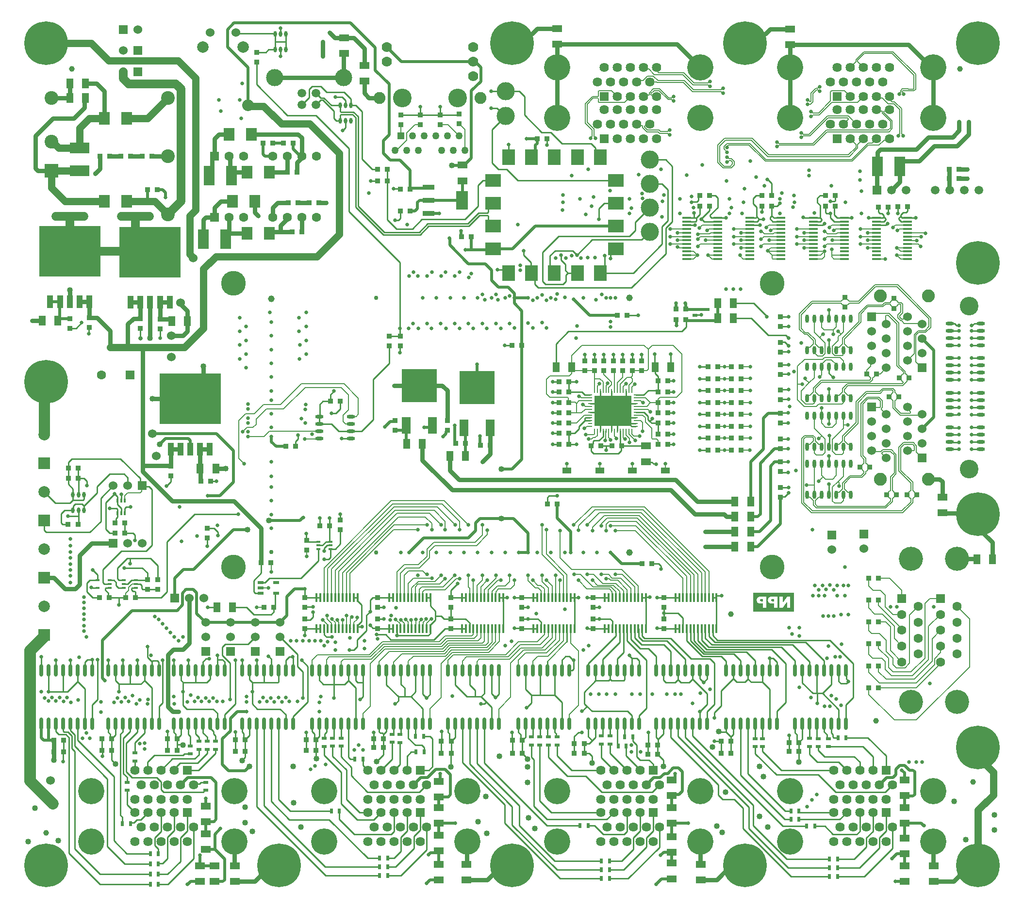
<source format=gbl>
G04*
G04 #@! TF.GenerationSoftware,Altium Limited,Altium Designer,21.1.1 (26)*
G04*
G04 Layer_Physical_Order=6*
G04 Layer_Color=16711680*
%FSLAX25Y25*%
%MOIN*%
G70*
G04*
G04 #@! TF.SameCoordinates,6EF8526F-0482-4719-AD29-3D8887788FD4*
G04*
G04*
G04 #@! TF.FilePolarity,Positive*
G04*
G01*
G75*
%ADD14C,0.01000*%
%ADD16C,0.03000*%
%ADD20C,0.00600*%
%ADD21C,0.02000*%
%ADD27R,0.03740X0.03740*%
%ADD28R,0.03740X0.03740*%
%ADD29O,0.06299X0.01575*%
%ADD33O,0.01575X0.06299*%
%ADD35R,0.03150X0.01575*%
%ADD38R,0.06693X0.04528*%
%ADD39O,0.02362X0.05709*%
%ADD40R,0.03937X0.02362*%
%ADD43C,0.03937*%
%ADD45R,0.07500X0.13500*%
%ADD94C,0.05000*%
%ADD95C,0.06000*%
%ADD98C,0.07500*%
%ADD99C,0.03000*%
%ADD100C,0.30000*%
%ADD101R,0.06000X0.06000*%
%ADD102C,0.06000*%
%ADD103C,0.12795*%
%ADD104C,0.08858*%
%ADD105R,0.06000X0.06000*%
%ADD106C,0.11811*%
%ADD107C,0.05906*%
%ADD108C,0.06400*%
%ADD109R,0.06400X0.06400*%
%ADD110C,0.18000*%
%ADD111R,0.05906X0.05906*%
%ADD112C,0.07000*%
%ADD113R,0.05000X0.05000*%
%ADD114C,0.05000*%
%ADD115C,0.08200*%
%ADD116R,0.09449X0.09449*%
%ADD117C,0.09449*%
%ADD118C,0.06299*%
%ADD119R,0.06299X0.06299*%
%ADD120C,0.07874*%
%ADD121C,0.17000*%
%ADD122C,0.04598*%
%ADD123R,0.06299X0.06299*%
%ADD124C,0.16535*%
%ADD125R,0.07874X0.07874*%
%ADD126C,0.02600*%
%ADD127C,0.04000*%
%ADD128C,0.08000*%
%ADD130C,0.08000*%
%ADD131O,0.02362X0.03937*%
%ADD132R,0.08465X0.03543*%
%ADD133R,0.08465X0.12598*%
%ADD134R,0.06299X0.03937*%
%ADD135R,0.03347X0.02362*%
%ADD136R,0.04528X0.06693*%
%ADD137O,0.02362X0.08661*%
%ADD138O,0.00984X0.03150*%
%ADD139O,0.03150X0.00984*%
%ADD140R,0.25197X0.20866*%
%ADD141R,0.01575X0.03150*%
%ADD142C,0.12500*%
%ADD143R,0.02362X0.03347*%
%ADD144R,0.03347X0.02362*%
%ADD145R,0.11024X0.09055*%
%ADD146R,0.09055X0.11024*%
%ADD147R,0.07500X0.09000*%
%ADD148R,0.06299X0.11811*%
%ADD149R,0.24410X0.22835*%
%ADD150R,0.13500X0.07500*%
%ADD151O,0.05709X0.02362*%
%ADD152R,0.42000X0.35000*%
%ADD153R,0.04200X0.09000*%
G36*
X630969Y291988D02*
X603031D01*
Y305012D01*
X630969D01*
Y291988D01*
D02*
G37*
%LPC*%
G36*
X628482Y302305D02*
X626296D01*
X623413Y298078D01*
Y302305D01*
X626296D01*
X621195D01*
Y294695D01*
X623413D01*
X626275Y298890D01*
Y294695D01*
X625130D01*
X628482D01*
Y302305D01*
D02*
G37*
G36*
X619644D02*
X615616D01*
X615532Y302294D01*
X615428Y302284D01*
X615303Y302274D01*
X615168Y302253D01*
X615022Y302232D01*
X614720Y302159D01*
X614554Y302107D01*
X614397Y302045D01*
X614252Y301972D01*
X614096Y301899D01*
X613960Y301795D01*
X613835Y301691D01*
X613825Y301680D01*
X613804Y301659D01*
X613773Y301628D01*
X613731Y301576D01*
X613690Y301514D01*
X613627Y301441D01*
X613575Y301347D01*
X613513Y301254D01*
X613450Y301129D01*
X613398Y301004D01*
X613336Y300858D01*
X613294Y300712D01*
X613252Y300535D01*
X613221Y300358D01*
X613200Y300171D01*
X613190Y299963D01*
Y299848D01*
X613200Y299775D01*
X613211Y299671D01*
X613232Y299567D01*
X613252Y299442D01*
X613273Y299307D01*
X613356Y299015D01*
X613419Y298870D01*
X613481Y298713D01*
X613565Y298568D01*
X613658Y298422D01*
X613763Y298287D01*
X613887Y298162D01*
X613898Y298151D01*
X613919Y298130D01*
X613960Y298099D01*
X614012Y298058D01*
X614085Y298016D01*
X614179Y297954D01*
X614283Y297901D01*
X614408Y297839D01*
X614554Y297777D01*
X614710Y297725D01*
X614876Y297662D01*
X615064Y297620D01*
X615272Y297579D01*
X615501Y297548D01*
X615740Y297527D01*
X616001Y297516D01*
X617281D01*
Y294695D01*
X613190D01*
X619644D01*
Y302305D01*
D02*
G37*
G36*
X611972D02*
X607943D01*
X607860Y302294D01*
X607756Y302284D01*
X607631Y302274D01*
X607496Y302253D01*
X607350Y302232D01*
X607048Y302159D01*
X606882Y302107D01*
X606725Y302045D01*
X606580Y301972D01*
X606423Y301899D01*
X606288Y301795D01*
X606163Y301691D01*
X606153Y301680D01*
X606132Y301659D01*
X606101Y301628D01*
X606059Y301576D01*
X606017Y301514D01*
X605955Y301441D01*
X605903Y301347D01*
X605840Y301254D01*
X605778Y301129D01*
X605726Y301004D01*
X605663Y300858D01*
X605622Y300712D01*
X605580Y300535D01*
X605549Y300358D01*
X605528Y300171D01*
X605518Y299963D01*
Y299848D01*
X605528Y299775D01*
X605539Y299671D01*
X605559Y299567D01*
X605580Y299442D01*
X605601Y299307D01*
X605684Y299015D01*
X605747Y298870D01*
X605809Y298713D01*
X605893Y298568D01*
X605986Y298422D01*
X606090Y298287D01*
X606215Y298162D01*
X606226Y298151D01*
X606247Y298130D01*
X606288Y298099D01*
X606340Y298058D01*
X606413Y298016D01*
X606507Y297954D01*
X606611Y297901D01*
X606736Y297839D01*
X606882Y297777D01*
X607038Y297725D01*
X607204Y297662D01*
X607392Y297620D01*
X607600Y297579D01*
X607829Y297548D01*
X608068Y297527D01*
X608328Y297516D01*
X609609D01*
Y294695D01*
X605518D01*
X611972D01*
Y302305D01*
D02*
G37*
%LPD*%
G36*
X617281Y299057D02*
X616594D01*
X616479Y299067D01*
X616334Y299088D01*
X616178Y299109D01*
X616021Y299151D01*
X615876Y299213D01*
X615761Y299286D01*
X615751Y299296D01*
X615720Y299328D01*
X615667Y299380D01*
X615616Y299452D01*
X615574Y299536D01*
X615522Y299640D01*
X615490Y299754D01*
X615480Y299890D01*
Y299911D01*
Y299952D01*
X615490Y300015D01*
X615511Y300108D01*
X615543Y300202D01*
X615584Y300306D01*
X615636Y300410D01*
X615720Y300504D01*
X615730Y300514D01*
X615772Y300546D01*
X615834Y300587D01*
X615917Y300629D01*
X616042Y300671D01*
X616198Y300712D01*
X616386Y300743D01*
X616615Y300754D01*
X617281D01*
Y299057D01*
D02*
G37*
G36*
X609609D02*
X608922D01*
X608807Y299067D01*
X608662Y299088D01*
X608505Y299109D01*
X608349Y299151D01*
X608204Y299213D01*
X608089Y299286D01*
X608079Y299296D01*
X608047Y299328D01*
X607995Y299380D01*
X607943Y299452D01*
X607902Y299536D01*
X607850Y299640D01*
X607818Y299754D01*
X607808Y299890D01*
Y299911D01*
Y299952D01*
X607818Y300015D01*
X607839Y300108D01*
X607870Y300202D01*
X607912Y300306D01*
X607964Y300410D01*
X608047Y300504D01*
X608058Y300514D01*
X608099Y300546D01*
X608162Y300587D01*
X608245Y300629D01*
X608370Y300671D01*
X608526Y300712D01*
X608714Y300743D01*
X608943Y300754D01*
X609609D01*
Y299057D01*
D02*
G37*
D14*
X282240Y683500D02*
Y688815D01*
Y678185D02*
Y683500D01*
X274760D02*
Y688815D01*
Y678185D02*
Y683500D01*
X282240D01*
X278500Y688815D02*
Y693000D01*
X262000Y676346D02*
X268347D01*
X270185Y678185D01*
X274760D01*
X248238Y689347D02*
X274228D01*
X274760Y688815D01*
X247706Y689879D02*
X248238Y689347D01*
X262000Y654184D02*
X283070Y633114D01*
X262000Y654184D02*
Y669654D01*
X342000Y451500D02*
X353000Y462500D01*
Y474653D01*
X342000Y424000D02*
Y451500D01*
X334037Y416037D02*
X342000Y424000D01*
X326694Y416037D02*
X334037D01*
X360347Y481347D02*
X360500Y481500D01*
X353000Y481347D02*
X360347D01*
X278500Y673500D02*
Y678185D01*
X129000Y189000D02*
Y195153D01*
X129347Y195500D01*
X561110Y573500D02*
X564500D01*
X565500Y574500D02*
Y577032D01*
X564500Y573500D02*
X565500Y574500D01*
Y577032D02*
X566468Y578000D01*
X560831Y573220D02*
X561110Y573500D01*
X567378Y561787D02*
Y561878D01*
X573161Y567661D02*
Y570500D01*
X567378Y561878D02*
X573161Y567661D01*
X337500Y279000D02*
Y289500D01*
X331000Y272500D02*
X337500Y279000D01*
X331000Y268000D02*
Y272500D01*
X325872Y265689D02*
X328689D01*
X331000Y268000D01*
X337500Y289500D02*
X340000Y292000D01*
X149000Y228000D02*
X152768Y231768D01*
Y258800D01*
X325559Y566941D02*
Y610389D01*
Y566941D02*
X360500Y532000D01*
Y486500D02*
Y532000D01*
X283070Y633114D02*
X302834D01*
X325559Y610389D01*
X288846Y405500D02*
Y408847D01*
X290500Y410500D02*
Y413300D01*
X288846Y408847D02*
X290500Y410500D01*
X200500Y305500D02*
Y340000D01*
X196500Y301500D02*
X200500Y305500D01*
X178847Y301500D02*
X196500D01*
X200500Y340000D02*
X219500Y359000D01*
X249500D01*
X172500Y364000D02*
X175500D01*
X171559Y359768D02*
Y363059D01*
X172500Y364000D01*
X149500Y320500D02*
X152768Y317232D01*
Y313559D02*
Y317232D01*
X175000Y325000D02*
X175125Y325125D01*
Y328500D01*
X189000D01*
X173000D02*
X175125D01*
X187000Y313846D02*
Y318500D01*
X183500Y322000D02*
X187000Y318500D01*
X171000Y322000D02*
X183500D01*
X166500D02*
X173000Y328500D01*
X166500Y314500D02*
Y322000D01*
X189000Y328500D02*
X194000Y323500D01*
Y313846D02*
Y323500D01*
X166500Y314500D02*
X167441Y313559D01*
X170768D01*
X169000Y333500D02*
X186000D01*
X156500Y321000D02*
X169000Y333500D01*
X156500Y312000D02*
Y321000D01*
X186000Y333500D02*
X190000Y337500D01*
Y376000D01*
X160846Y301500D02*
X167350D01*
X172153D01*
X167350Y296650D02*
Y301500D01*
X157973Y307855D02*
X158559Y308441D01*
X160216Y302131D02*
Y304784D01*
X157973Y307027D02*
X160216Y304784D01*
X157973Y307027D02*
Y307855D01*
X158559Y308441D02*
X161232D01*
X160216Y302131D02*
X160846Y301500D01*
X161232Y313559D02*
X161291Y313500D01*
X164000D01*
X165500Y312000D01*
Y310000D02*
Y312000D01*
Y310000D02*
X167059Y308441D01*
X170768D01*
X157500Y311000D02*
X161232D01*
X156500Y312000D02*
X157500Y311000D01*
X149500Y301500D02*
X154154D01*
X145500Y305500D02*
X149500Y301500D01*
X145500Y305500D02*
Y311500D01*
X147559Y313559D02*
X152768D01*
X145500Y311500D02*
X147559Y313559D01*
X170768Y311000D02*
X173500D01*
X179232Y313559D02*
X186713D01*
X173500Y311000D02*
X176059Y313559D01*
X179232D01*
X183500Y378500D02*
X184000Y378000D01*
X188000D01*
X190000Y376000D01*
X148500Y308500D02*
X148559Y308441D01*
X152768D01*
X178261Y306000D02*
X178847Y305414D01*
X177000Y306000D02*
X178261D01*
X178847Y301500D02*
Y305414D01*
X175973Y307855D02*
X176559Y308441D01*
X175973Y307027D02*
Y307855D01*
Y307027D02*
X177000Y306000D01*
X176559Y308441D02*
X179232D01*
X187000Y307154D02*
X194000D01*
X183846D02*
X187000D01*
X183000Y308000D02*
Y310000D01*
Y308000D02*
X183846Y307154D01*
X182000Y311000D02*
X183000Y310000D01*
X179232Y311000D02*
X182000D01*
X186713Y313559D02*
X187000Y313846D01*
X178500Y341000D02*
Y344500D01*
X177000Y346000D02*
X178500Y344500D01*
X171346Y346000D02*
X177000D01*
X171000Y386500D02*
X173500Y384000D01*
X152500Y378000D02*
X161000Y386500D01*
X171000D01*
X173500Y378500D02*
Y384000D01*
X135000Y397000D02*
X168500D01*
X182000Y380000D02*
Y383500D01*
X168500Y397000D02*
X182000Y383500D01*
Y380000D02*
X183500Y378500D01*
X132653Y394654D02*
X135000Y397000D01*
X132653Y390750D02*
Y394654D01*
Y383500D02*
Y390750D01*
X171346Y346000D02*
Y353000D01*
X155000Y354000D02*
Y370000D01*
X163500Y378500D01*
X147500Y346500D02*
X155000Y354000D01*
X158500Y367000D02*
X164500Y373000D01*
X158500Y348500D02*
Y367000D01*
Y348500D02*
X161000Y346000D01*
X164654D01*
X165500Y356000D02*
X166441Y356941D01*
Y362414D01*
X165500Y353847D02*
Y356000D01*
X164654Y353000D02*
X165500Y353847D01*
X169000Y359768D02*
Y363000D01*
X166441Y365559D02*
X169000Y363000D01*
X166441Y365559D02*
Y371059D01*
X161000Y363000D02*
X165855D01*
X166441Y362414D01*
X164500Y373000D02*
X166441Y371059D01*
X169000Y368232D02*
Y372500D01*
X152500Y373713D02*
Y378000D01*
X143394Y364606D02*
X152500Y373713D01*
X143394Y361685D02*
Y364606D01*
X142000Y366000D02*
X143394Y364606D01*
X137500Y366000D02*
X142000D01*
X136000Y364500D02*
X137500Y366000D01*
X136000Y361772D02*
Y364500D01*
X135913Y361685D02*
X136000Y361772D01*
X127689Y359221D02*
X130153Y361685D01*
X135913D01*
X127689Y353000D02*
Y359221D01*
Y353000D02*
X128689Y352000D01*
X132567D01*
X117370Y346500D02*
X147500D01*
X116000Y347870D02*
X117370Y346500D01*
X116000Y347870D02*
Y354658D01*
X142808Y368701D02*
X143394Y369287D01*
X135913Y368701D02*
X142808D01*
X143394Y369287D02*
Y372315D01*
X135913D02*
Y376370D01*
Y368701D02*
Y372315D01*
X132653Y379630D02*
Y383500D01*
Y379630D02*
X135913Y376370D01*
X123685Y366657D02*
X133870D01*
X135913Y368701D01*
X116000Y374342D02*
X123685Y366657D01*
X423000Y649500D02*
X433000D01*
X426928Y638000D02*
X432428Y632500D01*
X423000Y638000D02*
X426928D01*
X432428Y632500D02*
X433000D01*
X428134Y595890D02*
X433860D01*
X423623Y623123D02*
X433000Y632500D01*
X423623Y600401D02*
Y623123D01*
X441321Y588429D02*
X508748D01*
X433860Y595890D02*
X441321Y588429D01*
X423623Y600401D02*
X428134Y595890D01*
X464046Y621254D02*
X471646Y613654D01*
X457899Y621254D02*
X464046D01*
X471646Y613654D02*
X491598D01*
X446000Y633153D02*
Y646000D01*
Y633153D02*
X457899Y621254D01*
X494648Y607549D02*
X498020Y604177D01*
X491598Y613654D02*
X494648Y610603D01*
Y607549D02*
Y610603D01*
X433000Y649500D02*
X442500D01*
X446000Y646000D01*
X461346Y612500D02*
Y617000D01*
X435102Y604252D02*
Y613100D01*
X435028Y604177D02*
X435102Y604252D01*
X522000Y554000D02*
Y559500D01*
X532000Y569500D01*
X518000Y550000D02*
X522000Y554000D01*
X469500Y550000D02*
X518000D01*
X458500Y539000D02*
X469500Y550000D01*
X458500Y519000D02*
Y539000D01*
Y519000D02*
X460500Y517000D01*
X472500D01*
X474500Y519000D01*
Y523340D01*
X475830Y524670D01*
X526500Y547500D02*
X532000Y553000D01*
X492500Y547500D02*
X526500D01*
X482000Y537000D02*
X492500Y547500D01*
X532000Y602500D02*
X543000D01*
X547500Y560000D02*
Y598000D01*
X543000Y602500D02*
X547500Y598000D01*
X543000Y555500D02*
X547500Y560000D01*
X543000Y538000D02*
Y555500D01*
X519500Y514500D02*
X543000Y538000D01*
X455500Y514500D02*
X519500D01*
X453000Y517000D02*
X455500Y514500D01*
X453000Y517000D02*
Y522425D01*
X450776Y524650D02*
X453000Y522425D01*
X544500Y560500D02*
Y582000D01*
X540500Y556500D02*
X544500Y560500D01*
X540500Y586000D02*
X544500Y582000D01*
X532000Y586000D02*
X540500D01*
Y544500D02*
Y556500D01*
X520650Y524650D02*
X540500Y544500D01*
X498020Y524650D02*
X520650D01*
X505000Y537437D02*
X508748Y541185D01*
X505000Y534500D02*
Y537437D01*
X479000Y540000D02*
X482000Y537000D01*
X501000Y527630D02*
Y536500D01*
X498020Y524650D02*
X501000Y527630D01*
X463500Y536500D02*
X467000Y540000D01*
X479000D01*
X474000Y526500D02*
X475830Y524670D01*
X482251D01*
X474000Y526500D02*
Y530500D01*
X471000Y533500D02*
X474000Y530500D01*
X482251Y524670D02*
X482272Y524650D01*
X471000Y533500D02*
Y537000D01*
X463500Y527673D02*
X466524Y524650D01*
X463500Y527673D02*
Y536500D01*
X445500Y537000D02*
X450500Y532000D01*
X445500Y537000D02*
Y540000D01*
X450500Y524925D02*
Y532000D01*
Y524925D02*
X450776Y524650D01*
X497000Y561500D02*
Y569000D01*
X500681Y572681D02*
X508748D01*
X497000Y569000D02*
X500681Y572681D01*
X432677Y527000D02*
X435028Y524650D01*
X427500Y527000D02*
X432677D01*
X351847Y561154D02*
Y588000D01*
X358000Y555000D02*
X369000D01*
X351847Y561154D02*
X358000Y555000D01*
X360653Y562153D02*
Y567161D01*
X359500Y561000D02*
X360653Y562153D01*
X357000Y561000D02*
X359500D01*
X375500Y561500D02*
X405000D01*
X369000Y555000D02*
X375500Y561500D01*
X405000D02*
X414000Y570500D01*
X374263Y551000D02*
X380163Y556900D01*
X373600Y552600D02*
X379500Y558500D01*
X407663Y556900D02*
X415163Y564400D01*
X380163Y556900D02*
X407663D01*
X407000Y558500D02*
X414500Y566000D01*
X379500Y558500D02*
X407000D01*
X351847Y588000D02*
Y596000D01*
X340500Y588000D02*
X345153D01*
X341500Y596000D02*
X345153D01*
X334500Y603000D02*
X341500Y596000D01*
X334500Y603000D02*
Y635500D01*
X326740Y639815D02*
X330185D01*
X334500Y635500D01*
X349663Y552600D02*
X373600D01*
X349000Y551000D02*
X374263D01*
X310000Y649000D02*
X322000D01*
X326740Y639815D02*
Y644260D01*
X322000Y649000D02*
X326740Y644260D01*
X306000Y653000D02*
X310000Y649000D01*
X300000Y653000D02*
X306000D01*
X298000Y651000D02*
X300000Y653000D01*
X320783Y645500D02*
X323000Y643284D01*
X316000Y645500D02*
X320783D01*
X323000Y639815D02*
Y643284D01*
X307528Y643472D02*
X315000Y636000D01*
Y631000D02*
Y636000D01*
Y631000D02*
X316815Y629185D01*
X319260D01*
X308190Y645072D02*
X313448Y639815D01*
X319260D01*
X421086Y569468D02*
X424299Y572681D01*
X421086Y566586D02*
Y569468D01*
X331600Y570663D02*
Y632163D01*
X414500Y566000D02*
X420500D01*
X421086Y566586D01*
X319260Y635886D02*
Y639815D01*
X328463Y635300D02*
X331600Y632163D01*
Y570663D02*
X349663Y552600D01*
X319260Y635886D02*
X319846Y635300D01*
X328463D01*
X420500Y564400D02*
X421086Y563814D01*
X415163Y564400D02*
X420500D01*
X421086Y560147D02*
Y563814D01*
X330000Y570000D02*
Y631500D01*
X421086Y560147D02*
X424299Y556933D01*
X319846Y633700D02*
X327800D01*
X319260Y633114D02*
X319846Y633700D01*
X327800D02*
X330000Y631500D01*
Y570000D02*
X349000Y551000D01*
X319260Y629185D02*
Y633114D01*
X306016Y645072D02*
X308190D01*
X302879Y640335D02*
X306016Y643472D01*
X307528D01*
X302879Y648209D02*
X306016Y645072D01*
X323000Y624500D02*
Y629185D01*
X321000Y622500D02*
X323000Y624500D01*
X298000Y645298D02*
Y651000D01*
X293037Y640335D02*
X298000Y645298D01*
X414000Y570500D02*
Y585000D01*
X417429Y588429D01*
X424299D01*
X557392Y557478D02*
X562978D01*
X563000Y557500D01*
X557370Y557457D02*
X557392Y557478D01*
X603500Y504000D02*
X612500Y495000D01*
Y494711D02*
Y495000D01*
X589413Y504000D02*
X603500D01*
X637671Y562685D02*
X644260D01*
X644370Y562575D01*
X637500Y562856D02*
X637671Y562685D01*
X535252Y460335D02*
Y468811D01*
Y460335D02*
X535587Y460000D01*
X529306Y395087D02*
X529852Y394541D01*
X533566D02*
X534586Y393520D01*
X536328D02*
X536437Y393411D01*
X529852Y394541D02*
X533566D01*
X534586Y393520D02*
X536328D01*
X709157Y562602D02*
X714743D01*
X709130Y562575D02*
X709157Y562602D01*
X714743D02*
X714770Y562629D01*
X682397Y562556D02*
X687851D01*
X687870Y562575D01*
X682379Y562537D02*
X682397Y562556D01*
X670798Y562575D02*
X670835Y562537D01*
X665630Y562575D02*
X670798D01*
X615846Y570500D02*
X619466D01*
X621545Y572579D01*
X607232Y561513D02*
X609979D01*
X610032Y561461D01*
X606869Y561875D02*
X607232Y561513D01*
X562334Y562575D02*
X564161D01*
X557370D02*
X562334D01*
Y565834D02*
X562500Y566000D01*
X562334Y562575D02*
Y565834D01*
X578667Y562537D02*
X584463D01*
X578630Y562575D02*
X578667Y562537D01*
X584463D02*
X584500Y562500D01*
X702248Y570098D02*
X702355Y570205D01*
X702248Y565778D02*
Y570098D01*
X695841Y565778D02*
Y569959D01*
X695725Y570076D02*
X695841Y569959D01*
X693924Y557457D02*
X694967Y558500D01*
X687870Y557457D02*
X693924D01*
X694967Y558500D02*
X695400D01*
X703216Y561707D02*
Y562536D01*
Y561707D02*
X704908Y560016D01*
X703216Y562536D02*
X704441Y563761D01*
X704908Y560016D02*
X709130D01*
X709020Y562685D02*
X709130Y562575D01*
X704441Y563761D02*
X705516Y562685D01*
X704441Y564589D02*
X705980Y566129D01*
X705516Y562685D02*
X709020D01*
X704441Y563761D02*
Y564589D01*
X705980Y566129D02*
X707990D01*
X709048Y567186D01*
Y570205D01*
X692691Y560016D02*
X693959Y561283D01*
Y562112D01*
X692800Y563271D02*
X692800D01*
X693959Y562112D01*
X687870Y560016D02*
X692691D01*
X689032Y566580D02*
Y570076D01*
X690069Y565542D02*
X691500D01*
X689032Y566580D02*
X690069Y565542D01*
X692800Y563271D02*
Y564242D01*
X687980Y562685D02*
X692214D01*
X692800Y563271D01*
X691500Y565542D02*
X692800Y564242D01*
X687870Y562575D02*
X687980Y562685D01*
X644370Y557457D02*
X650827D01*
X651870Y558500D02*
X652212D01*
X650827Y557457D02*
X651870Y558500D01*
X656199Y562557D02*
Y565542D01*
Y562557D02*
X658740Y560016D01*
X665630D01*
X660705Y562575D02*
X665630D01*
X658819Y564461D02*
X660705Y562575D01*
X658819Y564461D02*
Y569772D01*
X659547Y570500D01*
X656199Y574008D02*
X658961D01*
X659547Y574594D02*
Y578000D01*
X658961Y574008D02*
X659547Y574594D01*
X656199Y565543D02*
X656199Y565542D01*
X652853Y566129D02*
X653439Y565543D01*
X652853Y566129D02*
Y570500D01*
X653439Y565543D02*
X656199D01*
X647228Y576205D02*
X649023Y578000D01*
X652853D01*
X647228Y573114D02*
Y576205D01*
Y573114D02*
X649213Y571129D01*
Y562575D02*
Y571129D01*
X644370Y560016D02*
X649165D01*
X650000Y560851D01*
Y561787D01*
X644370Y562575D02*
X649213D01*
X650000Y561787D01*
X613075Y588952D02*
X615846Y586180D01*
X612716Y588952D02*
X613075D01*
X615846Y578000D02*
Y586180D01*
X609154Y566580D02*
Y570500D01*
X600870Y557457D02*
X600892Y557479D01*
X607651D02*
X607673Y557501D01*
X600892Y557479D02*
X607651D01*
X614587Y562792D02*
X615846Y564051D01*
X614587Y561964D02*
Y562792D01*
Y561964D02*
X616535Y560016D01*
X622130D01*
X615846Y564051D02*
Y570500D01*
Y564051D02*
X617323Y562575D01*
X622130D01*
X606869Y561046D02*
Y561875D01*
X605504Y563161D02*
X605583D01*
X605839Y560016D02*
X606869Y561046D01*
X605583Y563161D02*
X606869Y561875D01*
X600870Y560016D02*
X605839D01*
X603162Y572404D02*
X605504Y570061D01*
X603162Y576062D02*
X605099Y578000D01*
X603162Y572404D02*
Y576062D01*
X605099Y578000D02*
X609154D01*
X605504Y563161D02*
Y570061D01*
X604918Y562575D02*
X605504Y563161D01*
X600870Y562575D02*
X604918D01*
X573478Y564465D02*
X578630Y569617D01*
X573478Y563637D02*
X574540Y562575D01*
X573478Y563637D02*
Y564465D01*
X578630Y569617D02*
Y576446D01*
X574540Y562575D02*
X578630D01*
X567794Y561787D02*
X569566Y560016D01*
X578630D01*
X567378Y561787D02*
X567794D01*
X573161Y578000D02*
X577076D01*
X578630Y576446D01*
X563576Y560016D02*
X564161Y560602D01*
X557370Y560016D02*
X563576D01*
X564161Y560602D02*
Y562575D01*
X566468Y564882D01*
Y570500D01*
X491709Y402192D02*
X493439Y400461D01*
X510466D01*
X512500Y402495D01*
X491709Y402192D02*
Y405900D01*
X512500Y402495D02*
Y405653D01*
X502227Y402861D02*
Y405900D01*
X679423Y110002D02*
X698800Y129379D01*
X661074Y110002D02*
X679423D01*
X698800Y129379D02*
Y144000D01*
X504256Y108500D02*
X517200D01*
X538800Y130100D02*
Y144000D01*
X517200Y108500D02*
X538800Y130100D01*
X461605Y370442D02*
X462663Y371500D01*
X468500D01*
X546500Y460087D02*
Y469000D01*
X467587Y476087D02*
X476000Y484500D01*
X554000D02*
X557000Y487500D01*
X476000Y484500D02*
X554000D01*
X467587Y460000D02*
Y476087D01*
X557000Y491653D02*
X557346Y492000D01*
X557000Y487500D02*
Y491653D01*
X544347Y407000D02*
X548553D01*
X544341Y414096D02*
X548548D01*
X544347Y421500D02*
X548553D01*
X544347Y428500D02*
X548553D01*
X544347Y435500D02*
X548553D01*
X544347Y443000D02*
X548553D01*
X544347Y450500D02*
X548553D01*
X526500Y464347D02*
Y468553D01*
X520000Y464347D02*
Y468553D01*
X513274Y464404D02*
Y468610D01*
X507000Y464347D02*
Y468553D01*
X500500Y464347D02*
Y468553D01*
X494000Y464347D02*
Y468553D01*
X487500Y464347D02*
Y468553D01*
X465454Y450076D02*
X469661D01*
X465454Y442880D02*
X469661D01*
X465447Y435500D02*
X469654D01*
X465447Y428500D02*
X469654D01*
X465447Y421500D02*
X469654D01*
X465447Y414500D02*
X469654D01*
X465454Y406900D02*
X469661D01*
X536654Y444000D02*
X537653Y443000D01*
X527874Y440874D02*
X531000Y444000D01*
X536654D01*
X537653Y443000D02*
Y450500D01*
X737929Y485000D02*
X744482D01*
X737929Y480000D02*
X744482D01*
X741500Y490000D02*
X742770Y488730D01*
X744270D01*
X744500Y488500D01*
X737929Y490000D02*
X741500D01*
X753433Y488500D02*
X754933Y490000D01*
X759386D01*
X753000Y488500D02*
X753433D01*
X622054Y370882D02*
X624882D01*
X627500Y373500D01*
X621665Y370493D02*
X622054Y370882D01*
X601772Y493500D02*
X613272Y482000D01*
X625500D02*
X627500Y480000D01*
X613272Y482000D02*
X625500D01*
X624839Y477161D02*
X627500Y474500D01*
X621808Y477161D02*
X624839D01*
X589413Y493500D02*
X601772D01*
X563146Y495878D02*
X567378D01*
X567500Y496000D01*
X563024Y495756D02*
X563146Y495878D01*
X655000Y405272D02*
X655250Y405522D01*
Y412750D02*
X655500Y413000D01*
X655250Y405522D02*
Y412750D01*
X655000Y393728D02*
Y399000D01*
X621665Y461643D02*
X621807Y461500D01*
X621731Y444500D02*
X627416D01*
X622115Y455400D02*
X627416D01*
X621665Y444434D02*
X621731Y444500D01*
X621807Y461500D02*
X627416D01*
X621665Y454950D02*
X622115Y455400D01*
X621665Y437742D02*
X621923Y438000D01*
X627416D01*
X737929Y461167D02*
X744488D01*
X737929Y466167D02*
X744482D01*
X497238Y409500D02*
X499961Y412222D01*
X493586Y409500D02*
X497238D01*
X493000Y408914D02*
X493586Y409500D01*
X493000Y407191D02*
Y408914D01*
X491709Y405900D02*
X493000Y407191D01*
X480500Y414500D02*
X483500Y417500D01*
Y419181D02*
X487476Y423158D01*
X483500Y417500D02*
Y419181D01*
X476346Y414500D02*
X480500D01*
X546413Y460000D02*
X546500Y460087D01*
X512500Y405653D02*
X512847Y406000D01*
X511772Y407075D02*
X512847Y406000D01*
X529219D02*
X529306Y405913D01*
X512847Y406000D02*
X529219D01*
X532032Y422779D02*
X533311Y421500D01*
X530754Y424057D02*
X532032Y422779D01*
Y422911D02*
X533895Y424775D01*
Y424775D01*
X532032Y422779D02*
Y422911D01*
X533462Y424775D02*
X533895D01*
X511772Y407075D02*
Y416366D01*
X476354Y406900D02*
X481597D01*
X476354Y450076D02*
X481597D01*
X501034Y424231D02*
X505866Y429063D01*
X497992Y421189D02*
X501034Y424231D01*
X496203Y429063D02*
X501034Y424231D01*
X491201Y429063D02*
X496203D01*
X498925Y437972D02*
X506850Y430047D01*
X497992Y438905D02*
X498925Y437972D01*
X495921Y434969D02*
X498925Y437972D01*
X491201Y434969D02*
X495921D01*
X505866Y435953D02*
X509311Y432508D01*
X497992Y438905D02*
Y443728D01*
X505866Y435953D02*
Y443728D01*
X509311Y432508D02*
X511772Y434969D01*
X506850Y430047D02*
X509311Y432508D01*
X516057Y434969D02*
X522500D01*
X511772D02*
X516057D01*
X515709Y435317D02*
X516057Y434969D01*
X515709Y435317D02*
Y443728D01*
X513937Y425126D02*
X522500D01*
X511772D02*
X513937D01*
X517874Y421189D01*
X509803Y427095D02*
X511772Y425126D01*
X506850Y430047D02*
X509803Y427095D01*
X517874Y421189D02*
X522500D01*
X517874D02*
X518949Y420114D01*
Y419806D02*
X519535Y419220D01*
X522500D01*
X518949Y419806D02*
Y420114D01*
X505866Y429063D02*
X506850Y430047D01*
X497992Y416366D02*
Y421189D01*
X505866Y416366D02*
Y429063D01*
X509803Y416366D02*
Y427095D01*
X502227Y405900D02*
X506053D01*
X498401D02*
X502227D01*
X506053D02*
X506153Y406000D01*
X469654Y406908D02*
X469661Y406900D01*
X469654Y435500D02*
X469661Y435508D01*
X544341Y407006D02*
X544347Y407000D01*
X544341Y421494D02*
X544347Y421500D01*
X476354Y442880D02*
Y450076D01*
X499961Y412222D02*
Y416366D01*
X528022Y429063D02*
X530754Y426332D01*
X522500Y429063D02*
X528022D01*
X530754Y424057D02*
Y426332D01*
X533311Y421500D02*
X537653D01*
X537648Y414096D02*
X537653Y414102D01*
Y421500D01*
X522500Y440874D02*
X527874D01*
X535587Y455666D02*
X537653Y453599D01*
X535587Y455666D02*
Y460000D01*
X537653Y450500D02*
Y453599D01*
X476354Y442880D02*
X485287D01*
X487293Y440874D01*
X491201D01*
X487476Y424775D02*
X487828Y425126D01*
X491201D01*
X487476Y423158D02*
Y424775D01*
X476346Y414500D02*
X476354Y414492D01*
Y406900D02*
Y414492D01*
X487476Y423158D02*
X491201D01*
X566461Y402976D02*
X572121D01*
X566461Y411151D02*
X572121D01*
X566461Y419325D02*
X572121D01*
X566461Y427500D02*
X572121D01*
X566461Y435675D02*
X572121D01*
X566461Y443850D02*
X572121D01*
X566461Y452024D02*
X572121D01*
X572083Y460161D02*
X572121Y460199D01*
X566423Y460161D02*
X572083D01*
X655000Y455970D02*
X657886Y453084D01*
X658209D01*
X655000Y455970D02*
Y460228D01*
Y426728D02*
X655036Y426692D01*
Y421098D02*
X655072Y421061D01*
X655036Y421098D02*
Y426692D01*
X655000Y372272D02*
Y379466D01*
X737929Y442333D02*
X744571D01*
X737929Y418500D02*
X738019Y418411D01*
X744482D01*
X744571Y418321D01*
X744488Y427417D02*
X744571Y427500D01*
X737929Y427333D02*
X738013Y427417D01*
X744488D01*
X655000Y438772D02*
Y445061D01*
X654999Y493229D02*
Y499157D01*
Y493229D02*
X655000Y493228D01*
X654998Y499158D02*
X654999Y499157D01*
X655000Y471772D02*
Y478500D01*
X621790Y377311D02*
X627416D01*
X621665Y377186D02*
X621790Y377311D01*
X622106Y387760D02*
X627237D01*
X621665Y388201D02*
X622106Y387760D01*
X621747Y394811D02*
X627237D01*
X621665Y394894D02*
X621747Y394811D01*
X621712Y403861D02*
X627237D01*
X621774Y410711D02*
X627237D01*
X621665Y410602D02*
X621774Y410711D01*
X621671Y421611D02*
X627237D01*
X621665Y421617D02*
X621671Y421611D01*
X621866Y428511D02*
X627237D01*
X621665Y428310D02*
X621866Y428511D01*
X621801Y470461D02*
X627401D01*
X621665Y470325D02*
X621801Y470461D01*
X621665Y477018D02*
X621808Y477161D01*
X621713Y487986D02*
X627401D01*
X621665Y488033D02*
X621713Y487986D01*
X627401Y494726D02*
X627416Y494711D01*
X621665Y494726D02*
X627401D01*
X737929Y451167D02*
X744571D01*
X737929Y456167D02*
X744482D01*
X737929Y403500D02*
X744482D01*
X738006Y408423D02*
X744405D01*
X737929Y408500D02*
X738006Y408423D01*
X744405D02*
X744482Y408346D01*
X737929Y475000D02*
X744482D01*
X737929Y437333D02*
X744571D01*
X737929Y432333D02*
X744571D01*
X738019Y413589D02*
X744482D01*
X737929Y413500D02*
X738019Y413589D01*
X744482D02*
X744571Y413679D01*
X753000Y418500D02*
X759386D01*
X753000Y485000D02*
X759386D01*
X753000Y480000D02*
X759386D01*
X753000Y475000D02*
X759386D01*
X753000Y466167D02*
X759386D01*
X753000Y461167D02*
X759386D01*
X753000Y456167D02*
X759386D01*
X753000Y451167D02*
X759386D01*
X753000Y442333D02*
X759386D01*
X753000Y437333D02*
X759386D01*
X753000Y432333D02*
X759386D01*
X753000Y427333D02*
X759386D01*
X753000Y413500D02*
X759386D01*
X753000Y408500D02*
X759386D01*
X753000Y403500D02*
X759386D01*
X225264Y168000D02*
X226508Y169244D01*
X227000D01*
X198000Y168000D02*
X225264D01*
X222723Y173723D02*
X223756Y174756D01*
X219523Y173723D02*
X222723D01*
X223756Y174756D02*
X227000D01*
X218800Y173000D02*
X219523Y173723D01*
X582000Y163000D02*
X590000D01*
X596052Y156948D01*
Y143052D02*
Y156948D01*
Y143052D02*
X629103Y110002D01*
X546405Y205595D02*
Y215000D01*
Y205595D02*
X579000Y173000D01*
Y166000D02*
Y173000D01*
Y166000D02*
X582000Y163000D01*
X551405Y206297D02*
X600000Y157702D01*
X551405Y206297D02*
Y215000D01*
X600000Y143000D02*
Y157702D01*
Y143000D02*
X627000Y116000D01*
X655562D01*
X556405Y205595D02*
Y215000D01*
Y205595D02*
X603000Y159000D01*
Y144929D02*
Y159000D01*
Y144929D02*
X626024Y121906D01*
X655562D01*
X281964Y215000D02*
Y221263D01*
X297101Y230101D02*
Y254399D01*
X262500Y225000D02*
X278227D01*
X251964Y251693D02*
X251982Y251711D01*
X286964Y215000D02*
Y219964D01*
X284312Y260978D02*
X286678D01*
X258950Y237038D02*
X258992Y236996D01*
X276548Y243300D02*
X276964Y243716D01*
X261964Y251693D02*
Y258482D01*
X293000Y258500D02*
X297101Y254399D01*
X286964Y219964D02*
X297101Y230101D01*
X286964Y251693D02*
Y260692D01*
X286678Y260978D02*
X286964Y260692D01*
X256964Y245286D02*
X258950Y243300D01*
X267182D02*
X276548D01*
X256964Y245286D02*
Y251693D01*
X258992Y236996D02*
X259000Y236988D01*
X276964Y243716D02*
Y251693D01*
X258950Y237038D02*
Y243300D01*
X266964Y243518D02*
X267182Y243300D01*
X281964Y251693D02*
Y258630D01*
X271964Y251693D02*
Y259591D01*
X258950Y243300D02*
X267182D01*
X281964Y258630D02*
X284312Y260978D01*
X259000Y228500D02*
Y236988D01*
X251982Y258482D02*
X252000Y258500D01*
X259000Y228500D02*
X262500Y225000D01*
X251982Y251711D02*
Y258482D01*
X278227Y225000D02*
X281964Y221263D01*
X266964Y243518D02*
Y251693D01*
X270192Y261362D02*
X271964Y259591D01*
X139654Y357500D02*
Y361685D01*
Y352394D02*
Y357500D01*
X132500D02*
X139654D01*
X139260Y352000D02*
X139654Y352394D01*
X232653Y349346D02*
X235359Y346641D01*
X228000Y349346D02*
X232653D01*
X235359Y344142D02*
Y346641D01*
X228000Y337000D02*
Y342653D01*
X296252Y340888D02*
X297040Y340100D01*
X296136Y341004D02*
X296252Y340888D01*
X297040Y340100D02*
X304352D01*
X309600D02*
X312316D01*
X312029Y340388D02*
X312316Y340100D01*
X312816D01*
X312029Y340388D02*
Y351111D01*
X307041Y337541D02*
X309600Y340100D01*
X304352Y337541D02*
X307041D01*
X310541D02*
X312816D01*
X292251Y315000D02*
X304352Y327101D01*
Y334982D01*
X319500Y354847D02*
Y359000D01*
X308500Y328000D02*
X311500D01*
X312816Y329316D02*
Y334982D01*
X311500Y328000D02*
X312816Y329316D01*
Y334982D02*
X315982D01*
X319500Y338500D01*
Y348153D01*
X173000Y159300D02*
Y169244D01*
Y159300D02*
X178300Y154000D01*
X170500Y180719D02*
Y205000D01*
X173000Y174756D02*
Y178218D01*
X170500Y180719D02*
X173000Y178218D01*
X196500Y169500D02*
X198000Y168000D01*
X196500Y169500D02*
Y175000D01*
X193500Y178000D02*
X196500Y175000D01*
X176500Y178000D02*
X193500D01*
X172500Y182000D02*
X176500Y178000D01*
X172500Y201700D02*
X180000Y209200D01*
X172500Y182000D02*
Y201700D01*
X168500Y207878D02*
X170000Y209378D01*
X168500Y152044D02*
Y207878D01*
Y152044D02*
X169744Y150800D01*
X133165Y125835D02*
X154405Y104595D01*
X133165Y125835D02*
Y205335D01*
X137000Y129000D02*
X154405Y111594D01*
X137000Y129000D02*
Y196000D01*
X135181Y197819D02*
X137000Y196000D01*
X135181Y197819D02*
Y206746D01*
X137000Y199500D02*
Y207190D01*
X159500Y130500D02*
Y177000D01*
X137000Y199500D02*
X159500Y177000D01*
X164000Y134500D02*
X172906Y125594D01*
X139000Y203508D02*
X164000Y178508D01*
Y134500D02*
Y178508D01*
X159500Y130500D02*
X171405Y118595D01*
X172906Y125594D02*
X189044D01*
X171405Y118595D02*
X189044D01*
X154405Y111594D02*
X189044D01*
X154405Y104595D02*
X189044D01*
X134066Y210124D02*
X137000Y207190D01*
X129727Y209359D02*
X132569D01*
X135181Y206746D01*
X134000Y215000D02*
X134066Y214934D01*
Y210124D02*
Y214934D01*
X139000Y203508D02*
Y215000D01*
X169744Y146263D02*
Y150800D01*
X170000Y209378D02*
Y215000D01*
X175256Y146319D02*
X175937Y147000D01*
X175256Y146263D02*
Y146319D01*
X175937Y147000D02*
X177676D01*
Y147076D01*
X179600Y149000D01*
X182300D01*
X187300Y154000D01*
X178300Y201800D02*
X185000Y208500D01*
Y215000D01*
X178300Y194904D02*
Y201800D01*
Y183000D02*
Y189392D01*
X186986Y183314D02*
Y188666D01*
Y183314D02*
X187300Y183000D01*
X186986Y188666D02*
X191649Y193329D01*
X216537Y206165D02*
X216563Y206191D01*
X216537Y199756D02*
Y206165D01*
X191649Y193329D02*
X211474D01*
X212390Y194244D01*
X216537D01*
X205300Y184010D02*
X209405Y188114D01*
X221449D01*
X227932Y194597D01*
X204200Y190900D02*
X219467D01*
X222268Y193702D02*
Y197419D01*
X219467Y190900D02*
X222268Y193702D01*
X209600Y120435D02*
Y136600D01*
X214300Y141300D02*
Y154000D01*
X209600Y136600D02*
X214300Y141300D01*
X194556Y104595D02*
X201095D01*
X218800Y122300D01*
Y144000D01*
X200759Y111594D02*
X209600Y120435D01*
X194556Y111594D02*
X200759D01*
X194961Y119000D02*
X197432D01*
X200800Y122368D02*
Y137086D01*
X197432Y119000D02*
X200800Y122368D01*
X194556Y118595D02*
X194961Y119000D01*
X200800Y137086D02*
X205300Y141586D01*
Y154000D01*
X192000Y131350D02*
Y136789D01*
X194556Y125594D02*
Y128794D01*
X192000Y131350D02*
X194556Y128794D01*
X192000Y136789D02*
X196300Y141089D01*
Y154000D01*
X131000Y207500D02*
X133165Y205335D01*
X126000Y207500D02*
X131000D01*
X124000Y209500D02*
X126000Y207500D01*
X124000Y209500D02*
Y215000D01*
X215000Y207753D02*
Y215000D01*
Y207753D02*
X216563Y206191D01*
X220000Y207811D02*
Y215000D01*
Y207811D02*
X222268Y205543D01*
Y202930D02*
Y205543D01*
X225000Y208759D02*
Y215000D01*
Y208759D02*
X227932Y205827D01*
Y202930D02*
Y205827D01*
Y194597D02*
Y197419D01*
X230000Y211850D02*
X232323Y209528D01*
X230000Y211850D02*
Y215000D01*
X232323Y208092D02*
Y209528D01*
Y208092D02*
X233819Y206596D01*
Y202930D02*
Y206596D01*
Y194710D02*
Y197419D01*
X214300Y183000D02*
X222109D01*
X233819Y194710D01*
X205300Y183000D02*
Y184010D01*
X196300Y183000D02*
X204200Y190900D01*
X261964Y158036D02*
X309405Y110594D01*
X346524D01*
X266964Y158786D02*
X309156Y116595D01*
X346524D01*
X276964Y163036D02*
X285000Y155000D01*
X313353D01*
X271964Y161536D02*
X284500Y149000D01*
X311865D01*
X338270Y122594D01*
X346524D01*
X352036Y110594D02*
X361069D01*
X378800Y128326D01*
Y144000D01*
X357376Y116595D02*
X370000Y129218D01*
X352036Y116595D02*
X357376D01*
X370000Y129218D02*
Y137571D01*
X374300Y141871D01*
Y154000D01*
X361000Y127278D02*
Y137000D01*
X365300Y141300D02*
Y154000D01*
X361000Y137000D02*
X365300Y141300D01*
X356317Y122594D02*
X361000Y127278D01*
X352036Y122594D02*
X356317D01*
X320000Y160000D02*
Y181586D01*
Y160000D02*
X331000Y149000D01*
X308384Y193202D02*
X320000Y181586D01*
X331000Y149000D02*
X342300D01*
X318865Y149135D02*
X329000Y139000D01*
X318865Y149135D02*
Y155000D01*
X329000Y139000D02*
X354500D01*
X356300Y140800D02*
Y154000D01*
X354500Y139000D02*
X356300Y140800D01*
X308384Y193202D02*
Y199358D01*
X342300Y149000D02*
X347300Y154000D01*
X314211Y192743D02*
Y199544D01*
Y192743D02*
X323628Y183325D01*
Y162990D02*
Y183325D01*
Y162990D02*
X332618Y154000D01*
X338300D01*
X308831Y205317D02*
Y208092D01*
X308384Y204870D02*
X308831Y205317D01*
Y208092D02*
X310046Y209307D01*
Y215000D01*
X314365Y205056D02*
X315046Y205737D01*
Y215000D01*
X314211Y205056D02*
X314365D01*
X320046D02*
Y215000D01*
Y192186D02*
X327115Y185116D01*
X320046Y192186D02*
Y199544D01*
X327115Y179130D02*
Y185116D01*
Y179130D02*
X338246Y168000D01*
X373800D01*
X378800Y173000D01*
X326252Y190621D02*
X329336D01*
X325046Y191826D02*
Y215000D01*
Y191826D02*
X326252Y190621D01*
X329336D02*
X329488Y190468D01*
X335000Y186347D02*
X338300Y183047D01*
X335000Y186347D02*
Y190468D01*
X338300Y183000D02*
Y183047D01*
X355050Y190750D02*
Y202237D01*
X347300Y183000D02*
X355050Y190750D01*
X355542Y207749D02*
X356231Y208437D01*
X355050Y207749D02*
X355542D01*
X356231Y208437D02*
Y215000D01*
X342472Y198786D02*
Y204500D01*
Y209000D01*
X346231Y209296D02*
X347066Y208461D01*
X346231Y209296D02*
Y215000D01*
X347066Y208461D02*
X348280D01*
X349165Y207576D01*
X346231Y215000D02*
X346456Y214774D01*
X349165Y207576D02*
X351231Y209642D01*
Y215000D01*
X349165Y204500D02*
Y207576D01*
Y198786D02*
Y204500D01*
X344500Y189000D02*
X349165Y193665D01*
Y198786D01*
X356300Y183000D02*
X360396Y187096D01*
Y202114D01*
X360550Y207626D02*
X361231Y208307D01*
Y215000D01*
X360396Y207626D02*
X360550D01*
X365300Y183000D02*
Y192569D01*
X368231Y195500D01*
X371429D01*
X366231Y204993D02*
Y215000D01*
Y204993D02*
X371069Y200154D01*
X375573D01*
X376941Y198786D01*
Y195500D02*
Y198786D01*
X382782Y185517D02*
Y204500D01*
X380265Y183000D02*
X382782Y185517D01*
X374300Y183000D02*
X380265D01*
X380928Y206353D02*
X382782Y204500D01*
X376706Y206353D02*
X380928D01*
X371212Y206372D02*
Y214982D01*
X371231Y215000D01*
X371194Y206353D02*
X371212Y206372D01*
X418259Y188047D02*
X461423Y144883D01*
X484244D01*
X494117D02*
X500000Y139000D01*
X489756Y144883D02*
X494117D01*
X432272Y146652D02*
Y159306D01*
Y146652D02*
X470424Y108500D01*
X403259Y188319D02*
X432272Y159306D01*
X437500Y145300D02*
X468300Y114500D01*
X408259Y187200D02*
X437500Y157959D01*
Y145300D02*
Y157959D01*
X442417Y144883D02*
X466800Y120500D01*
X413259Y187646D02*
X442417Y158488D01*
Y144883D02*
Y158488D01*
X403259Y188319D02*
Y215000D01*
X413259Y187646D02*
Y215000D01*
X418259Y188047D02*
Y215000D01*
X500000Y139000D02*
X514500D01*
X516300Y140800D01*
Y154000D01*
X470424Y108500D02*
X498744D01*
X468300Y114500D02*
X498744D01*
X466800Y120500D02*
X498744D01*
X504256D02*
X512632D01*
X520600Y128469D02*
Y136563D01*
X512632Y120500D02*
X520600Y128469D01*
Y136563D02*
X525300Y141263D01*
Y154000D01*
X514041Y114500D02*
X529791Y130250D01*
X504256Y114500D02*
X514041D01*
X529791Y130250D02*
Y136728D01*
X534300Y141237D01*
Y154000D01*
X450790Y192062D02*
X452417Y190436D01*
Y158330D02*
X461547Y149200D01*
X452417Y158330D02*
Y190436D01*
X461547Y149200D02*
X502500D01*
X450790Y192062D02*
Y200331D01*
X502500Y149200D02*
X507300Y154000D01*
X456487Y162026D02*
Y200331D01*
Y162026D02*
X464512Y154000D01*
X498300D01*
X475282Y179000D02*
X488168D01*
X462392Y191890D02*
Y200331D01*
Y191890D02*
X475282Y179000D01*
X488168D02*
X499168Y168000D01*
X533800D01*
X538800Y173000D01*
X468298Y193118D02*
Y200331D01*
Y193118D02*
X478416Y183000D01*
X498300D01*
X450901Y205843D02*
X451582Y206524D01*
Y215000D01*
X450790Y205843D02*
X450901D01*
X456487D02*
X456582Y205939D01*
Y215000D01*
X461582Y206524D02*
X462263Y205843D01*
X461582Y206524D02*
Y215000D01*
X462263Y205843D02*
X462392D01*
X467763Y206378D02*
Y208108D01*
Y206378D02*
X468298Y205843D01*
X466582Y209289D02*
X467763Y208108D01*
X466582Y209289D02*
Y215000D01*
X480224Y201173D02*
Y206188D01*
X483036Y209000D02*
X485500D01*
X480224Y206188D02*
X483036Y209000D01*
X480224Y194502D02*
Y201173D01*
X486916Y194502D02*
Y201173D01*
X492500Y188000D02*
Y192468D01*
X490465Y194502D02*
X492500Y192468D01*
X486916Y194502D02*
X490465D01*
X492547Y203413D02*
X494787Y205654D01*
X490306Y201173D02*
X492547Y203413D01*
X489787Y206173D02*
X492547Y203413D01*
X489787Y206173D02*
Y215000D01*
X486916Y201173D02*
X490306D01*
X498605Y191694D02*
X507300Y183000D01*
X498605Y191694D02*
Y201083D01*
X499098Y206595D02*
X499787Y207284D01*
Y215000D01*
X498605Y206595D02*
X499098D01*
X504798Y194502D02*
X516300Y183000D01*
X504798Y194502D02*
Y201083D01*
X516300Y183000D02*
Y183000D01*
X504787Y206606D02*
X504798Y206595D01*
X504787Y206606D02*
Y215000D01*
X515856Y192869D02*
X525300Y183425D01*
X515856Y192869D02*
Y199500D01*
X509787Y200058D02*
Y215000D01*
Y200058D02*
X510344Y199500D01*
X536405Y205470D02*
X537586Y204289D01*
X536405Y205470D02*
Y215000D01*
X537566Y200130D02*
X537586Y200150D01*
Y204289D02*
X541405Y208108D01*
X537586Y200150D02*
Y204289D01*
X541405Y208108D02*
Y215000D01*
X537566Y194000D02*
Y200130D01*
X530873Y194000D02*
Y200130D01*
X531000Y200257D02*
Y209000D01*
X530873Y200130D02*
X531000Y200257D01*
X525300Y183000D02*
Y183425D01*
X523063Y192426D02*
Y200178D01*
X520356Y202885D02*
Y206073D01*
Y202885D02*
X523063Y200178D01*
Y192426D02*
X525422Y190066D01*
X531502D01*
X534300Y187268D01*
Y183000D02*
Y187268D01*
X514815Y206102D02*
Y214971D01*
X514787Y215000D02*
X514815Y214971D01*
Y206102D02*
X514844Y206073D01*
X629103Y110002D02*
X655562D01*
X676000Y116000D02*
X689700Y129700D01*
X661074Y116000D02*
X676000D01*
X661074Y121906D02*
X672363D01*
X694300Y183000D02*
Y192823D01*
X666856Y205437D02*
X681686D01*
X694300Y192823D01*
X656818Y208519D02*
X657837Y207500D01*
X656818Y208519D02*
Y215000D01*
X657837Y206100D02*
Y207500D01*
Y206100D02*
X658500Y205437D01*
X661344D01*
X672501Y192356D02*
X676300Y188558D01*
X647653Y196618D02*
X651916Y192356D01*
X672501D01*
X647098Y188657D02*
X661643D01*
X667300Y183000D01*
X641818Y193937D02*
X647098Y188657D01*
X641818Y193937D02*
Y199417D01*
X676300Y183000D02*
Y188558D01*
X647653Y196618D02*
Y199244D01*
X678412D02*
X685300Y192356D01*
X654718Y199244D02*
X678412D01*
X653600Y205437D02*
X654281Y204756D01*
X654718D01*
X653600Y205437D02*
Y207501D01*
X651818Y209283D02*
X653600Y207501D01*
X651818Y209283D02*
Y215000D01*
X646818Y205437D02*
X647499Y204756D01*
X646818Y205437D02*
Y215000D01*
X647499Y204756D02*
X647653D01*
X641818Y204929D02*
Y215000D01*
X604500Y194337D02*
Y199244D01*
X619037Y179800D02*
X647837D01*
X604500Y194337D02*
X619037Y179800D01*
X647837D02*
X659637Y168000D01*
X622425Y183000D02*
X658300D01*
X658211Y183089D02*
X658300Y183000D01*
X609500Y195925D02*
X622425Y183000D01*
X609500Y195925D02*
Y199244D01*
X604500Y204756D02*
Y215000D01*
X609500Y204756D02*
Y215000D01*
X634346Y188500D02*
Y195853D01*
X634329Y195870D02*
X634346Y195853D01*
X627636Y195870D02*
X627654Y195887D01*
Y202000D01*
X634329Y195870D02*
X634346Y195887D01*
Y202000D01*
X685300Y183000D02*
Y192356D01*
X659637Y168000D02*
X693800D01*
X698800Y173000D01*
X645409Y144500D02*
X652337D01*
X657837Y139000D01*
X674218D01*
X676300Y141082D01*
Y154000D01*
X623500Y144500D02*
X639897D01*
X634574Y149200D02*
X662500D01*
X667300Y154000D01*
X624800Y149200D02*
X629062D01*
X634543Y154681D02*
X635224Y154000D01*
X634543Y154681D02*
Y155000D01*
X635224Y154000D02*
X658300D01*
X599500Y180500D02*
X625000Y155000D01*
X629032D01*
X689700Y129700D02*
Y136500D01*
X694400Y141200D01*
Y153900D01*
X694300Y154000D02*
X694400Y153900D01*
X685300Y141100D02*
Y154000D01*
X680800Y136600D02*
X685300Y141100D01*
X680800Y130342D02*
Y136600D01*
X672363Y121906D02*
X680800Y130342D01*
X145774Y258994D02*
X149000D01*
X144000Y257220D02*
X145774Y258994D01*
X144000Y251693D02*
Y257220D01*
X149000Y251693D02*
Y258994D01*
X402896Y280370D02*
X403026Y280500D01*
X230335Y381500D02*
X234436D01*
X197281Y229226D02*
Y258731D01*
X195000Y226945D02*
X197281Y229226D01*
X197281Y258731D02*
X197281Y258731D01*
X134000Y251693D02*
Y258500D01*
Y251693D02*
X134000Y251693D01*
X167500Y237100D02*
Y242200D01*
X668232Y243716D02*
Y244647D01*
X387709Y633638D02*
X388000Y633929D01*
X139260Y390837D02*
X139423Y391000D01*
X345627Y287460D02*
X346024Y287063D01*
X381196Y280260D02*
X381258Y280198D01*
Y276906D02*
Y280198D01*
X379824Y275471D02*
X381258Y276906D01*
X358274Y275471D02*
X379824D01*
X358274D02*
Y280370D01*
X358274Y280370D02*
X358274Y280370D01*
X354107Y272747D02*
X383783D01*
X350631Y276223D02*
X354107Y272747D01*
X383783D02*
X391406Y280370D01*
X395490Y306690D02*
X400200Y311400D01*
X395490Y302329D02*
Y306690D01*
X312619Y441055D02*
X315092Y443528D01*
X650627Y235828D02*
X661818Y224637D01*
Y215000D02*
Y224637D01*
X312619Y436500D02*
Y441055D01*
X320250Y410998D02*
X326655D01*
X326694Y411037D01*
X319312Y431312D02*
Y436500D01*
X316379Y428379D02*
X319312Y431312D01*
X313466Y428379D02*
X316379D01*
X305238Y421037D02*
X313466D01*
X318466Y416037D01*
X326694D01*
X305238Y421037D02*
Y426037D01*
X305336Y426135D02*
Y434285D01*
X305238Y426037D02*
X305336Y426135D01*
Y434285D02*
X307551Y436500D01*
X312619D01*
X186986Y260537D02*
X190000Y257524D01*
X186986Y260537D02*
Y267976D01*
X194888Y251805D02*
Y257388D01*
X193888Y258388D02*
X194888Y257388D01*
X190864Y258388D02*
X193888D01*
X190000Y257524D02*
X190864Y258388D01*
X384748Y288975D02*
Y292369D01*
Y286258D02*
Y288975D01*
X390606Y287063D02*
X395490D01*
X388694Y288975D02*
X390606Y287063D01*
X384748Y288975D02*
X388694D01*
X395490Y287063D02*
Y294937D01*
X381306Y295811D02*
X384748Y292369D01*
X381306Y282816D02*
X384748Y286258D01*
X381306Y280370D02*
Y282816D01*
Y295811D02*
Y301630D01*
X344500Y276223D02*
X350631D01*
X391406Y280370D02*
X395490D01*
X138063Y486728D02*
X141835Y490500D01*
X133639Y486728D02*
X138063D01*
X631818Y208682D02*
X632999Y207501D01*
Y203347D02*
Y207501D01*
Y203347D02*
X634346Y202000D01*
X631818Y208682D02*
Y215000D01*
X441582Y209167D02*
X443439Y207309D01*
Y204407D02*
Y207309D01*
Y204407D02*
X444347Y203500D01*
X441582Y209167D02*
Y215000D01*
X393259Y209361D02*
X394527Y208092D01*
Y204078D02*
Y208092D01*
Y204078D02*
X395605Y203000D01*
X393259Y209361D02*
Y215000D01*
X300046Y209499D02*
X301659Y207885D01*
Y205033D02*
Y207885D01*
Y205033D02*
X302692Y204000D01*
X300046Y209499D02*
Y215000D01*
X251964Y209286D02*
X252931Y208318D01*
Y205056D02*
Y208318D01*
Y205056D02*
X253987Y204000D01*
X251964Y209286D02*
Y215000D01*
X205000Y209181D02*
X206436Y207746D01*
Y205411D02*
Y207746D01*
Y205411D02*
X207347Y204500D01*
X205000Y209181D02*
Y215000D01*
X165000Y207154D02*
Y215000D01*
X162346Y204500D02*
X165000Y207154D01*
X161500Y205346D02*
Y207786D01*
X160000Y209286D02*
X161500Y207786D01*
X160000Y209286D02*
Y215000D01*
X161500Y205346D02*
X162346Y204500D01*
X539605Y321204D02*
X539606Y321202D01*
X539605Y321204D02*
Y323334D01*
X537939Y325000D02*
X539605Y323334D01*
X533313Y325000D02*
X537939D01*
X516347Y495500D02*
X524223D01*
X461605Y366000D02*
Y370442D01*
X432500Y475000D02*
X437391D01*
X431748D02*
X432500D01*
X437391D02*
X437403Y474988D01*
X203030Y381310D02*
Y385387D01*
X200000Y378279D02*
X203030Y381310D01*
X270614Y315000D02*
X292251D01*
X395490Y294937D02*
X395778Y294648D01*
X298712Y286158D02*
X300881Y288327D01*
Y291666D01*
X296136Y341004D02*
Y345746D01*
X295231Y301630D02*
Y307611D01*
X295022Y301421D02*
X295231Y301630D01*
X312000Y351140D02*
Y356411D01*
Y351140D02*
X312029Y351111D01*
X305336D02*
Y356411D01*
X296136Y286158D02*
X298712D01*
X295231Y287063D02*
X296136Y286158D01*
X308384Y276077D02*
X309930Y274531D01*
X308384Y276077D02*
Y280260D01*
X308274Y280370D02*
X308384Y280260D01*
X295628Y295335D02*
X300881D01*
X295231Y294937D02*
X295628Y295335D01*
X309930Y274531D02*
X313865D01*
X230335Y381500D02*
X230335Y381500D01*
X227114Y259500D02*
X229548D01*
X225000Y257386D02*
X227114Y259500D01*
X225000Y251693D02*
Y257386D01*
X256057Y269592D02*
X260996Y274531D01*
X240492Y269592D02*
X256057D01*
X238500Y267600D02*
X240492Y269592D01*
X243819Y231500D02*
Y256673D01*
X238500Y261992D02*
X243819Y256673D01*
X238500Y261992D02*
Y267600D01*
X240000Y221185D02*
X247485Y228670D01*
Y258482D01*
X232133Y225000D02*
X235000Y222133D01*
X214167Y225000D02*
X232133D01*
X211500Y227667D02*
X214167Y225000D01*
X235000Y215000D02*
Y222133D01*
X211500Y227667D02*
Y236996D01*
X289964Y254400D02*
Y262567D01*
X278000Y274531D02*
X289964Y262567D01*
Y254400D02*
X293581Y250783D01*
Y232725D02*
Y250783D01*
X113977Y251715D02*
Y261000D01*
Y251715D02*
X114000Y251693D01*
X360500Y470000D02*
Y474500D01*
X360653Y474653D01*
X403156Y280370D02*
X405715D01*
X395490Y280370D02*
X402896D01*
X388000Y633929D02*
Y639000D01*
X387709Y633638D02*
X388000Y633347D01*
X374500D02*
Y639000D01*
X400492Y633347D02*
X400992Y633847D01*
X388000Y633347D02*
X400492D01*
X374500D02*
X388000D01*
X361000D02*
X374500D01*
X144000Y215000D02*
Y238825D01*
X139000Y243825D02*
X144000Y238825D01*
X139000Y243825D02*
Y251693D01*
X132175Y237000D02*
X139000Y243825D01*
X128900Y237000D02*
X132175D01*
X240000Y215000D02*
Y221185D01*
X566405Y215000D02*
Y223214D01*
X571500Y228309D01*
Y235526D01*
X581153Y227245D02*
Y237653D01*
X576500Y222591D02*
X581153Y227245D01*
Y237653D02*
X589500Y246000D01*
X576500Y219000D02*
Y222591D01*
Y228417D02*
Y256682D01*
X571405Y223322D02*
X576500Y228417D01*
X573528Y259654D02*
X576500Y256682D01*
X571405Y215000D02*
Y223322D01*
X561405Y245621D02*
X571500Y235526D01*
X561405Y245621D02*
Y251693D01*
X553481Y243300D02*
X559084D01*
X561405Y245621D01*
X568917Y243431D02*
X571349Y245862D01*
Y251637D01*
X571405Y251693D01*
X566486Y245862D02*
X568917Y243431D01*
X566486Y245862D02*
Y251612D01*
X566405Y251693D02*
X566486Y251612D01*
X589500Y246000D02*
X591784Y243716D01*
X597569D01*
X599500Y245647D01*
X601647Y243500D02*
X609500D01*
X599500Y245647D02*
X601647Y243500D01*
X599500Y245647D02*
Y251693D01*
X614500Y215000D02*
Y238500D01*
X609500Y243500D02*
X614500Y238500D01*
X609500Y243500D02*
Y251693D01*
X589500Y246000D02*
Y251693D01*
X488768Y227000D02*
X492268Y223500D01*
X487000Y228768D02*
X488768Y227000D01*
X485500Y223500D02*
X488768Y226768D01*
Y227000D01*
X551405Y245376D02*
X553481Y243300D01*
X549328D02*
X551405Y245376D01*
X543200Y243300D02*
X549328D01*
X541405Y245095D02*
X543200Y243300D01*
X551405Y245376D02*
Y251693D01*
X541405Y245095D02*
Y251693D01*
X504787Y245572D02*
X505858Y244500D01*
X513951D01*
X514787Y245335D01*
Y251693D01*
X494787Y244460D02*
X503675D01*
X504787Y245572D01*
Y251693D01*
X516769Y223500D02*
X519787Y220482D01*
Y215000D02*
Y220482D01*
X492268Y223500D02*
X516769D01*
X487000Y228768D02*
Y236673D01*
X494787Y244460D01*
Y251693D01*
X529791Y225566D02*
Y258786D01*
X524787Y220561D02*
X529791Y225566D01*
X524787Y215000D02*
Y220561D01*
X170500Y205000D02*
X175000Y209500D01*
Y215000D01*
X180000Y209200D02*
Y215000D01*
X627827Y202173D02*
Y207000D01*
X627654Y202000D02*
X627827Y202173D01*
X576500Y203000D02*
X581153D01*
Y194500D02*
Y203000D01*
X437500Y203654D02*
Y209000D01*
Y203654D02*
X437653Y203500D01*
Y194500D02*
Y203500D01*
X389000Y203087D02*
Y209500D01*
X388913Y203000D02*
X389000Y203087D01*
X388913Y194500D02*
Y203000D01*
X296000Y204001D02*
Y209000D01*
X295999Y204000D02*
X296000Y204001D01*
X295999Y196500D02*
Y204000D01*
X247294D02*
Y209378D01*
Y196000D02*
Y204000D01*
X200654Y204500D02*
Y209500D01*
Y196500D02*
Y204500D01*
X156000Y192500D02*
Y196153D01*
X155654Y196500D02*
X156000Y196153D01*
X155654Y196500D02*
Y204500D01*
X190000Y251693D02*
Y257524D01*
X194888Y251805D02*
X195000Y251693D01*
X235000Y258994D02*
Y262000D01*
Y251693D02*
Y258994D01*
X238500D01*
X239970Y257524D01*
Y251723D02*
Y257524D01*
Y251723D02*
X240000Y251693D01*
X335046Y243300D02*
Y251693D01*
Y233546D02*
Y243300D01*
X331306D02*
X335046D01*
X330046Y244560D02*
X331306Y243300D01*
X330046Y244560D02*
Y251693D01*
X333000Y231500D02*
X335046Y233546D01*
X376231Y235301D02*
X378807Y232725D01*
X376231Y235301D02*
Y251693D01*
X381231Y235149D02*
Y251693D01*
X378807Y232725D02*
X381231Y235149D01*
X423259Y235741D02*
X426000Y233000D01*
X423259Y235741D02*
Y251693D01*
X426000Y233000D02*
X428259Y235259D01*
Y251693D01*
X479748Y252643D02*
Y258500D01*
X478798Y251693D02*
X479748Y252643D01*
X476582Y251693D02*
X478798D01*
X479563Y258500D02*
X479748D01*
X476809Y261254D02*
X479563Y258500D01*
X474228Y261254D02*
X476809D01*
X471582Y258608D02*
X474228Y261254D01*
X471582Y251693D02*
Y258608D01*
X519787Y260063D02*
X523000D01*
X524787Y258276D01*
Y251693D02*
Y258276D01*
X518173Y261676D02*
Y262055D01*
Y261676D02*
X519787Y260063D01*
Y251693D02*
Y260063D01*
X667017Y242500D02*
X668232Y243716D01*
X663300Y242500D02*
X667017D01*
X661818Y243982D02*
X663300Y242500D01*
X661818Y243982D02*
Y251693D01*
X667017Y245862D02*
X668232Y244647D01*
X667017Y245862D02*
Y251494D01*
X666818Y251693D02*
X667017Y251494D01*
X619500Y251693D02*
Y257254D01*
X616837Y259917D02*
X619500Y257254D01*
X614500Y259917D02*
X616837D01*
X614500Y251693D02*
Y259917D01*
X119073Y236996D02*
X119077Y237000D01*
X119000Y237069D02*
Y251693D01*
Y237069D02*
X119073Y236996D01*
X307839Y242100D02*
X315046D01*
Y232771D02*
Y242100D01*
X315000Y232725D02*
X315046Y232771D01*
X360500Y481500D02*
Y486500D01*
X234000Y390233D02*
X234033Y390200D01*
X195584Y480042D02*
Y486228D01*
X182142Y480042D02*
Y486612D01*
X146700Y486815D02*
X147039Y487153D01*
X146700Y482900D02*
Y486815D01*
X227600Y243300D02*
X230000Y245700D01*
X330046Y215000D02*
Y239717D01*
X325046Y244717D02*
X330046Y239717D01*
X315046Y242100D02*
X322428D01*
X315046D02*
Y251693D01*
X305046Y244893D02*
X307839Y242100D01*
X305046Y244893D02*
Y251693D01*
X325046Y244717D02*
Y251693D01*
X322428Y242100D02*
X325046Y244717D01*
X185000Y244750D02*
X190000Y239750D01*
Y215000D02*
Y239750D01*
X174975Y242200D02*
X182450D01*
X167500D02*
X174975D01*
X175000Y242225D01*
Y251693D01*
X185000Y244750D02*
Y251693D01*
X182450Y242200D02*
X185000Y244750D01*
X165000Y244700D02*
X167500Y242200D01*
X165000Y244700D02*
Y251693D01*
X211500Y236996D02*
Y243300D01*
X219550D02*
X227600D01*
X211500D02*
X219550D01*
X220000Y243750D01*
Y251693D01*
X230000Y245700D02*
Y251693D01*
X210000Y244800D02*
X211500Y243300D01*
X210000Y244800D02*
Y251693D01*
X403026Y280500D02*
X403156Y280370D01*
X408274D02*
Y284352D01*
X405563Y287063D02*
X408274Y284352D01*
X395490Y287063D02*
X405563D01*
X396041Y301630D02*
X403156D01*
X418527Y228768D02*
X419629Y229871D01*
X416219Y228768D02*
X418527D01*
X415951Y228500D02*
X416219Y228768D01*
X357158Y228500D02*
X359300Y230642D01*
Y233500D01*
X419629Y229871D02*
X423259Y226241D01*
X416000Y233500D02*
X419629Y229871D01*
X447500Y226000D02*
X450790Y229290D01*
Y234500D01*
X643958Y235828D02*
X647041D01*
Y236080D01*
Y229037D02*
Y235828D01*
X646818Y236303D02*
X647041Y236080D01*
X650627Y235828D02*
X656818Y242020D01*
Y251693D01*
X647041Y235828D02*
X650627D01*
X646818Y236303D02*
Y251693D01*
X636818Y242969D02*
Y251693D01*
Y242969D02*
X643958Y235828D01*
X466582Y234500D02*
Y251693D01*
X456582Y234500D02*
X466582D01*
X456582D02*
Y251693D01*
X450790Y234500D02*
X456582D01*
X446582Y238708D02*
X450790Y234500D01*
X471582Y215000D02*
Y229631D01*
X466713Y234500D02*
X471582Y229631D01*
X446582Y238708D02*
Y251693D01*
X406398Y233500D02*
X412096D01*
X398259Y241639D02*
X406398Y233500D01*
X398259Y241639D02*
Y251693D01*
X412096Y233500D02*
X416000D01*
X412096D02*
Y237827D01*
X408259Y241664D02*
X412096Y237827D01*
X408259Y241664D02*
Y251693D01*
X416000Y233500D02*
X418259Y235759D01*
Y251693D01*
X423259Y215000D02*
Y226241D01*
X363620Y233500D02*
X367940D01*
X359300D02*
X363620D01*
Y239528D01*
X361231Y241917D02*
X363620Y239528D01*
X361231Y241917D02*
Y251693D01*
X367940Y233500D02*
X371231Y236790D01*
Y251693D01*
X376231Y215000D02*
Y225210D01*
X367940Y233500D02*
X376231Y225210D01*
X351231Y241569D02*
X359300Y233500D01*
X351231Y241569D02*
Y251693D01*
X119077Y237000D02*
X128900D01*
X129000Y237100D01*
Y251693D01*
X537000Y301734D02*
X541692D01*
X541797Y301630D01*
X537000Y280500D02*
X541667D01*
X541797Y280370D01*
X489000Y280500D02*
X489130Y280370D01*
X493231D01*
X489000Y301734D02*
X493126D01*
X493231Y301630D01*
X439134Y280500D02*
X444101D01*
X444231Y280370D01*
X439134Y301734D02*
X444126D01*
X444231Y301630D01*
X228500Y295000D02*
X234524D01*
X234587Y294937D01*
X341824Y301630D02*
X345231D01*
X340000Y299805D02*
X341824Y301630D01*
X340000Y292000D02*
Y299805D01*
X341909Y280591D02*
X345010D01*
X345231Y280370D01*
X340000Y282500D02*
X341909Y280591D01*
X295231Y275531D02*
Y280370D01*
X267638Y312024D02*
X270614Y315000D01*
X264587Y312024D02*
X267638D01*
X260000Y313327D02*
X265154Y318480D01*
X260000Y305500D02*
Y313327D01*
Y305500D02*
X260957Y304543D01*
X264587D01*
X265154Y318480D02*
Y325500D01*
X273815Y294937D02*
X274732Y295854D01*
Y303862D02*
X275413Y304543D01*
X274732Y295854D02*
Y303862D01*
X273815Y291815D02*
Y294937D01*
X272000Y290000D02*
X273815Y291815D01*
X260000Y290000D02*
X272000D01*
X255063Y294937D02*
X260000Y290000D01*
X245413Y294937D02*
X255063D01*
X308500Y335500D02*
X310541Y337541D01*
X308500Y333500D02*
Y335500D01*
X305141Y350917D02*
X305336Y351111D01*
X145500Y378500D02*
Y381500D01*
X143500Y383500D02*
X145500Y381500D01*
X139347Y383500D02*
X143500D01*
X139260Y390837D02*
X139347Y390750D01*
X139654Y372315D02*
Y383193D01*
X139347Y383500D02*
X139654Y383193D01*
X139347Y383500D02*
Y390750D01*
X655631Y272454D02*
X671800Y256285D01*
X578546Y272454D02*
X655631D01*
X671800Y233100D02*
Y256285D01*
X444347Y194500D02*
X448000Y190847D01*
Y190469D02*
Y190847D01*
X579581Y209419D02*
X584500D01*
X579500Y209500D02*
X579581Y209419D01*
X537566Y194000D02*
X541500Y190066D01*
Y185500D02*
Y190066D01*
X492316Y188183D02*
X492500Y188000D01*
X395500Y185413D02*
X395553Y185466D01*
Y194447D01*
X395605Y194500D01*
X302846Y191154D02*
X303000Y191000D01*
X302846Y191154D02*
Y196346D01*
X302692Y196500D02*
X302846Y196346D01*
X253987Y192029D02*
Y196000D01*
X252000Y190041D02*
X253987Y192029D01*
X252000Y189500D02*
Y190041D01*
X207347Y200500D02*
Y204500D01*
Y196500D02*
Y200500D01*
X211175D02*
X211500Y200174D01*
X207347Y200500D02*
X211175D01*
X162346Y189854D02*
Y196500D01*
Y189854D02*
X165000Y187200D01*
X634346Y202000D02*
X636818Y204472D01*
Y215000D01*
X587847Y206016D02*
Y206073D01*
Y194500D02*
Y203000D01*
X584500Y209419D02*
X587847Y206073D01*
X584500Y209419D02*
Y215000D01*
X587847Y206016D02*
X589500Y207669D01*
X587847Y203000D02*
Y206016D01*
X589500Y207669D02*
Y215000D01*
X494787Y205654D02*
Y215000D01*
X444347Y194500D02*
Y203500D01*
X446582Y205735D01*
Y215000D01*
X395605Y194500D02*
Y203000D01*
X398259Y205654D01*
Y215000D01*
X302692Y196500D02*
Y204000D01*
X305046Y206353D01*
Y215000D01*
X253987Y196000D02*
Y204000D01*
X256964Y206976D01*
Y215000D01*
X207347Y204500D02*
X210000Y207154D01*
Y215000D01*
X162346Y196500D02*
Y204500D01*
X261964Y158036D02*
Y215000D01*
X266964Y158786D02*
Y215000D01*
X271964Y161536D02*
Y215000D01*
X331306Y281235D02*
Y282732D01*
X331571Y281500D02*
X334500D01*
X331306Y281235D02*
X331571Y281500D01*
X331306Y280370D02*
Y281235D01*
Y282732D02*
X334000Y285427D01*
Y296573D01*
X331306Y299268D02*
X334000Y296573D01*
X331306Y299268D02*
Y301630D01*
X328747D02*
X331306D01*
X381196Y280260D02*
X381306Y280370D01*
X378747Y301630D02*
X381306D01*
X408259Y280385D02*
X408274Y280370D01*
X433895Y301630D02*
X434000Y301734D01*
X431306Y301630D02*
X433895D01*
X428747D02*
X431306D01*
Y280370D02*
Y301630D01*
X448500Y287063D02*
X455229D01*
X457272Y285020D01*
Y280372D02*
Y285020D01*
Y280372D02*
X457274Y280370D01*
X482895Y301630D02*
X483000Y301734D01*
X480305Y301630D02*
X482895D01*
X477746D02*
X480305D01*
Y280370D02*
Y301630D01*
X497500Y287063D02*
X504787D01*
X506274Y285576D01*
Y280370D02*
Y285576D01*
X529571Y302000D02*
X532000D01*
X529306Y301734D02*
X529571Y302000D01*
X529306Y301630D02*
Y301734D01*
X526747Y301630D02*
X529306D01*
Y280370D02*
Y301630D01*
X578137Y303000D02*
X581500D01*
X577872Y302734D02*
X578137Y303000D01*
X577872Y301630D02*
Y302734D01*
X575313Y301630D02*
X577872D01*
Y280370D02*
Y301630D01*
X541797Y291000D02*
X551405D01*
X554840Y287565D01*
Y280370D02*
Y287565D01*
X356000Y582500D02*
X360315D01*
X360653Y582161D01*
X303156Y280370D02*
X305715D01*
X303156Y280370D02*
X303156Y280370D01*
X295231Y280370D02*
X303156D01*
X303156Y301630D02*
X305715D01*
X295231D02*
X303156D01*
X541797Y291000D02*
Y294937D01*
Y287063D02*
Y291000D01*
X549722Y280370D02*
X552281D01*
X549722Y280370D02*
X549722Y280370D01*
X541797Y280370D02*
X549722D01*
X549722Y301630D02*
X552281D01*
X541797D02*
X549722D01*
X493231Y287063D02*
X497500D01*
X493294Y295000D02*
X497500D01*
X493231Y294937D02*
X493294Y295000D01*
X501156Y280370D02*
X503715D01*
X501156Y280370D02*
X501156Y280370D01*
X493231Y280370D02*
X501156D01*
X501156Y301630D02*
X503715D01*
X493231D02*
X501156D01*
X444231Y287063D02*
X448500D01*
X448437Y294937D02*
X448500Y295000D01*
X444231Y294937D02*
X448437D01*
X452156Y280370D02*
X454715D01*
X452156Y280370D02*
X452156Y280370D01*
X444231Y280370D02*
X452156D01*
X452156Y301630D02*
X454715D01*
X444231D02*
X452156D01*
X403156D02*
X405715D01*
X346024Y287063D02*
X349500D01*
X345231D02*
X345627Y287460D01*
X345294Y295000D02*
X349500D01*
X345231Y294937D02*
X345294Y295000D01*
X345231Y280370D02*
X345231Y280370D01*
X353156D01*
X355715D01*
X353156Y301630D02*
X355715D01*
X345231D02*
X353156D01*
X149000Y215000D02*
Y228000D01*
X195000Y215000D02*
Y226945D01*
X326187Y280370D02*
X326297Y280480D01*
X180000Y251693D02*
Y258500D01*
X170000Y251693D02*
Y258500D01*
X160000Y251693D02*
Y258500D01*
X124000Y251693D02*
Y258500D01*
X328747Y280370D02*
X328856Y280480D01*
X215000Y251693D02*
Y258500D01*
X205000Y251693D02*
Y258500D01*
X527220Y271813D02*
X543846D01*
X524297Y274736D02*
X527220Y271813D01*
X524297Y274736D02*
Y280260D01*
X526321Y269316D02*
X541797D01*
X521628Y274008D02*
X526321Y269316D01*
X521628Y274008D02*
Y280370D01*
X525368Y266583D02*
X531183D01*
X519069Y272882D02*
X525368Y266583D01*
X519069Y272882D02*
Y280370D01*
X516510Y272067D02*
X529791Y258786D01*
X516510Y272067D02*
Y280370D01*
X531183Y266583D02*
X536405Y261362D01*
X541797Y269316D02*
X546405Y264708D01*
X543846Y271813D02*
X556405Y259254D01*
X546394Y273664D02*
X560404Y259654D01*
X528346Y273664D02*
X546394D01*
X526747Y275265D02*
X528346Y273664D01*
X556405Y251693D02*
Y259254D01*
X560404Y259654D02*
X573528D01*
X475187Y271173D02*
Y280370D01*
X461582Y251693D02*
Y257567D01*
X508833Y275429D02*
Y280370D01*
X489787Y256382D02*
X508833Y275429D01*
X489787Y251693D02*
Y256382D01*
X511392Y270799D02*
Y280370D01*
X499787Y259194D02*
X511392Y270799D01*
X499787Y251693D02*
Y259194D01*
X513951Y263790D02*
Y280370D01*
X509787Y259626D02*
X513951Y263790D01*
X526747Y275265D02*
Y280370D01*
X569876Y264454D02*
X598253D01*
X562517Y271813D02*
X569876Y264454D01*
X562517Y271813D02*
Y280370D01*
X568917Y262854D02*
X589839D01*
X559958Y271813D02*
X568917Y262854D01*
X559958Y271813D02*
Y280370D01*
X567958Y261254D02*
X581246D01*
X557399Y271813D02*
X567958Y261254D01*
X557399Y271813D02*
Y280370D01*
X509787Y251693D02*
Y259626D01*
X536405Y251693D02*
Y261362D01*
X546405Y251693D02*
Y264708D01*
X524187Y280370D02*
X524297Y280260D01*
X581246Y261254D02*
X584500Y258000D01*
Y251693D02*
Y258000D01*
X589839Y262854D02*
X594500Y258193D01*
Y251693D02*
Y258193D01*
X598253Y264454D02*
X604500Y258207D01*
Y251693D02*
Y258207D01*
X570946Y266054D02*
X615731D01*
X565076Y271924D02*
X570946Y266054D01*
X615731D02*
X625500Y256285D01*
X572436Y267654D02*
X622346D01*
X567635Y272454D02*
X572436Y267654D01*
X622346D02*
X631818Y258182D01*
X574605Y269254D02*
X630246D01*
X570194Y273664D02*
X574605Y269254D01*
X630246D02*
X641818Y257682D01*
X576896Y270854D02*
X639146D01*
X572754Y274997D02*
X576896Y270854D01*
X639146D02*
X651818Y258182D01*
X565076Y271924D02*
Y280370D01*
X567635Y272454D02*
Y280370D01*
X570194Y273664D02*
Y280370D01*
X572754Y274997D02*
Y280370D01*
X575313Y275687D02*
X578546Y272454D01*
X575313Y275687D02*
Y280370D01*
X625500Y229500D02*
Y256285D01*
X619500Y223500D02*
X625500Y229500D01*
X619500Y215000D02*
Y223500D01*
X631818Y251693D02*
Y258182D01*
X641818Y251693D02*
Y257682D01*
X651818Y251693D02*
Y258182D01*
X666818Y228118D02*
X671800Y233100D01*
X666818Y215000D02*
Y228118D01*
X561405Y206595D02*
X623500Y144500D01*
X561405Y206595D02*
Y215000D01*
X594500Y179500D02*
X624800Y149200D01*
X594500Y179500D02*
Y215000D01*
X599500Y180500D02*
Y215000D01*
X408259Y187200D02*
Y215000D01*
X276964Y163036D02*
Y215000D01*
X129000Y210086D02*
X129727Y209359D01*
X129000Y210086D02*
Y215000D01*
X129347Y195500D02*
Y203500D01*
D16*
X231350Y603350D02*
X233000Y605000D01*
X231350Y593598D02*
Y603350D01*
X229252Y591500D02*
X231350Y593598D01*
X243000Y605000D02*
X243631Y604369D01*
Y592617D02*
X244748Y591500D01*
X243631Y592617D02*
Y604369D01*
X244748Y591500D02*
Y591750D01*
X246998Y594000D02*
X255252D01*
X244748Y591750D02*
X246998Y594000D01*
X444561Y682500D02*
X454819Y692758D01*
X604806Y682500D02*
X614625Y692319D01*
X733457Y359457D02*
X757043D01*
X757500Y349406D02*
X767413Y339493D01*
X740836Y106587D02*
X751750Y117500D01*
X577993Y107587D02*
X587906Y117500D01*
X420281Y107587D02*
X430194Y117500D01*
X260836Y106587D02*
X271750Y117500D01*
X312000Y690000D02*
X315587Y686413D01*
X322000D01*
X336000Y667413D02*
Y679000D01*
X322000Y686413D02*
X328587D01*
X336000Y679000D01*
X454819Y692758D02*
X468300D01*
X437500Y682500D02*
X444561D01*
X614625Y692319D02*
X628300D01*
X597500Y682500D02*
X604806D01*
X733000Y359913D02*
X733457Y359457D01*
X757043D02*
X757500Y359000D01*
Y349406D02*
Y359000D01*
X767413Y328000D02*
Y339493D01*
X751750Y117500D02*
X757500D01*
X727000Y106587D02*
X740836D01*
X567000Y107587D02*
X577993D01*
X587906Y117500D02*
X597500D01*
X406000Y107587D02*
X420281D01*
X430194Y117500D02*
X437500D01*
X247000Y106587D02*
X260836D01*
X271750Y117500D02*
X277500D01*
X107614Y492000D02*
X114678D01*
X356546Y447453D02*
X373796D01*
X417000Y394911D02*
X422346Y400258D01*
Y406390D01*
X152573Y493873D02*
X161400Y485046D01*
X147065Y493873D02*
X152573D01*
X161400Y473600D02*
Y485046D01*
X307484Y673516D02*
X307500Y673500D01*
X307484Y683594D02*
X307516Y683626D01*
X307484Y673516D02*
Y683594D01*
X688091Y598000D02*
X688493Y598402D01*
X688091Y581787D02*
Y598000D01*
X744500Y622500D02*
Y628500D01*
X740000Y618000D02*
X744500Y622500D01*
X723500Y618000D02*
X740000D01*
X690250Y609500D02*
X715000D01*
X723500Y618000D01*
X688493Y607743D02*
X690250Y609500D01*
X688493Y598402D02*
Y607743D01*
X687929Y581626D02*
X688091Y581787D01*
X751000Y620000D02*
Y628500D01*
X727500Y612000D02*
X743000D01*
X751000Y620000D01*
X717000Y601500D02*
X727500Y612000D01*
X705998Y601500D02*
X717000D01*
X703748Y599250D02*
X705998Y601500D01*
X703748Y598000D02*
Y599250D01*
Y587445D02*
Y598000D01*
X697929Y581626D02*
X703748Y587445D01*
X236000Y620000D02*
X242958D01*
X233000Y617000D02*
X236000Y620000D01*
X233000Y605000D02*
Y617000D01*
X237500Y574000D02*
X245252D01*
X233000Y562904D02*
Y569500D01*
X237500Y574000D01*
X227009Y562904D02*
X233000D01*
X225252Y561147D02*
X227009Y562904D01*
X225252Y548000D02*
Y561147D01*
X140500Y310500D02*
Y330500D01*
X148880Y338879D02*
X163500D01*
X140500Y330500D02*
X148880Y338879D01*
X137500Y307500D02*
X140500Y310500D01*
X130500Y307500D02*
X137500D01*
X122742Y315258D02*
X130500Y307500D01*
X116000Y315258D02*
X122742D01*
X321659Y658879D02*
X321829Y659049D01*
Y675416D02*
X322000Y675587D01*
X321829Y659049D02*
Y675416D01*
X564711Y367500D02*
X570000D01*
X570194Y347000D02*
X590330D01*
X590497Y346833D01*
X549711Y382500D02*
X564711Y367500D01*
X401000Y382500D02*
X549711D01*
X570000Y336500D02*
X570000Y336500D01*
X563000Y359000D02*
X570000D01*
X546500Y375500D02*
X563000Y359000D01*
X375913Y396087D02*
X396500Y375500D01*
X546500D01*
X394587Y388913D02*
X401000Y382500D01*
X375913Y396087D02*
Y407390D01*
X394587Y388913D02*
Y399000D01*
X422319Y406417D02*
Y418300D01*
Y406417D02*
X422346Y406390D01*
X422292Y418327D02*
X422319Y418300D01*
X373796Y447453D02*
X389547D01*
X393000Y423319D02*
Y444000D01*
X389547Y447453D02*
X393000Y444000D01*
X570000Y359000D02*
X583000D01*
X584833Y357167D01*
X590497D01*
X570000Y336500D02*
X570000Y336500D01*
X590497D01*
X590497Y367500D02*
X590497Y367500D01*
X570000Y367500D02*
X590497D01*
X339192Y645000D02*
X346400D01*
X336000Y648192D02*
X339192Y645000D01*
X336000Y648192D02*
Y656587D01*
X274257Y658879D02*
X321659D01*
X743213Y328213D02*
X756374D01*
X743000Y328425D02*
X743213Y328213D01*
X756374D02*
X756587Y328000D01*
X726850Y117563D02*
Y133850D01*
Y117563D02*
X727000Y117413D01*
X726700Y134000D02*
X726850Y133850D01*
X566850Y118563D02*
Y133850D01*
Y118563D02*
X567000Y118413D01*
X566700Y134000D02*
X566850Y133850D01*
X406350Y118763D02*
Y133650D01*
X406000Y118413D02*
X406350Y118763D01*
Y133650D02*
X406700Y134000D01*
X246850Y117563D02*
Y133850D01*
Y117563D02*
X247000Y117413D01*
X246700Y134000D02*
X246850Y133850D01*
X731173Y383000D02*
X733000Y381173D01*
Y370740D02*
Y381173D01*
X723500Y383000D02*
X731173D01*
X550769Y681931D02*
X566700Y666000D01*
X468300Y681931D02*
X550769D01*
X468300Y666000D02*
Y681931D01*
Y631354D02*
Y666000D01*
X628300Y681492D02*
X709890D01*
X725382Y666000D01*
X726700Y631354D02*
Y666000D01*
X725382D02*
X726700D01*
X628300D02*
Y681492D01*
Y631354D02*
Y666000D01*
X183800Y388200D02*
Y392620D01*
Y388200D02*
X204000Y368000D01*
X246500D01*
X744347Y589500D02*
X750000D01*
X744347Y596000D02*
X750000D01*
X737791Y581764D02*
X737929Y581626D01*
X737653Y589500D02*
X737791Y589362D01*
Y581764D02*
Y589362D01*
X737653Y589500D02*
Y596000D01*
X154326Y596326D02*
Y605100D01*
X151000Y593000D02*
X154326Y596326D01*
X161019Y605100D02*
X168826D01*
X175519D02*
X183441D01*
X190134D02*
X190184Y605050D01*
X200950D02*
X201000Y605000D01*
X190184Y605050D02*
X200950D01*
X110094Y596757D02*
Y619095D01*
X122000Y631000D02*
X136339D01*
X110094Y619095D02*
X122000Y631000D01*
X111852Y595000D02*
X121000D01*
X110094Y596757D02*
X111852Y595000D01*
X143650Y638311D02*
Y644236D01*
X144413Y645000D01*
X136339Y631000D02*
X143650Y638311D01*
X157391Y631000D02*
Y649724D01*
X152115Y655000D02*
X157391Y649724D01*
X144413Y655000D02*
X152115D01*
X133587Y645000D02*
Y655000D01*
X121000Y645000D02*
X133587D01*
X304837Y572890D02*
X309737D01*
X260748Y566252D02*
X263000Y564000D01*
X260748Y566252D02*
Y574000D01*
X290450Y572890D02*
X298144D01*
X273000Y562904D02*
Y569500D01*
X276390Y572890D01*
X283757D01*
X293005Y553005D02*
Y562900D01*
X293000Y562904D02*
X293005Y562900D01*
Y553005D02*
X293009Y553000D01*
X293000Y605000D02*
Y617533D01*
X258454Y620000D02*
X290533D01*
X293000Y617533D01*
X240748Y549750D02*
Y551000D01*
Y548000D02*
Y549750D01*
Y551000D02*
X243000Y553252D01*
Y562904D01*
X240748Y549750D02*
X242998Y552000D01*
X255252D01*
X270748Y594000D02*
X282970D01*
X282985Y594015D02*
Y604985D01*
X282970Y594000D02*
X282985Y594015D01*
Y604985D02*
X283000Y605000D01*
X289663Y600770D02*
X293000Y604107D01*
X289663Y594000D02*
Y600770D01*
X293000Y604107D02*
Y605000D01*
X278433Y553000D02*
X286316D01*
X278433Y557445D02*
X283000Y562012D01*
X278433Y553000D02*
Y557445D01*
X271748Y553000D02*
X278433D01*
X283000Y562012D02*
Y562904D01*
X270748Y552000D02*
X271748Y553000D01*
X201100Y226715D02*
Y262186D01*
Y226715D02*
X204501Y223314D01*
X201100Y262186D02*
X204914Y266000D01*
X211438D01*
X204501Y223314D02*
X208500D01*
X217064Y437600D02*
X225512Y446048D01*
X215811Y270373D02*
Y301421D01*
X211438Y266000D02*
X215811Y270373D01*
X246500Y368000D02*
X265154Y349346D01*
Y325500D02*
Y349346D01*
X183800Y392620D02*
Y473600D01*
Y392620D02*
X183970Y392450D01*
X209687Y503330D02*
X214552Y498465D01*
Y491500D02*
Y498465D01*
X225512Y446048D02*
Y460607D01*
X209687Y503330D02*
Y504142D01*
X211529Y481529D02*
X214552Y484552D01*
X203500Y481529D02*
X211529D01*
X214552Y484552D02*
Y491500D01*
X173541Y473791D02*
X173732Y473600D01*
X190300Y438300D02*
X216364D01*
X216430Y438233D01*
X217064Y437600D01*
X223173Y390233D02*
X223408Y389999D01*
X223152Y390255D02*
X223173Y390233D01*
X223408Y381734D02*
Y389999D01*
Y381734D02*
X223642Y381500D01*
X183970Y392450D02*
X202660D01*
X203030Y392080D01*
X234033Y390200D02*
X240800D01*
X223152Y390255D02*
Y403712D01*
X223130Y403733D02*
X223152Y403712D01*
X223130Y403733D02*
X229830D01*
X203030Y392080D02*
Y403733D01*
X209730D01*
X177347Y493347D02*
X182184D01*
X173541Y489541D02*
X177347Y493347D01*
X173541Y473791D02*
Y489541D01*
X182100Y480000D02*
X182142Y480042D01*
Y486612D02*
X182184Y486654D01*
X188884Y479900D02*
Y504500D01*
X195584Y492921D02*
X202961D01*
X203725Y492158D01*
Y491500D02*
Y492158D01*
X195584Y492921D02*
Y504500D01*
X202284D01*
X182184Y493347D02*
Y504500D01*
X175484D02*
X182184D01*
X133600Y512900D02*
X133619Y512881D01*
Y505019D02*
Y512881D01*
Y505019D02*
X133639Y505000D01*
X147039Y493847D02*
X147065Y493873D01*
X140339Y505000D02*
X147039D01*
Y493847D02*
Y505000D01*
X122653Y190000D02*
Y195500D01*
Y203500D01*
D20*
X172153Y304654D02*
X174000Y306500D01*
X172153Y301500D02*
Y304654D01*
X174000Y306500D02*
Y308500D01*
X176500Y311000D01*
X179232D01*
X642452Y640549D02*
X644060Y642156D01*
X641825Y642653D02*
X642860D01*
X640252Y640485D02*
X640317Y640549D01*
X642452D01*
X640252Y643684D02*
X640794D01*
X641825Y642653D01*
X644060Y642156D02*
Y647809D01*
X642860Y642653D02*
Y648306D01*
X646233Y651679D02*
X647490D01*
X644060Y647809D02*
X646730Y650479D01*
X642860Y648306D02*
X646233Y651679D01*
X646730Y650479D02*
X647490D01*
X582149Y651573D02*
X582500D01*
X581148Y650573D02*
X582149Y651573D01*
X534402Y660100D02*
X537616Y656885D01*
X530502Y660100D02*
X534402D01*
X537616Y656885D02*
X555615D01*
X527300Y656898D02*
X530502Y660100D01*
X524098Y656898D02*
X527300D01*
X561927Y650573D02*
X581148D01*
X555615Y656885D02*
X561927Y650573D01*
X523200Y656000D02*
X524098Y656898D01*
X582149Y648373D02*
X582500D01*
X536805Y656000D02*
X537119Y655686D01*
X555117D01*
X532200Y656000D02*
X536805D01*
X581148Y649373D02*
X582149Y648373D01*
X555117Y655686D02*
X561430Y649373D01*
X581148D01*
X562300Y655200D02*
X572149D01*
X555327Y662173D02*
X562300Y655200D01*
X538175Y662173D02*
X555327D01*
X535225Y660973D02*
X554830D01*
X561803Y654000D02*
X572149D01*
X554830Y660973D02*
X561803Y654000D01*
X536700Y666000D02*
X537810Y664890D01*
Y662538D02*
Y664890D01*
Y662538D02*
X538175Y662173D01*
X573148Y656200D02*
X573500D01*
X572149Y655200D02*
X573148Y656200D01*
Y653000D02*
X573500D01*
X572149Y654000D02*
X573148Y653000D01*
X684700Y614000D02*
X687700Y617000D01*
X682000Y614000D02*
X684700D01*
X687700Y617000D02*
X687700D01*
X671197Y601500D02*
X682197Y612500D01*
X689500D02*
X693051Y616051D01*
X682197Y612500D02*
X689500D01*
X670700Y602700D02*
X682000Y614000D01*
X611277Y601500D02*
X671197D01*
X611774Y602700D02*
X670700D01*
X693051Y616051D02*
X695751D01*
X696700Y617000D01*
X600737Y613737D02*
X611774Y602700D01*
X600240Y612537D02*
X611277Y601500D01*
X703753Y620352D02*
Y637092D01*
X704953Y620352D02*
Y637589D01*
X699745Y641100D02*
X703753Y637092D01*
X700242Y642300D02*
X704953Y637589D01*
X702705Y619000D02*
Y619304D01*
X703753Y620352D01*
X704953D02*
X706000Y619304D01*
Y619000D02*
Y619304D01*
X709515Y651163D02*
X709658Y651020D01*
X703300Y647500D02*
Y647852D01*
X713031Y651020D02*
X713382Y651371D01*
X704300Y648851D02*
Y650108D01*
X705500Y648851D02*
X706500Y647852D01*
X705500Y649611D02*
X705852Y649963D01*
X713528Y649820D02*
X714582Y650874D01*
X709018Y649963D02*
X709161Y649820D01*
X713382Y651371D02*
Y660675D01*
X714582Y650874D02*
Y661172D01*
X704300Y650108D02*
X705354Y651163D01*
X709515D01*
X709658Y651020D02*
X713031D01*
X705852Y649963D02*
X709018D01*
X709161Y649820D02*
X713528D01*
X705500Y648851D02*
Y649611D01*
X703300Y647852D02*
X704300Y648851D01*
X706500Y647500D02*
Y647852D01*
X295000Y410500D02*
X295268Y410768D01*
X304969D01*
X305238Y411037D01*
X249671Y397329D02*
Y423377D01*
Y397329D02*
X253500Y393500D01*
X183000Y374500D02*
Y378000D01*
X183500Y378500D01*
X182000Y373500D02*
X183000Y374500D01*
X173500Y373500D02*
X182000D01*
X171559Y371559D02*
X173500Y373500D01*
X171559Y368232D02*
Y371559D01*
X567957Y557457D02*
X578630D01*
X566000Y555500D02*
X567957Y557457D01*
X557370Y542102D02*
X557370Y542102D01*
X551000Y542461D02*
X551359Y542102D01*
X557370D01*
X564980Y551208D02*
X565324Y551551D01*
X573144D01*
X660931Y552339D02*
X665630D01*
X654096Y551551D02*
X660144D01*
X651980Y553126D02*
X652522D01*
X654096Y551551D01*
X660144D02*
X660931Y552339D01*
X653752Y549780D02*
X665630D01*
X651980Y548008D02*
X653752Y549780D01*
X665604Y547194D02*
X665630Y547221D01*
X657492Y547168D02*
X657518Y547194D01*
X665604D01*
X653730Y544661D02*
X665630D01*
X651958Y542890D02*
X653730Y544661D01*
X644370Y534425D02*
X650425D01*
X652000Y536000D02*
Y539500D01*
X650425Y534425D02*
X652000Y536000D01*
X651957Y539543D02*
X652000Y539500D01*
X649484Y536984D02*
X652000Y539500D01*
X644370Y536984D02*
X649484D01*
X644370Y539543D02*
X651957D01*
X657000Y537007D02*
X665608D01*
X657000Y537007D02*
Y541000D01*
Y537007D02*
X657000Y537007D01*
X657000Y536000D02*
Y537007D01*
X658575Y534425D02*
X665630D01*
X657000Y536000D02*
X658575Y534425D01*
X665608Y537007D02*
X665630Y536984D01*
X594000Y536500D02*
Y537000D01*
Y536500D02*
X596075Y534425D01*
X600870D01*
X616000Y536500D02*
X616016Y536516D01*
Y536984D01*
X616000Y535000D02*
Y536500D01*
X616575Y534425D02*
X622130D01*
X616000Y535000D02*
X616575Y534425D01*
X613000Y540000D02*
X615102Y542102D01*
X613000Y540000D02*
X613056Y539944D01*
X613270Y539730D02*
X616016Y536984D01*
X613056Y539944D02*
X613270Y539730D01*
X616016Y536984D02*
X622130D01*
X621943Y539730D02*
X622130Y539543D01*
X613270Y539730D02*
X621943D01*
X615102Y542102D02*
X622130D01*
X721331Y552169D02*
X721500Y552000D01*
X709130Y552339D02*
X709299Y552169D01*
X721331D01*
X709270Y549640D02*
X718360D01*
X718500Y549500D01*
X709130Y549780D02*
X709270Y549640D01*
X716339Y544661D02*
X718000Y543000D01*
X709130Y544661D02*
X716339D01*
X715390Y547110D02*
X715500Y547000D01*
X709240Y547110D02*
X715390D01*
X709130Y547221D02*
X709240Y547110D01*
X681636Y542102D02*
X687870D01*
X676681Y544661D02*
X687870D01*
X681636Y547221D02*
X687870D01*
X676681Y549780D02*
X687870D01*
X681636Y552339D02*
X687870D01*
X676681Y554898D02*
X687870D01*
X638136Y542102D02*
X644370D01*
X633181Y544661D02*
X644370D01*
X638136Y547221D02*
X644370D01*
X633181Y549780D02*
X644370D01*
X638136Y552339D02*
X644370D01*
X633181Y554898D02*
X644370D01*
X594636Y542102D02*
X600870D01*
X589681Y544661D02*
X600870D01*
X594636Y547221D02*
X600870D01*
X589681Y549780D02*
X600870D01*
X594636Y552339D02*
X600870D01*
X589681Y554898D02*
X600870D01*
X546181Y544661D02*
X557370D01*
X551136Y547221D02*
X557370D01*
X546181Y549780D02*
X557370D01*
X546181Y554898D02*
X557370D01*
X551136Y552339D02*
X557370D01*
X703301Y554898D02*
X709130D01*
X702514Y554110D02*
X703301Y554898D01*
X701972Y554110D02*
X702514D01*
X698937Y555800D02*
X700594Y557457D01*
X709130D01*
X659801Y554898D02*
X665630D01*
X659014Y554110D02*
X659801Y554898D01*
X658472Y554110D02*
X659014D01*
X655437Y555800D02*
X657094Y557457D01*
X665630D01*
X608458Y542890D02*
X610230Y544661D01*
X622130D01*
X614018Y547194D02*
X622104D01*
X622130Y547221D01*
X613992Y547168D02*
X614018Y547194D01*
X608480Y548008D02*
X610252Y549780D01*
X622130D01*
X616301Y554898D02*
X622130D01*
X615514Y554110D02*
X616301Y554898D01*
X614972Y554110D02*
X615514D01*
X610596Y551551D02*
X616644D01*
X609022Y553126D02*
X610596Y551551D01*
X616644D02*
X617431Y552339D01*
X622130D01*
X608480Y553126D02*
X609022D01*
X611937Y555800D02*
X613594Y557457D01*
X622130D01*
X701847Y536984D02*
X704405Y534425D01*
X709130D01*
X701849Y542102D02*
X704408Y539543D01*
X709130D01*
X701847Y536984D02*
X709130D01*
X701849Y542102D02*
X709130D01*
X687870Y534425D02*
X693632D01*
X622084Y534472D02*
X622130Y534425D01*
X572121Y536984D02*
X574680Y534425D01*
X578630D01*
X562039D02*
X564598Y536984D01*
X557370Y534425D02*
X562039D01*
X557370Y536984D02*
X564598D01*
X572121D02*
X578630D01*
X562039Y539543D02*
X564598Y536984D01*
X557370Y539543D02*
X562039D01*
X564958Y542890D02*
X566730Y544661D01*
X578630D01*
X570518Y547194D02*
X578604D01*
X578630Y547221D01*
X570492Y547168D02*
X570518Y547194D01*
X564980Y548008D02*
X566752Y549780D01*
X578630D01*
X572801Y554898D02*
X578630D01*
X572014Y554110D02*
X572801Y554898D01*
X571472Y554110D02*
X572014D01*
X573144Y551551D02*
X573931Y552339D01*
X578630D01*
X537581Y437919D02*
X539060Y439398D01*
X550500D01*
X554220Y443118D01*
Y468917D01*
X548150Y474988D02*
X554220Y468917D01*
X533848Y474988D02*
X548150D01*
X531000Y472140D02*
X533848Y474988D01*
X478413Y459617D02*
Y460000D01*
Y455509D02*
Y459617D01*
X476187Y435660D02*
Y438666D01*
Y435660D02*
X476346Y435500D01*
X463475Y439254D02*
X475599D01*
X476187Y438666D01*
X461095Y441634D02*
X463475Y439254D01*
X461095Y441634D02*
Y451651D01*
X463338Y453895D01*
X476799D01*
X478413Y455509D01*
X481597Y428500D02*
Y434969D01*
X476346Y428500D02*
X481597D01*
X485072D01*
X478413Y468051D02*
X485363Y475000D01*
X528139D02*
X531000Y472140D01*
X485363Y475000D02*
X528139D01*
X478413Y460000D02*
Y468051D01*
X526500Y457654D02*
X530000D01*
X531000Y458653D01*
Y472140D01*
X475187Y388911D02*
Y393511D01*
X542687Y388911D02*
Y393511D01*
X520187Y388911D02*
Y393511D01*
X497687Y388911D02*
Y393511D01*
X488726Y419220D02*
X491201D01*
X487000Y418000D02*
X487505D01*
X488726Y419220D01*
X494000Y416311D02*
X494055Y416366D01*
X494000Y414000D02*
Y416311D01*
X493500Y413500D02*
X494000Y414000D01*
X488000Y413500D02*
X493500D01*
X496024Y413024D02*
Y416366D01*
X494500Y411500D02*
X496024Y413024D01*
X493021Y411500D02*
X494500D01*
X492200Y410679D02*
X493021Y411500D01*
X490179Y410679D02*
X492200D01*
X490000Y410500D02*
X490179Y410679D01*
X501856Y416293D02*
X501929Y416366D01*
X501856Y409856D02*
Y416293D01*
X501500Y409500D02*
X501856Y409856D01*
X645000Y378900D02*
Y393728D01*
Y372272D02*
Y378900D01*
X639905D02*
X645000D01*
X650000Y460228D02*
Y462011D01*
Y454777D02*
Y460228D01*
Y426728D02*
Y432000D01*
X665000Y435500D02*
Y438772D01*
X664000Y434500D02*
X665000Y435500D01*
X648000Y434500D02*
X664000D01*
X646500Y433000D02*
X648000Y434500D01*
X638000Y433000D02*
X646500D01*
X633500Y437500D02*
X638000Y433000D01*
X633500Y437500D02*
Y448320D01*
X639000Y434500D02*
X644000D01*
X636000Y437500D02*
Y443761D01*
Y437500D02*
X639000Y434500D01*
X644000D02*
X644928Y435428D01*
Y438699D02*
X645000Y438772D01*
X644928Y435428D02*
Y438699D01*
X713652Y482348D02*
X716303Y485000D01*
X721000D01*
X721497Y483800D02*
X725000Y487303D01*
X714852Y481851D02*
X716800Y483800D01*
X721000Y485000D02*
X723800Y487800D01*
X716800Y483800D02*
X721497D01*
X713652Y469151D02*
Y482348D01*
X714852Y463649D02*
Y481851D01*
X709000Y464500D02*
X713652Y469151D01*
X714852Y463649D02*
X719000Y459500D01*
X725000Y487303D02*
Y493773D01*
X686668Y516500D02*
X702273D01*
X725000Y493773D01*
X675338Y505171D02*
X686668Y516500D01*
X669007Y505171D02*
X675338D01*
X667751Y506347D02*
X668040D01*
X668656Y505731D01*
X666181Y507917D02*
X667751Y506347D01*
X668656Y505522D02*
X669007Y505171D01*
X668656Y505522D02*
Y505731D01*
X664611Y506347D02*
X666181Y507917D01*
X663706Y505731D02*
X664323Y506347D01*
X664611D01*
X663355Y505171D02*
X663706Y505522D01*
Y505731D01*
X634800Y496616D02*
X643355Y505171D01*
X663355D01*
X634800Y486022D02*
Y496616D01*
X644400Y475878D02*
Y478301D01*
X642081Y473559D02*
X644400Y475878D01*
X640201Y482500D02*
X644400Y478301D01*
X640814Y473559D02*
X642081D01*
X638322Y482500D02*
X640201D01*
X634800Y486022D02*
X638322Y482500D01*
X640000Y471772D02*
Y472745D01*
X640814Y473559D01*
X687165Y515300D02*
X701776D01*
X723800Y493276D01*
X675836Y503971D02*
X687165Y515300D01*
X669007Y503971D02*
X675836D01*
X668656Y503619D02*
X669007Y503971D01*
X668656Y503411D02*
Y503619D01*
X668040Y502795D02*
X668656Y503411D01*
X667751Y502795D02*
X668040D01*
X666181Y501224D02*
X667751Y502795D01*
X723800Y487800D02*
Y493276D01*
X663706Y503411D02*
X664323Y502795D01*
X663706Y503411D02*
Y503619D01*
X664611Y502795D02*
X666181Y501224D01*
X664323Y502795D02*
X664611D01*
X643852Y503971D02*
X663355D01*
X636000Y496119D02*
X643852Y503971D01*
X663355D02*
X663706Y503619D01*
X636000Y486519D02*
Y496119D01*
X647919Y473559D02*
X649186D01*
X645600Y475878D02*
X647919Y473559D01*
X650000Y471772D02*
Y472745D01*
X649186Y473559D02*
X650000Y472745D01*
X638819Y483700D02*
X640698D01*
X636000Y486519D02*
X638819Y483700D01*
X645600Y475878D02*
Y478798D01*
X640698Y483700D02*
X645600Y478798D01*
X519646Y414092D02*
X521238Y412500D01*
X525000D01*
X519646Y414092D02*
Y416366D01*
X517677Y413823D02*
Y416366D01*
Y413823D02*
X522000Y409500D01*
X518000Y408400D02*
Y411000D01*
X515709Y413291D02*
X518000Y411000D01*
X515709Y413291D02*
Y416366D01*
X513740Y411760D02*
X515000Y410500D01*
X513740Y411760D02*
Y416366D01*
X507835Y412707D02*
Y416366D01*
Y412707D02*
X509000Y411541D01*
Y411000D02*
Y411541D01*
X503898Y411644D02*
X505000Y410541D01*
X503898Y411644D02*
Y416366D01*
X505000Y410000D02*
Y410541D01*
X537581Y435572D02*
X537653Y435500D01*
X537581Y435572D02*
Y437919D01*
X527108Y416098D02*
Y421811D01*
X525762Y423158D02*
X527108Y421811D01*
X522500Y423158D02*
X525762D01*
X476346Y435500D02*
X476799Y435953D01*
X480613D01*
X481597Y434969D01*
X530776Y431032D02*
X532437Y429370D01*
X522500Y431032D02*
X530776D01*
X525590Y436937D02*
X526866Y435661D01*
X522500Y436937D02*
X525590D01*
X526866Y435661D02*
X527407D01*
X522500Y438905D02*
X529088D01*
X532493Y435500D01*
X519646Y446244D02*
X521713Y448311D01*
X519646Y443728D02*
Y446244D01*
X513740Y443728D02*
Y446590D01*
X515638Y448487D01*
X501929Y447349D02*
X503039Y448459D01*
X501929Y443728D02*
Y447349D01*
X503039Y448459D02*
Y449000D01*
X505866Y448046D02*
Y449700D01*
X500500Y455066D02*
Y457654D01*
Y455066D02*
X505866Y449700D01*
X503898Y446078D02*
X505866Y448046D01*
X503898Y443728D02*
Y446078D01*
X496024Y446995D02*
X497500Y448471D01*
X496024Y443728D02*
Y446995D01*
X497500Y448471D02*
Y448630D01*
X484107Y439911D02*
X485113Y438905D01*
X491201D01*
X483566Y439911D02*
X484107D01*
X486488Y434311D02*
X487800Y433000D01*
X491201D01*
X486000Y434311D02*
X486488D01*
X537653Y407000D02*
Y409645D01*
X536697Y410602D02*
X537653Y409645D01*
X533895Y410602D02*
X536697D01*
X533347Y411151D02*
X533895Y410602D01*
X533347Y411151D02*
Y418019D01*
X529179Y422187D02*
X533347Y418019D01*
X529179Y422187D02*
Y425126D01*
X527210Y427095D02*
X529179Y425126D01*
X522500Y427095D02*
X527210D01*
X522507Y433007D02*
X530000D01*
X522500Y433000D02*
X522507Y433007D01*
X530000D02*
X532493Y435500D01*
X537653D01*
Y428500D02*
Y435500D01*
X520000Y457654D02*
X526500D01*
X519000Y452796D02*
X519994Y451802D01*
Y449978D02*
Y451802D01*
X517677Y447662D02*
X519994Y449978D01*
X517677Y443728D02*
Y447662D01*
X519000Y452796D02*
X520000Y453796D01*
Y457654D01*
X516294Y452796D02*
X519000D01*
X511772Y448273D02*
X516294Y452796D01*
X511772Y443728D02*
Y448273D01*
X509803Y449260D02*
X513500Y452957D01*
Y457654D01*
X509803Y443728D02*
Y449260D01*
X507000Y457654D02*
X507835Y456819D01*
Y443728D02*
Y456819D01*
X494055Y452024D02*
Y457598D01*
Y443728D02*
Y452024D01*
X497914D01*
X499961Y449978D01*
Y443728D02*
Y449978D01*
X494000Y457654D02*
X494055Y457598D01*
X487500Y457654D02*
X494000D01*
X478413Y459617D02*
X480377Y457654D01*
X487500D01*
X481597Y434969D02*
X483566Y436937D01*
X491201D01*
X485072Y428500D02*
X487603Y431032D01*
X491201D01*
X476346Y421500D02*
X481597D01*
X487192Y427095D01*
X491201D01*
X527700Y666000D02*
X528750Y664950D01*
X531249D01*
X535225Y660973D01*
X669700Y617000D02*
X673600Y613100D01*
X674800D02*
X678700Y617000D01*
X673600Y610999D02*
Y613100D01*
X668925Y604627D02*
X674800Y610502D01*
X668428Y605827D02*
X673600Y610999D01*
X613212Y604627D02*
X668925D01*
X674800Y610502D02*
Y613100D01*
X610920Y608615D02*
Y608615D01*
X613709Y605827D02*
X668428D01*
X601839Y616000D02*
X609223Y608615D01*
X602336Y617200D02*
X610920Y608615D01*
Y608615D02*
X613709Y605827D01*
X609223Y608615D02*
X613212Y604627D01*
X583503Y617200D02*
X602336D01*
X579972Y611972D02*
X584000Y616000D01*
X578772Y612469D02*
X583503Y617200D01*
X584000Y616000D02*
X601839D01*
X578772Y600601D02*
Y612469D01*
X579972Y601098D02*
Y611972D01*
X578772Y600601D02*
X582492Y596881D01*
X579972Y601098D02*
X582989Y598081D01*
X582492Y596881D02*
X587935D01*
X582989Y598081D02*
X587438D01*
X587935Y596881D02*
X590058Y599003D01*
X587438Y598081D02*
X588858Y599500D01*
X590058Y599003D02*
Y601393D01*
X588858Y599500D02*
Y600896D01*
X588155Y603296D02*
X590058Y601393D01*
X587657Y602096D02*
X588858Y600896D01*
X585541Y604296D02*
X586541Y603296D01*
X585189Y601096D02*
X585541D01*
X586541Y602096D02*
X587657D01*
X585189Y604296D02*
X585541D01*
X586541Y603296D02*
X588155D01*
X585541Y601096D02*
X586541Y602096D01*
X586082Y612537D02*
X600240D01*
X585000Y613737D02*
X600737D01*
X585572Y612028D02*
X586082Y612537D01*
X585572Y611198D02*
Y612028D01*
X585189Y610815D02*
X585572Y611198D01*
X582989Y609815D02*
X585189Y607615D01*
X582989Y611727D02*
X585000Y613737D01*
X582989Y609815D02*
Y611727D01*
X696391Y621700D02*
X698552Y623861D01*
X697352Y624358D02*
Y628853D01*
X691600Y634604D02*
X697352Y628853D01*
X692800Y635101D02*
X698552Y629350D01*
Y623861D02*
Y629350D01*
X695894Y622900D02*
X697352Y624358D01*
X653301Y622900D02*
X695894D01*
X691600Y634604D02*
Y635598D01*
X691249Y635950D02*
X691600Y635598D01*
X687700Y637000D02*
X688750Y635950D01*
X691249D01*
X695650D02*
X696700Y637000D01*
X693152Y635950D02*
X695650D01*
X692800Y635598D02*
X693152Y635950D01*
X692800Y635101D02*
Y635598D01*
X653798Y621700D02*
X696391D01*
X644635Y612537D02*
X653798Y621700D01*
X644138Y613737D02*
X653301Y622900D01*
X619617Y614737D02*
X620616Y613737D01*
X619617Y611537D02*
X620616Y612537D01*
X619265Y614737D02*
X619617D01*
X620616Y613737D02*
X644138D01*
X619265Y611537D02*
X619617D01*
X620616Y612537D02*
X644635D01*
X648490Y649479D02*
X648841D01*
X647490Y651679D02*
X648490Y652679D01*
X648841D01*
X647490Y650479D02*
X648490Y649479D01*
X698524Y675534D02*
X713382Y660675D01*
X699021Y676734D02*
X714582Y661172D01*
X678940Y676734D02*
X699021D01*
X669276Y631573D02*
X673850Y627000D01*
X674200D01*
X665200D02*
X668428Y630228D01*
X668295Y632554D02*
X669276Y631573D01*
X667798Y631354D02*
X668428Y630725D01*
X665200Y627000D02*
X665200D01*
X668428Y630228D02*
Y630725D01*
X654516Y631354D02*
X667798D01*
X642010Y618849D02*
X654516Y631354D01*
X641513Y620049D02*
X654019Y632554D01*
X668295D01*
X636351Y617848D02*
X637352Y618849D01*
Y620049D02*
X641513D01*
X636000Y621048D02*
X636351D01*
X637352Y618849D02*
X642010D01*
X636000Y617848D02*
X636351D01*
Y621048D02*
X637352Y620049D01*
X674600Y641900D02*
X678700Y646000D01*
X656967Y641900D02*
X674600D01*
X648421Y633354D02*
X656967Y641900D01*
X656199Y649171D02*
X657127Y650100D01*
X656199Y642829D02*
Y649171D01*
X647924Y634554D02*
X656199Y642829D01*
X665600Y650100D02*
X669700Y646000D01*
X657127Y650100D02*
X665600D01*
X642951Y632354D02*
X643952Y633354D01*
X642600Y635554D02*
X642951D01*
X643952Y634554D01*
X642600Y632354D02*
X642951D01*
X643952Y633354D02*
X648421D01*
X643952Y634554D02*
X647924D01*
X695802Y641100D02*
X699745D01*
X698301Y642300D02*
X700242D01*
X696700Y646000D02*
X697810Y644890D01*
Y642791D02*
Y644890D01*
X688598Y645102D02*
X691800D01*
X697810Y642791D02*
X698301Y642300D01*
X691800Y645102D02*
X695802Y641100D01*
X687700Y646000D02*
X688598Y645102D01*
X669700Y666000D02*
X673600Y669900D01*
X674800D02*
X678700Y666000D01*
X669700D02*
X669700D01*
X673600Y669900D02*
Y671394D01*
X678700Y666000D02*
X678700D01*
X674800Y669900D02*
Y670897D01*
X673600Y671394D02*
X678940Y676734D01*
X674800Y670897D02*
X679437Y675534D01*
X698524D01*
X548205Y642860D02*
X548557D01*
X544638Y643860D02*
X547205D01*
X548205Y646060D02*
X548557D01*
X534505Y651300D02*
X538895D01*
X532800Y647898D02*
X535002Y650100D01*
X538398D02*
X544638Y643860D01*
X535002Y650100D02*
X538398D01*
X538895Y651300D02*
X545135Y645060D01*
X531600Y648395D02*
X534505Y651300D01*
X547205Y645060D02*
X548205Y646060D01*
X547205Y643860D02*
X548205Y642860D01*
X545135Y645060D02*
X547205D01*
X532800Y647401D02*
X533151Y647050D01*
X531249D02*
X531600Y647401D01*
X528750Y647050D02*
X531249D01*
X527700Y646000D02*
X528750Y647050D01*
X531600Y647401D02*
Y648395D01*
X532800Y647401D02*
Y647898D01*
X533151Y647050D02*
X535650D01*
X536700Y646000D01*
X544478Y621888D02*
X545478Y622888D01*
X537798Y621700D02*
X538810Y620688D01*
X544478D01*
X545478Y619688D02*
X545829D01*
X545478Y622888D02*
X545829D01*
X544478Y620688D02*
X545478Y619688D01*
X539308Y621888D02*
X544478D01*
X528300Y625599D02*
X528652Y625950D01*
X528300Y625102D02*
Y625599D01*
Y625102D02*
X530502Y622900D01*
X538295D01*
X539308Y621888D01*
X523200Y627000D02*
X524250Y625950D01*
X527100Y624605D02*
X530005Y621700D01*
X528652Y625950D02*
X531150D01*
X526749D02*
X527100Y625599D01*
X530005Y621700D02*
X537798D01*
X527100Y624605D02*
Y625599D01*
X531150Y625950D02*
X532200Y627000D01*
X524250Y625950D02*
X526749D01*
X514600Y641900D02*
X518700Y646000D01*
X497127Y641900D02*
X514600D01*
X496600Y642427D02*
X497127Y641900D01*
X496600Y642427D02*
Y644449D01*
X496248Y644800D02*
X496600Y644449D01*
X493240Y644800D02*
X496248D01*
X505600Y650100D02*
X509700Y646000D01*
X496600Y649573D02*
X497127Y650100D01*
X496600Y646351D02*
Y649573D01*
X489011Y640571D02*
X493240Y644800D01*
X496248Y646000D02*
X496600Y646351D01*
X492743Y646000D02*
X496248D01*
X487811Y641068D02*
X492743Y646000D01*
X497127Y650100D02*
X505600D01*
X489011Y628239D02*
Y640571D01*
X491551Y617584D02*
X492551Y618584D01*
X487811Y627742D02*
X492551Y623002D01*
X494751Y617232D02*
Y617584D01*
X493751Y618584D02*
Y623499D01*
X491551Y617232D02*
Y617584D01*
X492551Y618584D02*
Y623002D01*
X487811Y627742D02*
Y641068D01*
X493751Y618584D02*
X494751Y617584D01*
X489011Y628239D02*
X493751Y623499D01*
X718639Y489861D02*
X719000Y489500D01*
X706889Y489861D02*
X718639D01*
X698203Y502007D02*
X699773Y500437D01*
X697299Y502623D02*
Y502832D01*
Y502623D02*
X697915Y502007D01*
X696947Y503184D02*
X697299Y502832D01*
X697915Y502007D02*
X698203D01*
X693917Y503184D02*
X696947D01*
X692224Y501490D02*
X693917Y503184D01*
X681871Y501490D02*
X692224D01*
X677000Y496619D02*
X681871Y501490D01*
X677000Y490845D02*
Y496619D01*
X665600Y479445D02*
X677000Y490845D01*
X670000Y471772D02*
Y472745D01*
X665600Y475878D02*
X667919Y473559D01*
X665600Y475878D02*
Y479445D01*
X669186Y473559D02*
X670000Y472745D01*
X667919Y473559D02*
X669186D01*
X707539Y494500D02*
X709000D01*
X706035Y492996D02*
X707539Y494500D01*
X704954Y492996D02*
X706035D01*
X698203Y505560D02*
X699773Y507130D01*
X697915Y505560D02*
X698203D01*
X697299Y504944D02*
X697915Y505560D01*
X697299Y504735D02*
Y504944D01*
X696947Y504384D02*
X697299Y504735D01*
X693420Y504384D02*
X696947D01*
X691727Y502690D02*
X693420Y504384D01*
X681374Y502690D02*
X691727D01*
X675800Y497116D02*
X681374Y502690D01*
X675800Y491342D02*
Y497116D01*
X664400Y479942D02*
X675800Y491342D01*
X664400Y475878D02*
Y479942D01*
X662081Y473559D02*
X664400Y475878D01*
X660000Y472745D02*
X660814Y473559D01*
X662081D01*
X660000Y471772D02*
Y472745D01*
X703632Y494318D02*
X704954Y492996D01*
X702432Y493821D02*
X704457Y491796D01*
X704954D01*
X703632Y494318D02*
Y495312D01*
X704954Y491796D02*
X706889Y489861D01*
X702432Y495809D02*
X704501Y497878D01*
X702432Y493821D02*
Y495809D01*
X703632Y495312D02*
X705701Y497381D01*
X704501Y497878D02*
Y502832D01*
X705701Y497381D02*
Y503329D01*
X704150Y503184D02*
X704501Y502832D01*
X704647Y504384D02*
X705701Y503329D01*
X702600Y503184D02*
X704150D01*
X702600Y504384D02*
X704647D01*
X702248Y502623D02*
Y502832D01*
X701343Y502007D02*
X701632D01*
X702248Y502832D02*
X702600Y503184D01*
X701632Y502007D02*
X702248Y502623D01*
X699773Y500437D02*
X701343Y502007D01*
X699773Y507130D02*
X701343Y505560D01*
X701632D01*
X702248Y504944D01*
Y504735D02*
Y504944D01*
Y504735D02*
X702600Y504384D01*
X645600Y445173D02*
X650111Y449684D01*
X649186Y440559D02*
X650000Y439745D01*
Y438772D02*
Y439745D01*
X645600Y442877D02*
X647919Y440559D01*
X645600Y442877D02*
Y445173D01*
X647919Y440559D02*
X649186D01*
X690332Y455332D02*
X694500Y459500D01*
X687847Y455332D02*
X690332D01*
X644400Y445670D02*
X649614Y450884D01*
X682922D01*
X644400Y442877D02*
Y445670D01*
X642081Y440559D02*
X644400Y442877D01*
X640814Y440559D02*
X642081D01*
X640000Y439745D02*
X640814Y440559D01*
X640000Y438772D02*
Y439745D01*
X683906Y463906D02*
X684500Y464500D01*
X683906Y460600D02*
Y463906D01*
X681153Y455332D02*
Y457848D01*
X683906Y460600D01*
X682922Y450884D02*
X683900Y451862D01*
X650111Y449684D02*
X683419D01*
X685100Y451365D01*
Y452505D01*
X683340Y452857D02*
X683548D01*
X683900Y451862D02*
Y452505D01*
X683548Y452857D02*
X683900Y452505D01*
X686276Y453761D02*
X687847Y455332D01*
X686276Y453473D02*
Y453761D01*
X681153Y455332D02*
X682724Y453761D01*
X685660Y452857D02*
X686276Y453473D01*
X682724D02*
Y453761D01*
X685452Y452857D02*
X685660D01*
X682724Y453473D02*
X683340Y452857D01*
X685100Y452505D02*
X685452Y452857D01*
X696363Y496937D02*
X696363D01*
X703049Y490251D01*
X696363Y496937D02*
X696363Y496937D01*
X686937Y496937D02*
X696363D01*
X684500Y494500D02*
X686937Y496937D01*
X708665Y451191D02*
X710235Y452761D01*
X708665Y450130D02*
Y451191D01*
X705820Y447284D02*
X708665Y450130D01*
X668208Y447284D02*
X705820D01*
X670000Y438772D02*
Y439745D01*
X669186Y440559D02*
X670000Y439745D01*
X665600Y442877D02*
Y444676D01*
X668208Y447284D01*
X667919Y440559D02*
X669186D01*
X665600Y442877D02*
X667919Y440559D01*
X695866Y495737D02*
X695866Y495737D01*
X695866D01*
X694400Y495737D02*
X695866D01*
X695866Y495737D02*
X701849Y489754D01*
X694049Y489952D02*
Y495385D01*
Y489952D02*
X694500Y489500D01*
X694049Y495385D02*
X694400Y495737D01*
X705113Y450546D02*
X706000Y449658D01*
Y449161D02*
Y449658D01*
X705323Y448484D02*
X706000Y449161D01*
X703543Y452761D02*
X705113Y451191D01*
Y450546D02*
Y451191D01*
X667711Y448484D02*
X705323D01*
X664400Y445173D02*
X667711Y448484D01*
X664400Y442877D02*
Y445173D01*
X662081Y440559D02*
X664400Y442877D01*
X660000Y439745D02*
X660814Y440559D01*
X662081D01*
X660000Y438772D02*
Y439745D01*
X701849Y460940D02*
X706289Y456500D01*
X701849Y460940D02*
Y489754D01*
X703049Y461438D02*
X707489Y456997D01*
X703049Y461438D02*
Y490251D01*
X703049D02*
X703049D01*
X706289Y455588D02*
Y456500D01*
X707489Y455588D02*
Y456997D01*
X705729Y455236D02*
X705937D01*
X708665Y454331D02*
X710235Y452761D01*
X705937Y455236D02*
X706289Y455588D01*
X708665Y454331D02*
Y454620D01*
X705113D02*
X705729Y455236D01*
X707489Y455588D02*
X707840Y455236D01*
X708049D02*
X708665Y454620D01*
X705113Y454331D02*
Y454620D01*
X707840Y455236D02*
X708049D01*
X703543Y452761D02*
X705113Y454331D01*
X704501Y428168D02*
X710800D01*
X699173Y431799D02*
Y436918D01*
Y431799D02*
X704004Y426968D01*
X700373Y432296D02*
Y436918D01*
X704004Y426968D02*
X718469D01*
X700373Y432296D02*
X704501Y428168D01*
X718469Y426968D02*
X719000Y427500D01*
X699173Y442571D02*
Y443514D01*
X698822Y442219D02*
X699173Y442571D01*
X698526Y444161D02*
X699173Y443514D01*
X698613Y442219D02*
X698822D01*
X697997Y441603D02*
X698613Y442219D01*
X697997Y441315D02*
Y441603D01*
X692567Y444161D02*
X698526D01*
X696427Y439745D02*
X697997Y441315D01*
X690435Y442029D02*
X692567Y444161D01*
X674952Y435748D02*
X681233Y442029D01*
X690435D01*
X674952Y421319D02*
Y435748D01*
X665600Y411967D02*
X674952Y421319D01*
X670000Y405272D02*
Y406245D01*
X665600Y409377D02*
X667919Y407059D01*
X665600Y409377D02*
Y411967D01*
X669186Y407059D02*
X670000Y406245D01*
X667919Y407059D02*
X669186D01*
X709000Y431287D02*
Y432500D01*
X710800Y428168D02*
X711152Y428520D01*
X709000Y431287D02*
X711152Y429136D01*
Y428520D02*
Y429136D01*
X701550Y441315D02*
Y441603D01*
X700725Y442219D02*
X700934D01*
X701550Y441603D01*
X700373Y442571D02*
X700725Y442219D01*
X701550Y441315D02*
X703120Y439745D01*
X692070Y445361D02*
X699023D01*
X700373Y444011D01*
X689938Y443229D02*
X692070Y445361D01*
X700373Y442571D02*
Y444011D01*
X680735Y443229D02*
X689938D01*
X673751Y436245D02*
X680735Y443229D01*
X673751Y421816D02*
Y436245D01*
X664400Y412465D02*
X673751Y421816D01*
X664400Y409377D02*
Y412465D01*
X662081Y407059D02*
X664400Y409377D01*
X660000Y406245D02*
X660814Y407059D01*
X662081D01*
X660000Y405272D02*
Y406245D01*
X701550Y437886D02*
Y438174D01*
X700934Y437270D02*
X701550Y437886D01*
X700725Y437270D02*
X700934D01*
X698822D02*
X699173Y436918D01*
X697997Y437886D02*
X698613Y437270D01*
X700373Y436918D02*
X700725Y437270D01*
X698613D02*
X698822D01*
X701550Y438174D02*
X703120Y439745D01*
X696427D02*
X697997Y438174D01*
Y437886D02*
Y438174D01*
X678864Y393695D02*
X679215Y394046D01*
X680415D02*
Y397126D01*
X678255Y399287D02*
X680415Y397126D01*
X677055Y398790D02*
Y435118D01*
X679215Y394046D02*
Y396629D01*
X677055Y398790D02*
X679215Y396629D01*
X678255Y399287D02*
Y434621D01*
X679215Y387429D02*
Y388394D01*
X678039Y393079D02*
X678655Y393695D01*
X678864D01*
X678039Y389361D02*
X678655Y388745D01*
X678039Y392790D02*
Y393079D01*
X676469Y391220D02*
X678039Y392790D01*
Y389361D02*
Y389650D01*
X676469Y391220D02*
X678039Y389650D01*
X678655Y388745D02*
X678864D01*
X679215Y388394D01*
X677148Y385362D02*
X679215Y387429D01*
X669397Y385362D02*
X677148D01*
X664400Y380365D02*
X669397Y385362D01*
X662081Y374059D02*
X664400Y376378D01*
Y380365D01*
X660000Y373245D02*
X660814Y374059D01*
X662081D01*
X660000Y372272D02*
Y373245D01*
X690995Y431502D02*
X691700Y432208D01*
X689327Y439368D02*
X691349Y437347D01*
X681305Y439368D02*
X689327D01*
X691700Y432208D02*
Y436995D01*
X691349Y437347D02*
X691700Y436995D01*
X690995Y431005D02*
Y431502D01*
Y431005D02*
X694500Y427500D01*
X681592Y392790D02*
Y393079D01*
Y392790D02*
X683162Y391220D01*
X681592Y389361D02*
Y389650D01*
X683162Y391220D01*
X680767Y393695D02*
X680976D01*
X681592Y393079D01*
X680976Y388745D02*
X681592Y389361D01*
X680767Y388745D02*
X680976D01*
X680415Y388394D02*
X680767Y388745D01*
X680415Y394046D02*
X680767Y393695D01*
X680415Y386932D02*
Y388394D01*
X677645Y384162D02*
X680415Y386932D01*
X669894Y384162D02*
X677645D01*
X670000Y372272D02*
Y373245D01*
X665600Y376378D02*
Y379868D01*
Y376378D02*
X667919Y374059D01*
X665600Y379868D02*
X669894Y384162D01*
X669186Y374059D02*
X670000Y373245D01*
X667919Y374059D02*
X669186D01*
X688830Y438168D02*
X690500Y436498D01*
Y432705D02*
Y436498D01*
X684500Y432500D02*
X684649Y432351D01*
X690146D02*
X690500Y432705D01*
X684649Y432351D02*
X690146D01*
X678255Y434621D02*
X681802Y438168D01*
X677055Y435118D02*
X681305Y439368D01*
X681802Y438168D02*
X688830D01*
X696837Y369888D02*
X697046D01*
X696221Y370504D02*
X696837Y369888D01*
X697397Y368087D02*
Y369537D01*
X697046Y369888D02*
X697397Y369537D01*
X694651Y372363D02*
X696221Y370793D01*
X650000Y371299D02*
Y372272D01*
X696221Y370504D02*
Y370793D01*
X649186Y370485D02*
X650000Y371299D01*
X693695Y364385D02*
X697397Y368087D01*
X647039Y364385D02*
X693695D01*
X647919Y370485D02*
X649186D01*
X645600Y368166D02*
X647919Y370485D01*
X645600Y365824D02*
X647039Y364385D01*
X645600Y365824D02*
Y368166D01*
X697500Y402039D02*
X700000Y399539D01*
Y387165D02*
Y399539D01*
X692563Y402039D02*
X697500D01*
X691510Y400490D02*
Y400987D01*
Y400490D02*
X694500Y397500D01*
X691510Y400987D02*
X692563Y402039D01*
X699773Y370793D02*
X701343Y372363D01*
X699157Y369888D02*
X699773Y370504D01*
Y370793D01*
X698597Y369537D02*
X698948Y369888D01*
X699157D01*
X698597Y367590D02*
Y369537D01*
X644400Y365327D02*
Y368166D01*
X694192Y363185D02*
X698597Y367590D01*
X642081Y370485D02*
X644400Y368166D01*
X646542Y363185D02*
X694192D01*
X644400Y365327D02*
X646542Y363185D01*
X640000Y371299D02*
Y372272D01*
X640814Y370485D02*
X642081D01*
X640000Y371299D02*
X640814Y370485D01*
X701200Y386667D02*
Y400036D01*
X692066Y403239D02*
X697997D01*
X701200Y400036D01*
X690662Y401835D02*
X692066Y403239D01*
X685165Y401835D02*
X690662D01*
X684500Y402500D02*
X685165Y401835D01*
X694651Y372363D02*
X696221Y373933D01*
Y374222D01*
X696837Y374838D01*
X697046D01*
X697397Y375189D01*
Y384562D01*
X699773Y373933D02*
X701343Y372363D01*
X699773Y373933D02*
Y374222D01*
X698597Y375189D02*
Y384065D01*
X698948Y374838D02*
X699157D01*
X698597Y375189D02*
X698948Y374838D01*
X699157D02*
X699773Y374222D01*
X698597Y384065D02*
X701200Y386667D01*
X697397Y384562D02*
X700000Y387165D01*
X643128Y359938D02*
X705693D01*
X643625Y361138D02*
X705196D01*
X649186Y407059D02*
X650000Y406245D01*
Y405272D02*
Y406245D01*
X638423Y413021D02*
X644227D01*
X645600Y411648D01*
X636505Y411103D02*
X638423Y413021D01*
X645600Y409377D02*
X647919Y407059D01*
X649186D01*
X645600Y409377D02*
Y411648D01*
X636505Y366561D02*
Y411103D01*
Y366561D02*
X643128Y359938D01*
X713817Y402851D02*
Y405620D01*
X713465Y402500D02*
X713817Y402851D01*
X713776Y373933D02*
X715346Y372363D01*
X712968Y406468D02*
X713817Y405620D01*
X712600Y375189D02*
Y380900D01*
X713160Y374838D02*
X713776Y374222D01*
Y373933D02*
Y374222D01*
X712952Y374838D02*
X713160D01*
X706879Y406945D02*
X712491D01*
X704436Y404502D02*
X706879Y406945D01*
X712491D02*
X712968Y406468D01*
X709000Y402500D02*
X713465D01*
X704436Y389064D02*
X712000Y381500D01*
X712600Y380900D01*
Y375189D02*
X712952Y374838D01*
X704436Y389064D02*
Y404502D01*
X643730Y411821D02*
X644400Y411151D01*
Y409377D02*
Y411151D01*
X638920Y411821D02*
X643730D01*
X642081Y407059D02*
X644400Y409377D01*
X640000Y406245D02*
X640814Y407059D01*
X637705Y410606D02*
X638920Y411821D01*
X640814Y407059D02*
X642081D01*
X640000Y405272D02*
Y406245D01*
X637705Y367058D02*
Y410606D01*
Y367058D02*
X643625Y361138D01*
X712989Y408145D02*
X715017Y406117D01*
Y401483D02*
X719000Y397500D01*
X715017Y401483D02*
Y406117D01*
X711400Y375189D02*
Y380403D01*
X711049Y374838D02*
X711400Y375189D01*
X710840Y374838D02*
X711049D01*
X710224Y373933D02*
Y374222D01*
X706382Y408145D02*
X712989D01*
X703236Y404999D02*
X706382Y408145D01*
X710224Y374222D02*
X710840Y374838D01*
X703236Y388567D02*
X711400Y380403D01*
X708653Y372363D02*
X710224Y373933D01*
X703236Y388567D02*
Y404999D01*
X705196Y361138D02*
X711400Y367342D01*
X705693Y359938D02*
X712600Y366845D01*
Y369537D01*
X713776Y370504D02*
Y370793D01*
X713160Y369888D02*
X713776Y370504D01*
X712952Y369888D02*
X713160D01*
X712600Y369537D02*
X712952Y369888D01*
X708653Y372363D02*
X710224Y370793D01*
Y370504D02*
Y370793D01*
Y370504D02*
X710840Y369888D01*
X711400Y367342D02*
Y369537D01*
X713776Y370793D02*
X715346Y372363D01*
X710840Y369888D02*
X711049D01*
X711400Y369537D01*
X583500Y402976D02*
X588187D01*
X578814D02*
X583500D01*
Y411151D02*
X588187D01*
X578814D02*
X583500D01*
X583489Y419325D02*
X588187D01*
X578814D02*
X583489D01*
X583500Y427500D02*
X588187D01*
X578814D02*
X583500D01*
Y435675D02*
X588187D01*
X578814D02*
X583500D01*
Y443850D02*
X588187D01*
X578814D02*
X583500D01*
Y452024D02*
X588187D01*
X578814D02*
X583500D01*
Y460199D02*
X588187D01*
X578814D02*
X583500D01*
X594994Y402861D02*
X600667D01*
X594879Y402976D02*
X594994Y402861D01*
X595040Y411311D02*
X601123D01*
X594879Y411151D02*
X595040Y411311D01*
X594915Y419361D02*
X601123D01*
X594879Y419325D02*
X594915Y419361D01*
X595090Y427711D02*
X601123D01*
X594879Y427500D02*
X595090Y427711D01*
X594952Y435748D02*
X601123D01*
X594879Y435675D02*
X594952Y435748D01*
X594918Y443811D02*
X601123D01*
X594879Y443850D02*
X594918Y443811D01*
X595116Y452261D02*
X601123D01*
X594879Y452024D02*
X595116Y452261D01*
X594909Y460228D02*
X601123D01*
X594879Y460199D02*
X594909Y460228D01*
X663250Y482585D02*
X665000Y484335D01*
X661500Y480835D02*
X663250Y482585D01*
Y482750D01*
X661500Y484500D02*
X663250Y482750D01*
X648714Y480400D02*
X652429Y476685D01*
X645000Y484114D02*
X648714Y480400D01*
X650815Y482500D02*
X650983D01*
X648714Y480400D02*
X650815Y482500D01*
X633500Y448320D02*
Y460510D01*
Y448320D02*
X636645D01*
X636654Y448311D01*
X641400Y449161D02*
X645000Y452761D01*
X636000Y443761D02*
X641400Y449161D01*
X638819Y451743D02*
X641400Y449161D01*
X638819Y451743D02*
Y452161D01*
X665000Y420284D02*
Y426728D01*
Y417803D02*
Y420284D01*
X668085D01*
X668208Y420161D01*
X649938Y412961D02*
X652429Y410471D01*
X645000Y417900D02*
X649938Y412961D01*
Y412747D02*
Y412961D01*
X648102Y410911D02*
X649938Y412747D01*
X661250Y381321D02*
X665000Y385071D01*
X657500Y377571D02*
X661250Y381321D01*
X662091Y378219D02*
Y380480D01*
X661250Y381321D02*
X662091Y380480D01*
X662840Y466563D02*
X665000Y464404D01*
Y460228D02*
Y464404D01*
X650722Y465332D02*
X651954Y466563D01*
X662840D01*
X656842Y464963D02*
X660000Y461805D01*
X652952Y464963D02*
X656842D01*
X650000Y462011D02*
X652952Y464963D01*
X650735Y467607D02*
X652429Y469301D01*
X647491Y467607D02*
X650735D01*
X633500Y460510D02*
X638322Y465332D01*
X650722D01*
X664904Y471675D02*
X665000Y471772D01*
X664318Y467817D02*
X664904Y468403D01*
X657300Y469572D02*
X659055Y467817D01*
X664904Y468403D02*
Y471675D01*
X659055Y467817D02*
X664318D01*
X660000Y460228D02*
Y461805D01*
X651334Y384334D02*
X652669Y383000D01*
X650000Y385669D02*
X651334Y384334D01*
X650834D02*
X651334D01*
X648000Y381500D02*
X650834Y384334D01*
X650000Y421528D02*
X652867Y418661D01*
X648819Y453596D02*
X650000Y454777D01*
X648819Y453163D02*
Y453596D01*
X645000Y484114D02*
Y493228D01*
X652429Y469301D02*
Y476685D01*
X645000Y470098D02*
X647491Y467607D01*
X645000Y470098D02*
Y471772D01*
X657300Y469572D02*
Y474203D01*
X661500Y478403D01*
Y480835D01*
X665000Y484335D02*
Y493228D01*
X645000Y417900D02*
Y426728D01*
X652429Y401389D02*
Y410471D01*
X650661Y399621D02*
X652429Y401389D01*
X646384Y399621D02*
X650661D01*
X645000Y401006D02*
X646384Y399621D01*
X645000Y401006D02*
Y405272D01*
X657300Y418661D02*
X660000Y421361D01*
X652867Y418661D02*
X657300D01*
X660110Y385522D02*
Y393618D01*
X652669Y383000D02*
X657589D01*
X660110Y385522D01*
X650000Y385669D02*
Y393728D01*
X660000D02*
X660110Y393618D01*
X660000Y421361D02*
Y426728D01*
X650000Y421528D02*
Y426728D01*
X659596Y400036D02*
X664046D01*
X657500Y402132D02*
Y410303D01*
Y402132D02*
X659596Y400036D01*
X665000Y400990D02*
Y405272D01*
X664046Y400036D02*
X665000Y400990D01*
X657500Y410303D02*
X665000Y417803D01*
X657500Y368120D02*
X659059Y366561D01*
X657500Y368120D02*
Y377571D01*
X659059Y366561D02*
X663301D01*
X665000Y368260D02*
Y372272D01*
X663301Y366561D02*
X665000Y368260D01*
Y385071D02*
Y393728D01*
X645000Y452761D02*
Y460228D01*
X658209Y482500D02*
Y485709D01*
X660000Y487500D02*
Y493228D01*
X658209Y485709D02*
X660000Y487500D01*
X651628Y485709D02*
X658209D01*
X650000Y487337D02*
X651628Y485709D01*
X650000Y487337D02*
Y493228D01*
X503600Y317500D02*
X506146Y314954D01*
X498890Y317500D02*
X503600D01*
X506146Y314954D02*
X512194D01*
X505088Y313500D02*
X510098D01*
X504088Y314500D02*
X505088Y313500D01*
X502000Y314500D02*
X504088D01*
X510098Y313500D02*
X516510Y307088D01*
Y301630D02*
Y307088D01*
X512194Y314954D02*
X519069Y308079D01*
Y301630D02*
Y308079D01*
X499601Y311400D02*
X508804D01*
X513951Y306252D01*
Y301630D02*
Y306252D01*
X493501Y317500D02*
X499601Y311400D01*
X323628Y280370D02*
Y289285D01*
X323659Y289317D01*
X326297Y287297D02*
X327420Y288420D01*
X326297Y280480D02*
Y287297D01*
X371500Y280801D02*
Y286500D01*
X371069Y280370D02*
X371500Y280801D01*
X368047Y286324D02*
X368510Y285861D01*
X365951Y280370D02*
Y285049D01*
X364530Y286470D02*
X365951Y285049D01*
X361231Y286281D02*
X363392Y284120D01*
X361231Y286281D02*
Y286282D01*
X357562Y286788D02*
X360833Y283517D01*
Y280370D02*
Y283517D01*
X264803Y308500D02*
X265020Y308283D01*
X348311Y271173D02*
X387251D01*
X348974Y269573D02*
X388518D01*
X340195Y260794D02*
X348974Y269573D01*
X388518D02*
X392539Y273594D01*
X339532Y262394D02*
X348311Y271173D01*
X387251D02*
X391272Y275194D01*
X378500Y286980D02*
Y286990D01*
X391369Y307000D02*
X399129Y314760D01*
X401500D01*
X387582Y310842D02*
X391500Y314760D01*
X372852Y310842D02*
X387582D01*
X384265Y312611D02*
X388654Y317000D01*
X372924Y312611D02*
X384265D01*
X368510Y308197D02*
X372924Y312611D01*
X368510Y301630D02*
Y308197D01*
X365951Y311137D02*
X369626Y314811D01*
X382354D01*
X365951Y301630D02*
Y311137D01*
X378339Y317661D02*
X379194D01*
X376000Y320000D02*
X378339Y317661D01*
X366313Y320000D02*
X376000D01*
X363392Y317079D02*
X366313Y320000D01*
X363392Y301630D02*
Y317079D01*
X270789Y416037D02*
X305238D01*
X266989Y412237D02*
X270789Y416037D01*
X256000Y412237D02*
X266989D01*
X268666Y431135D02*
X280384D01*
X261692Y424161D02*
X268666Y431135D01*
X261692Y420702D02*
Y424161D01*
X266636Y434210D02*
X278477D01*
X260411Y427985D02*
X266636Y434210D01*
X254280Y427985D02*
X260411D01*
X278477Y434210D02*
X292767Y448500D01*
X321927D02*
X331910Y438518D01*
X292767Y448500D02*
X321927D01*
X331910Y427485D02*
Y438518D01*
X319952Y446048D02*
X325021Y440979D01*
Y430681D02*
Y440979D01*
X321451Y427111D02*
X325021Y430681D01*
X321451Y422534D02*
Y427111D01*
Y422534D02*
X322949Y421037D01*
X326694D01*
X295298Y446048D02*
X319952D01*
X280384Y431135D02*
X295298Y446048D01*
X259512Y418522D02*
X261692Y420702D01*
X255492Y418522D02*
X259512D01*
X252470Y415500D02*
X255492Y418522D01*
X249671Y423377D02*
X254280Y427985D01*
X330462Y426037D02*
X331910Y427485D01*
X326694Y426037D02*
X330462D01*
X349637Y267973D02*
X389181D01*
X340857Y259194D02*
X349637Y267973D01*
X350088Y266162D02*
X389633D01*
X340113Y256186D02*
X350088Y266162D01*
X340113Y227022D02*
Y256186D01*
X389633Y266162D02*
X393864Y270394D01*
X321846Y259194D02*
X340857D01*
X389181Y267973D02*
X393202Y271994D01*
X311846Y260794D02*
X340195D01*
X303880Y262394D02*
X339532D01*
X310833Y280370D02*
Y283000D01*
X307572Y286261D02*
X310833Y283000D01*
X310500Y286894D02*
X313392Y284001D01*
Y280370D02*
Y284001D01*
X310500Y286894D02*
Y289351D01*
X376297Y284778D02*
X378500Y286980D01*
X374939Y286317D02*
Y286690D01*
X373628Y285006D02*
X374939Y286317D01*
X381684Y286885D02*
X381958D01*
X378747Y283948D02*
X381684Y286885D01*
X376297Y280480D02*
Y284778D01*
X378747Y280370D02*
Y283948D01*
X368510Y280370D02*
Y285861D01*
X363392Y280370D02*
Y284120D01*
X512693Y321000D02*
X524187Y309506D01*
X478475Y321000D02*
X512693D01*
X470413Y329061D02*
X478475Y321000D01*
X470413Y329061D02*
Y347661D01*
X524187Y301630D02*
Y309506D01*
X521628Y301630D02*
Y308796D01*
X512925Y317500D02*
X521628Y308796D01*
X508338Y317500D02*
X512925D01*
X377412Y307000D02*
X391369D01*
X376187Y305776D02*
X377412Y307000D01*
X390162Y309059D02*
X398102Y317000D01*
X375275Y309059D02*
X390162D01*
X373628Y307413D02*
X375275Y309059D01*
X376187Y301630D02*
Y305776D01*
X373628Y301630D02*
Y307413D01*
X371069Y309059D02*
X372852Y310842D01*
X371069Y301630D02*
Y309059D01*
X363282Y324139D02*
X373139D01*
X358274Y319131D02*
X363282Y324139D01*
X358274Y301630D02*
Y319131D01*
X383608Y339576D02*
X412104D01*
X379000Y334968D02*
X383608Y339576D01*
X379000Y330000D02*
Y334968D01*
X384406Y337323D02*
X412978D01*
X380749Y333665D02*
X384406Y337323D01*
X380749Y328978D02*
Y333665D01*
X417000Y344472D02*
Y351500D01*
X412104Y339576D02*
X417000Y344472D01*
X412978Y337323D02*
X420500Y344845D01*
Y347997D01*
X373834Y322063D02*
X380749Y328978D01*
X364570Y322063D02*
X373834D01*
X360833Y318326D02*
X364570Y322063D01*
X360833Y301630D02*
Y318326D01*
X373139Y324139D02*
X379000Y330000D01*
X407500Y308875D02*
Y317000D01*
Y308875D02*
X408274Y308101D01*
Y301630D02*
Y308101D01*
X410701Y313500D02*
X410767Y313434D01*
Y301696D02*
Y313434D01*
Y301696D02*
X410833Y301630D01*
X417000Y313555D02*
Y317000D01*
X413392Y309947D02*
X417000Y313555D01*
X413392Y301630D02*
Y309947D01*
X415951Y308951D02*
X420500Y313500D01*
X415951Y301630D02*
Y308951D01*
X418510Y306822D02*
X426500Y314811D01*
Y317000D01*
X418510Y301630D02*
Y306822D01*
X421069Y306839D02*
X427731Y313500D01*
X421069Y301630D02*
Y306839D01*
X427731Y313500D02*
X429599D01*
X427337Y309549D02*
X432806D01*
X423628Y305840D02*
X427337Y309549D01*
X435898Y312641D02*
Y317000D01*
X432806Y309549D02*
X435898Y312641D01*
X423628Y301630D02*
Y305840D01*
X436500Y307611D02*
X439047Y310159D01*
Y313642D01*
X428189Y307611D02*
X436500D01*
X426258Y305679D02*
X428189Y307611D01*
X426258Y301700D02*
Y305679D01*
X426187Y301630D02*
X426258Y301700D01*
X453517Y308284D02*
X455290D01*
X448500Y313301D02*
X453517Y308284D01*
X448500Y313301D02*
Y317000D01*
X455290Y308284D02*
X457274Y306300D01*
X457230Y310081D02*
X459833Y307479D01*
X455206Y310081D02*
X457230D01*
X451646Y313642D02*
X455206Y310081D01*
X459833Y301630D02*
Y307479D01*
X462392Y301630D02*
Y308284D01*
X457945Y312731D02*
X462392Y308284D01*
X457945Y312731D02*
Y317000D01*
X457274Y301630D02*
Y306300D01*
X461000Y313500D02*
X464951Y309549D01*
Y301630D02*
Y309549D01*
X467394Y317000D02*
X467452Y316942D01*
Y301688D02*
Y316942D01*
Y301688D02*
X467510Y301630D01*
X470241Y313328D02*
X470413Y313500D01*
X470241Y301802D02*
Y313328D01*
X470069Y301630D02*
X470241Y301802D01*
X475187Y301630D02*
Y317388D01*
X461000Y331575D02*
X475187Y317388D01*
X461000Y331575D02*
Y348245D01*
X458000Y331316D02*
Y351500D01*
Y331316D02*
X472628Y316688D01*
Y301630D02*
Y316688D01*
X489000Y317500D02*
X493501D01*
X511392Y301630D02*
Y305810D01*
X507121Y310081D02*
X511392Y305810D01*
X496009Y310081D02*
X507121D01*
X508833Y301630D02*
Y305530D01*
X505552Y308811D02*
X508833Y305530D01*
X492961Y308811D02*
X505552D01*
X484272Y317500D02*
X492961Y308811D01*
X504287Y307611D02*
X506218Y305679D01*
X488889Y307611D02*
X504287D01*
X483000Y313500D02*
X488889Y307611D01*
X492590Y313500D02*
X496009Y310081D01*
X506218Y301685D02*
Y305679D01*
Y301685D02*
X506274Y301630D01*
X479992Y317500D02*
X484272D01*
X356221Y348245D02*
X372906D01*
X326187Y318212D02*
X356221Y348245D01*
X326187Y301630D02*
Y318212D01*
X354353Y368143D02*
X390857D01*
X308274Y322063D02*
X354353Y368143D01*
X308274Y301630D02*
Y322063D01*
X390857Y368143D02*
X407500Y351500D01*
X310833Y301630D02*
Y321571D01*
X355262Y366000D01*
X389500D01*
X401500Y354000D01*
Y348245D02*
Y354000D01*
X386000Y364000D02*
X398500Y351500D01*
X356259Y364000D02*
X386000D01*
X313392Y321133D02*
X356259Y364000D01*
X313392Y301630D02*
Y321133D01*
X315951Y301630D02*
Y320329D01*
X357123Y361500D01*
X384018D01*
X391500Y354018D01*
Y348245D02*
Y354018D01*
X358443Y359500D02*
X380654D01*
X388654Y351500D01*
X318510Y319567D02*
X358443Y359500D01*
X318510Y301630D02*
Y319567D01*
X382354Y348245D02*
Y352489D01*
X377844Y357000D02*
X382354Y352489D01*
X359285Y357000D02*
X377844D01*
X321069Y318785D02*
X359285Y357000D01*
X321069Y301630D02*
Y318785D01*
X356546Y351500D02*
X379000D01*
X323628Y318583D02*
X356546Y351500D01*
X323628Y301630D02*
Y318583D01*
X508339Y347661D02*
X522133D01*
X554840Y314954D01*
X479748Y351500D02*
X492327Y364079D01*
X528340D01*
X572754Y319665D01*
Y301630D02*
Y319665D01*
X505189Y351058D02*
X522513D01*
X557399Y316172D01*
X502854Y356200D02*
X523443D01*
X498890Y352235D02*
X502854Y356200D01*
X523443D02*
X562517Y317126D01*
X522867Y354000D02*
X559958Y316909D01*
X504158Y354000D02*
X522867D01*
X502000Y351842D02*
X504158Y354000D01*
X502000Y347661D02*
Y351842D01*
X498890Y351058D02*
Y352235D01*
X483000Y347996D02*
Y350832D01*
X494279Y362110D01*
X527407D01*
X570194Y319323D01*
Y301630D02*
Y319323D01*
X567635Y301630D02*
Y318605D01*
X526240Y360000D02*
X567635Y318605D01*
X497501Y360000D02*
X526240D01*
X489000Y351500D02*
X497501Y360000D01*
X565076Y301630D02*
Y317546D01*
X524622Y358000D02*
X565076Y317546D01*
X500599Y358000D02*
X524622D01*
X492590Y349991D02*
X500599Y358000D01*
X492590Y347661D02*
Y349991D01*
X562517Y301630D02*
Y317126D01*
X559958Y301630D02*
Y316909D01*
X557399Y301630D02*
Y316172D01*
X554840Y301630D02*
Y314954D01*
X271945Y319272D02*
Y325402D01*
X271847Y325500D02*
X271945Y325402D01*
X483000Y227555D02*
Y265083D01*
X476582Y221137D02*
X483000Y227555D01*
X476582Y215000D02*
Y221137D01*
X335046Y221955D02*
X340113Y227022D01*
X335046Y215000D02*
Y221955D01*
X477746Y270337D02*
X483000Y265083D01*
X400992Y627153D02*
X405000Y623146D01*
Y609000D02*
Y623146D01*
X393339Y626653D02*
X400992Y619000D01*
X388000Y626653D02*
X393339D01*
X370654D02*
X374500D01*
X365000Y621000D02*
X370654Y626653D01*
X357000Y609000D02*
X358000D01*
X365000Y616000D01*
Y621000D01*
X361000Y619000D02*
Y626653D01*
X693800Y295285D02*
Y303200D01*
X690419Y306581D02*
X693800Y303200D01*
X685419Y306581D02*
X690419D01*
X682461Y309539D02*
X685419Y306581D01*
X682461Y309539D02*
Y315072D01*
X693800Y295285D02*
X698967Y290118D01*
X705205D01*
Y301024D02*
Y306581D01*
X696714Y315072D02*
X705205Y306581D01*
X689153Y315072D02*
X696714D01*
X689689Y277000D02*
X694300Y272389D01*
X684500Y277000D02*
X689689D01*
X682461Y279039D02*
X684500Y277000D01*
X694300Y264598D02*
Y272389D01*
X682461Y279039D02*
Y284928D01*
X694300Y264598D02*
X699062Y259835D01*
Y255769D02*
Y259835D01*
Y255769D02*
X701480Y253352D01*
X707352D01*
X710500Y256500D01*
Y289685D01*
X716386Y295571D01*
X694037Y284928D02*
X697330Y281635D01*
Y265276D02*
Y281635D01*
Y265276D02*
X705205Y257402D01*
X691707Y290393D02*
X700000Y282100D01*
Y273512D02*
Y282100D01*
Y273512D02*
X705205Y268307D01*
X699062Y250461D02*
X711429D01*
X696000Y253523D02*
X699062Y250461D01*
X696000Y253523D02*
Y259854D01*
X689153Y266701D02*
X696000Y259854D01*
X711429Y250461D02*
X721000Y260032D01*
X712476Y248000D02*
X723500Y259024D01*
X697993Y248000D02*
X712476D01*
X693800Y252193D02*
X697993Y248000D01*
X713681Y245500D02*
X726000Y257819D01*
X694274Y245500D02*
X713681D01*
X689153Y250621D02*
X694274Y245500D01*
X715000Y243000D02*
X727769Y255769D01*
X689828Y243000D02*
X715000D01*
X682414Y250414D02*
X689828Y243000D01*
X726000Y257819D02*
Y273394D01*
X727769Y259769D02*
X731819Y263819D01*
X727769Y255769D02*
Y259769D01*
X726000Y273394D02*
X731819Y279213D01*
X723500Y281799D02*
X731819Y290118D01*
X723500Y259024D02*
Y281799D01*
X721000Y297500D02*
X724524Y301024D01*
X721000Y260032D02*
Y297500D01*
X689153Y250621D02*
Y254785D01*
X731819Y256319D02*
Y257402D01*
X715213Y239713D02*
X731819Y256319D01*
X689153Y239713D02*
X715213D01*
X689153Y266701D02*
Y269857D01*
X724524Y301024D02*
X731819D01*
Y263819D02*
Y268307D01*
X693800Y252193D02*
Y257507D01*
X691390Y259917D02*
X693800Y257507D01*
X685000Y259917D02*
X691390D01*
X682414Y262503D02*
X685000Y259917D01*
X682414Y262503D02*
Y269810D01*
X682461Y269857D01*
X682414Y250414D02*
X682461Y250461D01*
Y254785D01*
X743000Y295571D02*
X751594Y286976D01*
Y254095D02*
Y286976D01*
X715000Y217500D02*
X751594Y254095D01*
X700000Y217500D02*
X715000D01*
X682461Y235039D02*
X700000Y217500D01*
X682461Y235039D02*
Y239713D01*
X705205Y279213D02*
Y280125D01*
X689153Y296177D02*
X705205Y280125D01*
X689153Y296177D02*
Y300000D01*
X686568Y290393D02*
X691707D01*
X682461Y294500D02*
Y300000D01*
Y294500D02*
X686568Y290393D01*
X689153Y284928D02*
X694037D01*
X373628Y280370D02*
Y285006D01*
X265020Y308283D02*
X270000D01*
X264587D02*
X264803Y308500D01*
X261964Y295000D02*
X267059D01*
X267122Y294937D01*
X296500Y330000D02*
Y333947D01*
X296252Y334195D02*
X296500Y333947D01*
X317331Y285710D02*
Y286261D01*
Y285710D02*
X318510Y284531D01*
X313693Y286788D02*
X315951Y284529D01*
X313693Y286788D02*
Y287063D01*
X315951Y280370D02*
Y284529D01*
X318510Y280370D02*
Y284531D01*
X331000Y286664D02*
Y288097D01*
X328856Y284521D02*
X331000Y286664D01*
X328856Y280480D02*
Y284521D01*
X321069Y280370D02*
Y286336D01*
X376187Y280370D02*
X376297Y280480D01*
X376187Y280370D02*
X376297Y280260D01*
X353208Y264562D02*
X390296D01*
X361831Y262962D02*
X390958D01*
X369800Y261362D02*
X391621D01*
X395853Y265594D01*
X346231Y257584D02*
X353208Y264562D01*
X366231Y257793D02*
X369800Y261362D01*
X356231Y257361D02*
X361831Y262962D01*
X390296Y264562D02*
X394527Y268794D01*
X390958Y262962D02*
X395190Y267194D01*
X300046Y258559D02*
X303880Y262394D01*
X310046Y258994D02*
X311846Y260794D01*
X320176Y257524D02*
X321846Y259194D01*
X391272Y275194D02*
X409804D01*
X392539Y273594D02*
X411514D01*
X393202Y271994D02*
X413939D01*
X410833Y276223D02*
Y280370D01*
X409804Y275194D02*
X410833Y276223D01*
X411514Y273594D02*
X413392Y275471D01*
Y280370D01*
X415951Y274006D02*
Y279698D01*
X413939Y271994D02*
X415951Y274006D01*
X418510Y271710D02*
Y280370D01*
X417194Y270394D02*
X418510Y271710D01*
X393864Y270394D02*
X417194D01*
X388913Y256391D02*
X396515Y263994D01*
X393259Y258474D02*
X397178Y262394D01*
X393259Y251693D02*
Y258474D01*
X388913Y232913D02*
Y256391D01*
X397178Y262394D02*
X432960D01*
X396515Y263994D02*
X421281D01*
X395853Y265594D02*
X420618D01*
X395190Y267194D02*
X419956D01*
X394527Y268794D02*
X419293D01*
X320176Y251823D02*
Y257524D01*
X320046Y251693D02*
X320176Y251823D01*
X310046Y251693D02*
Y258994D01*
X300046Y251693D02*
Y258559D01*
X423628Y270866D02*
Y280370D01*
X419956Y267194D02*
X423628Y270866D01*
X420618Y265594D02*
X426187Y271163D01*
X421281Y263994D02*
X428747Y271459D01*
X406100Y260794D02*
X434657D01*
X414845Y259194D02*
X435616D01*
X413259Y257608D02*
X414845Y259194D01*
X413259Y251693D02*
Y257608D01*
X421069Y270570D02*
Y280370D01*
X419293Y268794D02*
X421069Y270570D01*
X426187Y271163D02*
Y280370D01*
X432960Y262394D02*
X441739Y271173D01*
X403259Y257953D02*
X406100Y260794D01*
X434657D02*
X443180Y269316D01*
X403259Y251693D02*
Y257953D01*
X435616Y259194D02*
X443523Y267100D01*
X346231Y251693D02*
Y257584D01*
X356231Y251693D02*
Y257361D01*
X366231Y251693D02*
Y257793D01*
X428747Y271459D02*
Y280370D01*
X381231Y225231D02*
X388913Y232913D01*
X381231Y215000D02*
Y225231D01*
X441739Y271173D02*
X454673D01*
X459723Y276223D01*
X456794Y269316D02*
X462392Y274914D01*
X443180Y269316D02*
X456794D01*
X443523Y267100D02*
X457972D01*
X464951Y274079D01*
X460114Y265500D02*
X467515Y272900D01*
X445358Y265500D02*
X460114D01*
X436500Y256642D02*
X445358Y265500D01*
X464951Y274079D02*
Y280370D01*
X467515Y272900D02*
Y280366D01*
X470069Y272440D02*
Y280370D01*
X461129Y263500D02*
X470069Y272440D01*
X446612Y263500D02*
X461129D01*
X441582Y258470D02*
X446612Y263500D01*
X462008Y261362D02*
X472628Y271983D01*
X454944Y261362D02*
X462008D01*
X451582Y258000D02*
X454944Y261362D01*
X472628Y271983D02*
Y280370D01*
X461582Y257567D02*
X475187Y271173D01*
X441582Y251693D02*
Y258470D01*
X462392Y274914D02*
Y280370D01*
X459723Y276223D02*
Y280260D01*
X459833Y280370D01*
X467510D02*
X467515Y280366D01*
X436500Y233218D02*
Y256642D01*
X428259Y224977D02*
X436500Y233218D01*
X428259Y215000D02*
Y224977D01*
X451582Y251693D02*
Y258000D01*
X477746Y270337D02*
Y280370D01*
D21*
X242000Y692000D02*
X246500Y696500D01*
X326500D01*
X343500Y679500D01*
X216653Y106543D02*
X222957D01*
X214500Y104500D02*
X214610D01*
X216653Y106543D01*
X222957D02*
X223000Y106587D01*
X193846Y582000D02*
X193891Y581955D01*
X197545D02*
X199500Y580000D01*
X193891Y581955D02*
X197545D01*
X199500Y576500D02*
Y580000D01*
X187000Y574000D02*
X187153Y574154D01*
Y582000D01*
X211181Y296524D02*
Y304780D01*
X207416Y292759D02*
X211181Y296524D01*
X176577Y292759D02*
X207416D01*
X211181Y304780D02*
X213555Y307154D01*
X218530D01*
X220750Y304934D01*
Y290770D02*
Y304934D01*
Y290770D02*
X226989Y284531D01*
X156100Y272281D02*
X176577Y292759D01*
X156100Y246377D02*
Y272281D01*
Y246377D02*
X157815Y244662D01*
Y244500D02*
Y244662D01*
X242000Y680000D02*
Y692000D01*
Y680000D02*
X255951Y666049D01*
Y639920D02*
Y666049D01*
X367347Y582945D02*
Y595423D01*
Y582161D02*
Y582945D01*
X343500Y664000D02*
Y679500D01*
Y664000D02*
X353000Y654500D01*
Y619500D02*
Y654500D01*
X349000Y615500D02*
X353000Y619500D01*
X349000Y606973D02*
Y615500D01*
Y606973D02*
X353716Y602256D01*
X360514D01*
X367347Y595423D01*
X282799Y302446D02*
X287964Y307611D01*
X295231D01*
X282799Y289330D02*
Y302446D01*
X278000Y284531D02*
X282799Y289330D01*
X260996Y284531D02*
X278000D01*
X243992D02*
X260996D01*
X226989D02*
X243992D01*
X447250Y617000D02*
X454654D01*
X700600Y106587D02*
X707000D01*
X707000Y106587D01*
X718485Y146587D02*
X720174Y144898D01*
X707000Y146587D02*
X718485D01*
X720174Y144898D02*
X720336D01*
X536563Y104750D02*
X536563D01*
X540159Y108346D02*
X547000D01*
X536563Y104750D02*
X540159Y108346D01*
X547015Y146571D02*
X558285D01*
X547000Y146587D02*
X547015Y146571D01*
X558285D02*
X558300Y146556D01*
X398467Y146587D02*
X398469Y146588D01*
X387000Y146587D02*
X398467D01*
X378800Y105189D02*
X381197Y107587D01*
X387000D01*
X233354Y138980D02*
X237225Y142850D01*
X233354Y128587D02*
Y138980D01*
X424299Y541185D02*
X437685D01*
X453433Y556933D02*
X508748D01*
X437685Y541185D02*
X453433Y556933D01*
X405500Y540500D02*
X409338D01*
X409346Y540509D01*
X423623D02*
X424299Y541185D01*
X409346Y540509D02*
X423623D01*
X409346D02*
Y549500D01*
X453500Y606901D02*
Y612500D01*
X450776Y604177D02*
X453500Y606901D01*
X454654Y613654D02*
Y617000D01*
X453500Y612500D02*
X454654Y613654D01*
X380037Y565553D02*
X387447D01*
X379984Y565606D02*
X380037Y565553D01*
X379984Y574661D02*
X403016D01*
X387447Y565553D02*
X387500Y565500D01*
X394615Y543885D02*
X407500Y531000D01*
X419000D01*
X394615Y543885D02*
Y548385D01*
X394500Y548500D02*
X394615Y548385D01*
X402577Y549577D02*
Y553423D01*
X402500Y553500D02*
X402577Y553423D01*
Y549577D02*
X402654Y549500D01*
X490826Y495500D02*
X509654D01*
X479745Y506581D02*
X490826Y495500D01*
X423299Y519586D02*
Y526701D01*
X419000Y531000D02*
X423299Y526701D01*
X428005Y514880D02*
X434834D01*
X423299Y519586D02*
X428005Y514880D01*
X439000Y507661D02*
Y510714D01*
X434834Y514880D02*
X439000Y510714D01*
X698452Y122345D02*
X701694Y125587D01*
X707000D01*
X712828Y183000D02*
X714000Y181828D01*
X707324Y165263D02*
X712828D01*
X714000Y166434D02*
Y181828D01*
X712828Y165263D02*
X714000Y166434D01*
X710427Y183000D02*
X712828D01*
X707000Y165587D02*
X707324Y165263D01*
X707227Y186200D02*
X710427Y183000D01*
X703653Y186200D02*
X707227D01*
X701063Y183609D02*
X703653Y186200D01*
X701063Y179800D02*
Y183609D01*
X694600Y177800D02*
X699063D01*
X689800Y173000D02*
X694600Y177800D01*
X699063D02*
X701063Y179800D01*
X705205Y183000D02*
X707000Y181205D01*
Y176413D02*
Y181205D01*
X539500Y124466D02*
X541620Y126587D01*
X547000D01*
X547719Y166306D02*
X552134D01*
X554500Y168672D02*
Y181840D01*
X547000Y165587D02*
X547719Y166306D01*
X552134D02*
X554500Y168672D01*
X551840Y184500D02*
X554500Y181840D01*
X548065Y184500D02*
X551840D01*
X544302Y180737D02*
X548065Y184500D01*
X542000Y180737D02*
X544302D01*
X534600Y177800D02*
X539063D01*
X529800Y173000D02*
X534600Y177800D01*
X539063D02*
X542000Y180737D01*
X548065Y176413D02*
X549328Y177677D01*
X547000Y176413D02*
X548065D01*
X549328Y177677D02*
Y180737D01*
X381485Y126323D02*
X385736D01*
X380000Y125000D02*
X380162D01*
X385736Y126323D02*
X387000Y127587D01*
X380162Y125000D02*
X381485Y126323D01*
X388000Y176413D02*
Y180500D01*
X387000Y175413D02*
X388000Y176413D01*
X393605Y164587D02*
X395190Y166172D01*
Y179800D01*
X387000Y164587D02*
X393605D01*
X391360Y183630D02*
X395190Y179800D01*
X385133Y183630D02*
X391360D01*
X379303Y177800D02*
X385133Y183630D01*
X374600Y177800D02*
X379303D01*
X369800Y173000D02*
X374600Y177800D01*
X223000Y117413D02*
Y124466D01*
X226989Y158425D02*
Y163641D01*
Y158425D02*
X227000Y158413D01*
X209800Y173000D02*
X214800Y178000D01*
X230816D02*
X234165Y174651D01*
X214800Y178000D02*
X230816D01*
X234165Y149135D02*
Y174651D01*
X227000Y147587D02*
X232616D01*
X234165Y149135D01*
X238819Y106587D02*
X240000Y107768D01*
X233000Y106587D02*
X238819D01*
X240000Y107768D02*
Y121941D01*
X233354Y128587D02*
X240000Y121941D01*
X227000Y128587D02*
X233354D01*
X223000Y117413D02*
X233000D01*
X223000Y117413D02*
X223000Y117413D01*
X227000Y139413D02*
Y147587D01*
X387000Y118413D02*
Y127587D01*
Y138413D02*
Y146587D01*
Y157413D02*
Y164587D01*
X547000Y157413D02*
Y165587D01*
Y137413D02*
Y146587D01*
Y119173D02*
Y126587D01*
X707000Y117413D02*
Y125587D01*
Y136413D02*
Y146587D01*
Y157413D02*
Y165587D01*
X291882Y354544D02*
X293838Y356500D01*
X270511Y354544D02*
X291882D01*
X293838Y356500D02*
X294000D01*
X398059Y408094D02*
Y419941D01*
Y408094D02*
X398654Y407500D01*
X397944Y420056D02*
X398059Y419941D01*
X413296Y445807D02*
Y461634D01*
X413500Y461838D01*
Y462000D01*
X415577Y406467D02*
X415654Y406390D01*
X415577Y406467D02*
Y412423D01*
X415500Y412500D02*
X415577Y412423D01*
X392130Y414241D02*
Y415756D01*
X390194Y412306D02*
X392130Y414241D01*
X353668Y422668D02*
X356349D01*
X357000Y423319D01*
X350000Y419000D02*
X353668Y422668D01*
X381313Y418494D02*
X382792Y419973D01*
X377006Y418494D02*
X381313D01*
X556615Y500232D02*
Y503885D01*
Y500232D02*
X556847Y500000D01*
X556500Y504000D02*
X556615Y503885D01*
X550385Y488615D02*
Y492268D01*
X550153Y492500D02*
X550385Y492268D01*
Y488615D02*
X550500Y488500D01*
X550077Y500077D02*
Y503923D01*
Y500077D02*
X550153Y500000D01*
X550000Y504000D02*
X550077Y503923D01*
X571472Y492000D02*
X571488Y492016D01*
X557346Y492000D02*
X571472D01*
X556847Y500000D02*
X557346Y499500D01*
X571484D02*
X571488Y499496D01*
X557346Y499500D02*
X571484D01*
X571488Y492016D02*
X577323D01*
X578587Y493280D01*
Y493500D01*
Y504000D01*
X601324Y367500D02*
Y394824D01*
X610092Y403592D01*
X601324Y357167D02*
X606167D01*
X608000Y359000D02*
Y394000D01*
X606167Y357167D02*
X608000Y359000D01*
Y394000D02*
X617861Y403861D01*
X607333Y346833D02*
X615000Y354500D01*
Y392000D02*
X617894Y394894D01*
X615000Y354500D02*
Y392000D01*
X617894Y394894D02*
X621665D01*
Y352165D02*
Y370493D01*
X606000Y336500D02*
X621665Y352165D01*
X601324Y336500D02*
X606000D01*
X601324Y346833D02*
X607333D01*
X610092Y403592D02*
Y425066D01*
X617861Y403861D02*
X621712D01*
X610092Y425066D02*
X613335Y428310D01*
X621665D01*
X719000Y479500D02*
X727000Y471500D01*
Y425500D02*
Y471500D01*
X719000Y417500D02*
X727000Y425500D01*
X405380Y399033D02*
X405413Y399000D01*
X405380Y399033D02*
Y407467D01*
X405346Y407500D02*
X405380Y407467D01*
X404300Y418327D02*
X405346Y417281D01*
Y407500D02*
Y417281D01*
X437500Y390000D02*
X443977Y396477D01*
X430000Y390000D02*
X437500D01*
X443977Y396477D02*
Y474118D01*
X415560Y356063D02*
X438437D01*
X448437Y332661D02*
Y346063D01*
X438437Y356063D02*
X448437Y346063D01*
X442197Y332661D02*
X448437D01*
X444097Y474237D02*
Y498726D01*
X443977Y474118D02*
X444097Y474237D01*
X292127Y605000D02*
X293000D01*
X287167Y609961D02*
X292127Y605000D01*
X287167Y609961D02*
Y614000D01*
X273197D02*
X280474D01*
X266504Y606271D02*
X267676Y605100D01*
X266504Y606271D02*
Y614000D01*
X267676Y605100D02*
X272900D01*
X273000Y605000D01*
X361400Y670000D02*
X410600D01*
X351400Y680000D02*
X361400Y670000D01*
X362650Y416627D02*
X364800Y418776D01*
Y407677D02*
Y418776D01*
Y407677D02*
X365087Y407390D01*
X357000Y416627D02*
X362650D01*
X416000Y656382D02*
Y665793D01*
X409413Y649795D02*
X416000Y656382D01*
X412424Y347661D02*
Y352927D01*
X415560Y356063D01*
X407380Y342618D02*
X412424Y347661D01*
X376612Y342618D02*
X407380D01*
X366723Y332729D02*
X376612Y342618D01*
X246175Y348245D02*
X255783D01*
X218760Y320830D02*
X246175Y348245D01*
X211830Y320830D02*
X218760D01*
X205811Y314811D02*
X211830Y320830D01*
X205811Y301421D02*
Y314811D01*
X439000Y507661D02*
X448500D01*
X126355Y505000D02*
X126647Y504708D01*
X234545Y414342D02*
X246173Y402714D01*
Y380996D02*
Y402714D01*
X236677Y371500D02*
X246173Y380996D01*
X190300Y414342D02*
X234545D01*
X199360Y410959D02*
X215239D01*
X216430Y409768D01*
Y403733D02*
Y409768D01*
X195476Y407075D02*
X199360Y410959D01*
X228500Y371500D02*
X236677D01*
X275299Y405500D02*
X282154D01*
X272173Y408626D02*
X275299Y405500D01*
X272173Y408626D02*
Y412237D01*
X505189Y332662D02*
X512851Y325000D01*
X526620D01*
X477746Y332662D02*
Y346814D01*
X468298Y356263D02*
X477746Y346814D01*
X468298Y356263D02*
Y366000D01*
X439000Y503823D02*
X444097Y498726D01*
X439000Y503823D02*
Y507661D01*
X242886Y182659D02*
X254078D01*
X238500Y187046D02*
X242886Y182659D01*
X238500Y187046D02*
Y204500D01*
X254078Y182659D02*
X256964Y185546D01*
X238500Y204500D02*
X243992Y209992D01*
Y218466D01*
X248840Y223314D01*
X255063D01*
X396000Y598500D02*
X396076Y598576D01*
X403163D01*
X403500Y598913D01*
X409413Y603744D02*
Y649795D01*
X412255Y669538D02*
X416000Y665793D01*
X411062Y669538D02*
X412255D01*
X404583Y598913D02*
X409413Y603744D01*
X403500Y598913D02*
X404583D01*
X120239Y505000D02*
X126355D01*
X126647Y493421D02*
Y504708D01*
Y493421D02*
X133639D01*
X367347Y582161D02*
X367373Y582188D01*
X119000Y203500D02*
X122653D01*
X115716D02*
X119000D01*
X410600Y670000D02*
X411062Y669538D01*
X403500Y575146D02*
Y588087D01*
X403016Y574661D02*
X403500Y575146D01*
X114000Y205216D02*
X115716Y203500D01*
X114000Y205216D02*
Y215000D01*
X119000Y203500D02*
Y215000D01*
X372500Y573228D02*
X373933Y574661D01*
X372500Y569000D02*
Y573228D01*
X370661Y567161D02*
X372500Y569000D01*
X373933Y574661D02*
X379984D01*
X367347Y567161D02*
X370661D01*
X368130Y582945D02*
X379213D01*
X379984Y583716D01*
D27*
X187153Y582000D02*
D03*
X193846D02*
D03*
X160846Y301500D02*
D03*
X154154D02*
D03*
X178847D02*
D03*
X172153D02*
D03*
X351847Y596000D02*
D03*
X345153D02*
D03*
X556847Y492500D02*
D03*
X550153D02*
D03*
X556847Y500000D02*
D03*
X550153D02*
D03*
X710235Y452761D02*
D03*
X703543D02*
D03*
X681153Y455332D02*
D03*
X687847D02*
D03*
X696427Y439745D02*
D03*
X703120D02*
D03*
X683162Y391220D02*
D03*
X676469D02*
D03*
X701343Y372363D02*
D03*
X694651D02*
D03*
X708653D02*
D03*
X715346D02*
D03*
X537648Y414096D02*
D03*
X544341D02*
D03*
X537653Y421500D02*
D03*
X544347D02*
D03*
Y443000D02*
D03*
X537653D02*
D03*
Y450500D02*
D03*
X544347D02*
D03*
X537653Y428500D02*
D03*
X544347D02*
D03*
X537653Y407000D02*
D03*
X544347D02*
D03*
X537653Y435500D02*
D03*
X544347D02*
D03*
X594879Y402976D02*
D03*
X588187D02*
D03*
X594879Y411151D02*
D03*
X588187D02*
D03*
X594879Y419325D02*
D03*
X588187D02*
D03*
X594879Y427500D02*
D03*
X588187D02*
D03*
X594879Y435675D02*
D03*
X588187D02*
D03*
X594879Y443850D02*
D03*
X588187D02*
D03*
X594879Y452024D02*
D03*
X588187D02*
D03*
X594879Y460199D02*
D03*
X588187D02*
D03*
X572121Y402976D02*
D03*
X578814D02*
D03*
X572121Y411151D02*
D03*
X578814D02*
D03*
X572121Y419325D02*
D03*
X578814D02*
D03*
X572121Y427500D02*
D03*
X578814D02*
D03*
X572121Y435675D02*
D03*
X578814D02*
D03*
X572121Y443850D02*
D03*
X578814D02*
D03*
X572121Y452024D02*
D03*
X578814D02*
D03*
X572121Y460199D02*
D03*
X578814D02*
D03*
X498401Y405900D02*
D03*
X491709D02*
D03*
X506153Y406000D02*
D03*
X512847D02*
D03*
X469661Y406900D02*
D03*
X476354D02*
D03*
X469654Y414500D02*
D03*
X476346D02*
D03*
X469654Y421500D02*
D03*
X476346D02*
D03*
X469654Y428500D02*
D03*
X476346D02*
D03*
X469654Y435500D02*
D03*
X476346D02*
D03*
X469661Y442880D02*
D03*
X476354D02*
D03*
X469661Y450076D02*
D03*
X476354D02*
D03*
X164654Y353000D02*
D03*
X171346D02*
D03*
Y346000D02*
D03*
X164654D02*
D03*
X682461Y284928D02*
D03*
X689153D02*
D03*
X682461Y269857D02*
D03*
X689153D02*
D03*
X609154Y578000D02*
D03*
X615846D02*
D03*
X566468Y570500D02*
D03*
X573161D02*
D03*
X615846D02*
D03*
X609154D02*
D03*
X709048Y570205D02*
D03*
X702355D02*
D03*
X689032Y570076D02*
D03*
X695725D02*
D03*
X652853Y578000D02*
D03*
X659547D02*
D03*
X573161D02*
D03*
X566468D02*
D03*
X659547Y570500D02*
D03*
X652853D02*
D03*
X345153Y588000D02*
D03*
X351847D02*
D03*
X461346Y617000D02*
D03*
X454654D02*
D03*
X402654Y549500D02*
D03*
X409346D02*
D03*
X744347Y596000D02*
D03*
X737653D02*
D03*
X744347Y589500D02*
D03*
X737653D02*
D03*
X634329Y195870D02*
D03*
X627636D02*
D03*
X304837Y572890D02*
D03*
X298144D02*
D03*
X415654Y406390D02*
D03*
X422346D02*
D03*
X398654Y407500D02*
D03*
X405346D02*
D03*
X183441Y605100D02*
D03*
X190134D02*
D03*
X168826D02*
D03*
X175519D02*
D03*
X154326D02*
D03*
X161019D02*
D03*
X280474Y614000D02*
D03*
X287167D02*
D03*
X266504D02*
D03*
X273197D02*
D03*
X283757Y572890D02*
D03*
X290450D02*
D03*
X689153Y239713D02*
D03*
X682461D02*
D03*
X689153Y254785D02*
D03*
X682461D02*
D03*
X689153Y300000D02*
D03*
X682461D02*
D03*
X689153Y315072D02*
D03*
X682461D02*
D03*
X132653Y383500D02*
D03*
X139347D02*
D03*
X132567Y352000D02*
D03*
X139260D02*
D03*
X312619Y436500D02*
D03*
X319312D02*
D03*
X444097Y474988D02*
D03*
X437403D02*
D03*
X526620Y325000D02*
D03*
X533313D02*
D03*
X509654Y495500D02*
D03*
X516347D02*
D03*
X468298Y366000D02*
D03*
X461605D02*
D03*
X282154Y405500D02*
D03*
X288846D02*
D03*
X155654Y196500D02*
D03*
X162346D02*
D03*
X247294Y196000D02*
D03*
X253987D02*
D03*
X342472Y198786D02*
D03*
X349165D02*
D03*
X437653Y194500D02*
D03*
X444347D02*
D03*
X530873Y194000D02*
D03*
X537566D02*
D03*
X155654Y204500D02*
D03*
X162346D02*
D03*
X247294Y204000D02*
D03*
X253987D02*
D03*
X342472Y204500D02*
D03*
X349165D02*
D03*
X437653Y203500D02*
D03*
X444347D02*
D03*
X530873Y200130D02*
D03*
X537566D02*
D03*
X627654Y202000D02*
D03*
X634346D02*
D03*
X129347Y195500D02*
D03*
X122653D02*
D03*
X200654Y196500D02*
D03*
X207347D02*
D03*
X295999D02*
D03*
X302692D02*
D03*
X388913Y194500D02*
D03*
X395605D02*
D03*
X480224Y194502D02*
D03*
X486916D02*
D03*
X581153Y194500D02*
D03*
X587847D02*
D03*
X129347Y203500D02*
D03*
X122653D02*
D03*
X200654Y204500D02*
D03*
X207347D02*
D03*
X295999Y204000D02*
D03*
X302692D02*
D03*
X388913Y203000D02*
D03*
X395605D02*
D03*
X480224Y201173D02*
D03*
X486916D02*
D03*
X581153Y203000D02*
D03*
X587847D02*
D03*
X360653Y567161D02*
D03*
X367347D02*
D03*
X360653Y582161D02*
D03*
X367347D02*
D03*
X267122Y294937D02*
D03*
X273815D02*
D03*
X271847Y325500D02*
D03*
X265154D02*
D03*
X230335Y381500D02*
D03*
X223642D02*
D03*
X282970Y594000D02*
D03*
X289663D02*
D03*
X305336Y351111D02*
D03*
X312029D02*
D03*
X286316Y553000D02*
D03*
X293009D02*
D03*
X132653Y390750D02*
D03*
X139347D02*
D03*
D28*
X353000Y481347D02*
D03*
Y474653D02*
D03*
X262000Y669654D02*
D03*
Y676346D02*
D03*
X194000Y313846D02*
D03*
Y307154D02*
D03*
X187000Y313846D02*
D03*
Y307154D02*
D03*
X621665Y454950D02*
D03*
Y461643D02*
D03*
Y437742D02*
D03*
Y444434D02*
D03*
X699773Y500437D02*
D03*
Y507130D02*
D03*
X666181Y507917D02*
D03*
Y501224D02*
D03*
X621665Y377186D02*
D03*
Y370493D02*
D03*
Y394894D02*
D03*
Y388201D02*
D03*
Y410602D02*
D03*
Y403909D02*
D03*
Y428310D02*
D03*
Y421617D02*
D03*
Y477018D02*
D03*
Y470325D02*
D03*
Y494726D02*
D03*
Y488033D02*
D03*
X487500Y464347D02*
D03*
Y457654D02*
D03*
X494000Y464347D02*
D03*
Y457654D02*
D03*
X500500Y464347D02*
D03*
Y457654D02*
D03*
X507000Y464347D02*
D03*
Y457654D02*
D03*
X513500Y464347D02*
D03*
Y457654D02*
D03*
X520000Y464347D02*
D03*
Y457654D02*
D03*
X526500Y464347D02*
D03*
Y457654D02*
D03*
X228000Y342653D02*
D03*
Y349346D02*
D03*
X319500Y348153D02*
D03*
Y354847D02*
D03*
X393000Y423319D02*
D03*
Y416627D02*
D03*
X357000D02*
D03*
Y423319D02*
D03*
X295231Y301630D02*
D03*
Y294937D02*
D03*
X345231Y301630D02*
D03*
Y294937D02*
D03*
X395490Y301630D02*
D03*
Y294937D02*
D03*
X444231Y301630D02*
D03*
Y294937D02*
D03*
X493231Y301630D02*
D03*
Y294937D02*
D03*
X541797Y301630D02*
D03*
Y294937D02*
D03*
X295231Y287063D02*
D03*
Y280370D02*
D03*
X345231Y287063D02*
D03*
Y280370D02*
D03*
X395490Y287063D02*
D03*
Y280370D02*
D03*
X444231Y287063D02*
D03*
Y280370D02*
D03*
X493231Y287063D02*
D03*
Y280370D02*
D03*
X541797Y287063D02*
D03*
Y280370D02*
D03*
X133639Y486728D02*
D03*
Y493421D02*
D03*
X147039Y487153D02*
D03*
Y493847D02*
D03*
X195584Y486228D02*
D03*
Y492921D02*
D03*
X182184Y486654D02*
D03*
Y493347D02*
D03*
X203030Y385387D02*
D03*
Y392080D02*
D03*
X296252Y334195D02*
D03*
Y340888D02*
D03*
X374500Y626653D02*
D03*
Y633347D02*
D03*
X361000Y626653D02*
D03*
Y633347D02*
D03*
X388000Y626653D02*
D03*
Y633347D02*
D03*
X400992Y627153D02*
D03*
Y633847D02*
D03*
X360653Y481347D02*
D03*
Y474653D02*
D03*
D29*
X578630Y562575D02*
D03*
Y560016D02*
D03*
Y557457D02*
D03*
Y554898D02*
D03*
Y552339D02*
D03*
Y549780D02*
D03*
Y547221D02*
D03*
Y544661D02*
D03*
Y542102D02*
D03*
Y539543D02*
D03*
Y536984D02*
D03*
Y534425D02*
D03*
X557370Y562575D02*
D03*
Y560016D02*
D03*
Y557457D02*
D03*
Y554898D02*
D03*
Y552339D02*
D03*
Y549780D02*
D03*
Y547221D02*
D03*
Y544661D02*
D03*
Y542102D02*
D03*
Y539543D02*
D03*
Y536984D02*
D03*
Y534425D02*
D03*
X709130Y562575D02*
D03*
Y560016D02*
D03*
Y557457D02*
D03*
Y554898D02*
D03*
Y552339D02*
D03*
Y549780D02*
D03*
Y547221D02*
D03*
Y544661D02*
D03*
Y542102D02*
D03*
Y539543D02*
D03*
Y536984D02*
D03*
Y534425D02*
D03*
X687870Y562575D02*
D03*
Y560016D02*
D03*
Y557457D02*
D03*
Y554898D02*
D03*
Y552339D02*
D03*
Y549780D02*
D03*
Y547221D02*
D03*
Y544661D02*
D03*
Y542102D02*
D03*
Y539543D02*
D03*
Y536984D02*
D03*
Y534425D02*
D03*
X622130Y562575D02*
D03*
Y560016D02*
D03*
Y557457D02*
D03*
Y554898D02*
D03*
Y552339D02*
D03*
Y549780D02*
D03*
Y547221D02*
D03*
Y544661D02*
D03*
Y542102D02*
D03*
Y539543D02*
D03*
Y536984D02*
D03*
Y534425D02*
D03*
X600870Y562575D02*
D03*
Y560016D02*
D03*
Y557457D02*
D03*
Y554898D02*
D03*
Y552339D02*
D03*
Y549780D02*
D03*
Y547221D02*
D03*
Y544661D02*
D03*
Y542102D02*
D03*
Y539543D02*
D03*
Y536984D02*
D03*
Y534425D02*
D03*
X665630Y562575D02*
D03*
Y560016D02*
D03*
Y557457D02*
D03*
Y554898D02*
D03*
Y552339D02*
D03*
Y549780D02*
D03*
Y547221D02*
D03*
Y544661D02*
D03*
Y542102D02*
D03*
Y539543D02*
D03*
Y536984D02*
D03*
Y534425D02*
D03*
X644370Y562575D02*
D03*
Y560016D02*
D03*
Y557457D02*
D03*
Y554898D02*
D03*
Y552339D02*
D03*
Y549780D02*
D03*
Y547221D02*
D03*
Y544661D02*
D03*
Y542102D02*
D03*
Y539543D02*
D03*
Y536984D02*
D03*
Y534425D02*
D03*
D33*
X331306Y280370D02*
D03*
X328747D02*
D03*
X326187D02*
D03*
X323628D02*
D03*
X321069D02*
D03*
X318510D02*
D03*
X315951D02*
D03*
X313392D02*
D03*
X310833D02*
D03*
X308274D02*
D03*
X305715D02*
D03*
X303156D02*
D03*
X331306Y301630D02*
D03*
X328747D02*
D03*
X326187D02*
D03*
X323628D02*
D03*
X321069D02*
D03*
X318510D02*
D03*
X315951D02*
D03*
X313392D02*
D03*
X310833D02*
D03*
X308274D02*
D03*
X305715D02*
D03*
X303156D02*
D03*
X381306Y280370D02*
D03*
X378747D02*
D03*
X376187D02*
D03*
X373628D02*
D03*
X371069D02*
D03*
X368510D02*
D03*
X365951D02*
D03*
X363392D02*
D03*
X360833D02*
D03*
X358274D02*
D03*
X355715D02*
D03*
X353156D02*
D03*
X381306Y301630D02*
D03*
X378747D02*
D03*
X376187D02*
D03*
X373628D02*
D03*
X371069D02*
D03*
X368510D02*
D03*
X365951D02*
D03*
X363392D02*
D03*
X360833D02*
D03*
X358274D02*
D03*
X355715D02*
D03*
X353156D02*
D03*
X431306Y280370D02*
D03*
X428747D02*
D03*
X426187D02*
D03*
X423628D02*
D03*
X421069D02*
D03*
X418510D02*
D03*
X415951D02*
D03*
X413392D02*
D03*
X410833D02*
D03*
X408274D02*
D03*
X405715D02*
D03*
X403156D02*
D03*
X431306Y301630D02*
D03*
X428747D02*
D03*
X426187D02*
D03*
X423628D02*
D03*
X421069D02*
D03*
X418510D02*
D03*
X415951D02*
D03*
X413392D02*
D03*
X410833D02*
D03*
X408274D02*
D03*
X405715D02*
D03*
X403156D02*
D03*
X480305Y280370D02*
D03*
X477746D02*
D03*
X475187D02*
D03*
X472628D02*
D03*
X470069D02*
D03*
X467510D02*
D03*
X464951D02*
D03*
X462392D02*
D03*
X459833D02*
D03*
X457274D02*
D03*
X454715D02*
D03*
X452156D02*
D03*
X480305Y301630D02*
D03*
X477746D02*
D03*
X475187D02*
D03*
X472628D02*
D03*
X470069D02*
D03*
X467510D02*
D03*
X464951D02*
D03*
X462392D02*
D03*
X459833D02*
D03*
X457274D02*
D03*
X454715D02*
D03*
X452156D02*
D03*
X529306Y280370D02*
D03*
X526747D02*
D03*
X524187D02*
D03*
X521628D02*
D03*
X519069D02*
D03*
X516510D02*
D03*
X513951D02*
D03*
X511392D02*
D03*
X508833D02*
D03*
X506274D02*
D03*
X503715D02*
D03*
X501156D02*
D03*
X529306Y301630D02*
D03*
X526747D02*
D03*
X524187D02*
D03*
X521628D02*
D03*
X519069D02*
D03*
X516510D02*
D03*
X513951D02*
D03*
X511392D02*
D03*
X508833D02*
D03*
X506274D02*
D03*
X503715D02*
D03*
X501156D02*
D03*
X577872Y280370D02*
D03*
X575313D02*
D03*
X572754D02*
D03*
X570194D02*
D03*
X567635D02*
D03*
X565076D02*
D03*
X562517D02*
D03*
X559958D02*
D03*
X557399D02*
D03*
X554840D02*
D03*
X552281D02*
D03*
X549722D02*
D03*
X577872Y301630D02*
D03*
X575313D02*
D03*
X572754D02*
D03*
X570194D02*
D03*
X567635D02*
D03*
X565076D02*
D03*
X562517D02*
D03*
X559958D02*
D03*
X557399D02*
D03*
X554840D02*
D03*
X552281D02*
D03*
X549722D02*
D03*
D35*
X152768Y313559D02*
D03*
Y308441D02*
D03*
X161232D02*
D03*
Y311000D02*
D03*
Y313559D02*
D03*
X170768D02*
D03*
Y311000D02*
D03*
Y308441D02*
D03*
X179232D02*
D03*
Y311000D02*
D03*
Y313559D02*
D03*
X312816Y340100D02*
D03*
Y337541D02*
D03*
Y334982D02*
D03*
X304352D02*
D03*
Y337541D02*
D03*
Y340100D02*
D03*
D38*
X336000Y667413D02*
D03*
Y656587D02*
D03*
X322000Y686413D02*
D03*
Y675587D02*
D03*
X628300Y692319D02*
D03*
Y681492D02*
D03*
X468300Y692758D02*
D03*
Y681931D02*
D03*
X733000Y359913D02*
D03*
Y370740D02*
D03*
X223000Y117413D02*
D03*
Y106587D02*
D03*
X233000Y106587D02*
D03*
Y117413D02*
D03*
X227000Y147587D02*
D03*
Y158413D02*
D03*
X387000Y118413D02*
D03*
Y107587D02*
D03*
Y138413D02*
D03*
Y127587D02*
D03*
Y164587D02*
D03*
Y175413D02*
D03*
Y146587D02*
D03*
Y157413D02*
D03*
X547000Y146587D02*
D03*
Y157413D02*
D03*
Y137413D02*
D03*
Y126587D02*
D03*
Y119173D02*
D03*
Y108346D02*
D03*
Y165587D02*
D03*
Y176413D02*
D03*
X707000Y146587D02*
D03*
Y157413D02*
D03*
Y165587D02*
D03*
Y176413D02*
D03*
Y136413D02*
D03*
Y125587D02*
D03*
Y117413D02*
D03*
Y106587D02*
D03*
X227000Y128587D02*
D03*
Y139413D02*
D03*
X727000Y106587D02*
D03*
Y117413D02*
D03*
X567000Y107587D02*
D03*
Y118413D02*
D03*
X406000Y107587D02*
D03*
Y118413D02*
D03*
X247000Y106587D02*
D03*
Y117413D02*
D03*
X529306Y395087D02*
D03*
Y405913D02*
D03*
X403500Y598913D02*
D03*
Y588087D02*
D03*
D39*
X640000Y493228D02*
D03*
X645000D02*
D03*
X650000D02*
D03*
X655000D02*
D03*
X660000D02*
D03*
X665000D02*
D03*
X670000D02*
D03*
X640000Y471772D02*
D03*
X645000D02*
D03*
X650000D02*
D03*
X655000D02*
D03*
X660000D02*
D03*
X665000D02*
D03*
X670000D02*
D03*
X640000Y460228D02*
D03*
X645000D02*
D03*
X650000D02*
D03*
X655000D02*
D03*
X660000D02*
D03*
X665000D02*
D03*
X670000D02*
D03*
X640000Y438772D02*
D03*
X645000D02*
D03*
X650000D02*
D03*
X655000D02*
D03*
X660000D02*
D03*
X665000D02*
D03*
X670000D02*
D03*
X640000Y393728D02*
D03*
X645000D02*
D03*
X650000D02*
D03*
X655000D02*
D03*
X660000D02*
D03*
X665000D02*
D03*
X670000D02*
D03*
X640000Y372272D02*
D03*
X645000D02*
D03*
X650000D02*
D03*
X655000D02*
D03*
X660000D02*
D03*
X665000D02*
D03*
X670000D02*
D03*
X640000Y426728D02*
D03*
X645000D02*
D03*
X650000D02*
D03*
X655000D02*
D03*
X660000D02*
D03*
X665000D02*
D03*
X670000D02*
D03*
X640000Y405272D02*
D03*
X645000D02*
D03*
X650000D02*
D03*
X655000D02*
D03*
X660000D02*
D03*
X665000D02*
D03*
X670000D02*
D03*
D40*
X264587Y304543D02*
D03*
Y308283D02*
D03*
Y312024D02*
D03*
X275413D02*
D03*
Y304543D02*
D03*
D43*
X135000Y665000D02*
D03*
X117500Y140000D02*
D03*
X745000Y665000D02*
D03*
X587847Y290393D02*
D03*
X687500Y217000D02*
D03*
X754000Y175000D02*
D03*
D45*
X688252Y598000D02*
D03*
X703748D02*
D03*
X229252Y591500D02*
D03*
X244748D02*
D03*
X225252Y548000D02*
D03*
X240748D02*
D03*
D94*
X148500Y682500D02*
X160500Y670500D01*
X208000D01*
X220000Y658500D01*
X128750Y682500D02*
X148500D01*
X117500D02*
X128750D01*
X220000Y568000D02*
Y658500D01*
X216000Y564000D02*
X220000Y568000D01*
X216000Y537500D02*
Y564000D01*
Y537500D02*
X218500Y535000D01*
X757500Y531500D02*
X758405Y530594D01*
X757500Y359000D02*
X762500Y364000D01*
X757500Y198500D02*
X762500Y203500D01*
X757500Y192168D02*
X768000Y181668D01*
X757500Y128750D02*
Y155500D01*
Y117500D02*
Y128750D01*
X768000Y166000D02*
Y181668D01*
X757500Y192168D02*
Y198500D01*
Y155500D02*
X768000Y166000D01*
X161400Y473600D02*
X173732D01*
X256525Y639346D02*
X266852D01*
X255951Y639920D02*
X256525Y639346D01*
X266852D02*
X278982Y627216D01*
X298520D01*
X318724Y607012D01*
Y551425D02*
Y607012D01*
X303299Y536000D02*
X318724Y551425D01*
X234000Y536000D02*
X303299D01*
X225500Y527500D02*
X234000Y536000D01*
X192000Y574000D02*
X201000Y565000D01*
X172887Y574000D02*
X187000D01*
X192000D01*
X187000Y631000D02*
X201000Y645000D01*
X172887Y631000D02*
X187000D01*
X140339Y610496D02*
Y624339D01*
X147000Y631000D01*
X157391D01*
X121000Y583341D02*
X130341Y574000D01*
X121000Y583341D02*
Y595000D01*
X130341Y574000D02*
X157391D01*
X121000Y615000D02*
X121564D01*
X126068Y610496D02*
X140339D01*
X121564Y615000D02*
X126068Y610496D01*
X121000Y595000D02*
X140339D01*
X225500Y486620D02*
Y527500D01*
X212480Y473600D02*
X225500Y486620D01*
X183800Y473600D02*
X212480D01*
X173732D02*
X183800D01*
D95*
X174015Y654703D02*
X206485D01*
X201000Y565000D02*
X210000Y574000D01*
Y651188D01*
X206485Y654703D02*
X210000Y651188D01*
X178500Y563500D02*
X178639Y563361D01*
Y539500D02*
Y563361D01*
X173500Y563500D02*
X178500D01*
X169000D02*
X173500D01*
X178500D02*
X184000D01*
X188500D01*
X139000D02*
X143500D01*
X133500D02*
X139000D01*
X124000D02*
X128500D01*
X133500D01*
X133639Y539500D02*
Y563361D01*
X133500Y563500D02*
X133639Y563361D01*
X188384Y539500D02*
X188884Y539000D01*
X133639Y539500D02*
X188384D01*
X170500Y658218D02*
X174015Y654703D01*
X170500Y658218D02*
Y663000D01*
D98*
X116072Y413814D02*
Y448572D01*
X117500Y450000D01*
X116000Y413742D02*
X116072Y413814D01*
D99*
X757500Y209750D02*
D03*
X768750Y198500D02*
D03*
X757500Y187250D02*
D03*
X746250Y198500D02*
D03*
X747657Y204405D02*
D03*
X751594Y208343D02*
D03*
Y188657D02*
D03*
X767343Y192595D02*
D03*
X763406Y208343D02*
D03*
X747657Y192595D02*
D03*
X763406Y188657D02*
D03*
X767343Y204405D02*
D03*
X757500Y542750D02*
D03*
X768750Y531500D02*
D03*
X757500Y520250D02*
D03*
X746250Y531500D02*
D03*
X747657Y537405D02*
D03*
X751594Y541342D02*
D03*
Y521658D02*
D03*
X767343Y525595D02*
D03*
X763406Y541342D02*
D03*
X747657Y525595D02*
D03*
X763406Y521658D02*
D03*
X767343Y537405D02*
D03*
X757500Y370250D02*
D03*
X768750Y359000D02*
D03*
X757500Y347750D02*
D03*
X746250Y359000D02*
D03*
X747657Y364906D02*
D03*
X751594Y368843D02*
D03*
Y349158D02*
D03*
X767343Y353095D02*
D03*
X763406Y368843D02*
D03*
X747657Y353095D02*
D03*
X763406Y349158D02*
D03*
X767343Y364906D02*
D03*
X437500Y693750D02*
D03*
X448750Y682500D02*
D03*
X437500Y671250D02*
D03*
X426250Y682500D02*
D03*
X427658Y688406D02*
D03*
X431595Y692343D02*
D03*
Y672657D02*
D03*
X447342Y676594D02*
D03*
X443405Y692343D02*
D03*
X427658Y676594D02*
D03*
X443405Y672657D02*
D03*
X447342Y688406D02*
D03*
X117500Y693750D02*
D03*
X128750Y682500D02*
D03*
X117500Y671250D02*
D03*
X106250Y682500D02*
D03*
X107658Y688406D02*
D03*
X111594Y692343D02*
D03*
Y672657D02*
D03*
X127342Y676594D02*
D03*
X123406Y692343D02*
D03*
X107658Y676594D02*
D03*
X123406Y672657D02*
D03*
X127342Y688406D02*
D03*
X757500Y693750D02*
D03*
X768750Y682500D02*
D03*
X757500Y671250D02*
D03*
X746250Y682500D02*
D03*
X747657Y688406D02*
D03*
X751594Y692343D02*
D03*
Y672657D02*
D03*
X767343Y676594D02*
D03*
X763406Y692343D02*
D03*
X747657Y676594D02*
D03*
X763406Y672657D02*
D03*
X767343Y688406D02*
D03*
X597500Y693750D02*
D03*
X608750Y682500D02*
D03*
X597500Y671250D02*
D03*
X586250Y682500D02*
D03*
X587657Y688406D02*
D03*
X591595Y692343D02*
D03*
Y672657D02*
D03*
X607342Y676594D02*
D03*
X603406Y692343D02*
D03*
X587657Y676594D02*
D03*
X603406Y672657D02*
D03*
X607342Y688406D02*
D03*
X117500Y461250D02*
D03*
X128750Y450000D02*
D03*
X117500Y438750D02*
D03*
X106250Y450000D02*
D03*
X107658Y455905D02*
D03*
X111594Y459842D02*
D03*
Y440158D02*
D03*
X127342Y444095D02*
D03*
X123406Y459842D02*
D03*
X107658Y444095D02*
D03*
X123406Y440158D02*
D03*
X127342Y455905D02*
D03*
X757500Y128750D02*
D03*
X768750Y117500D02*
D03*
X757500Y106250D02*
D03*
X746250Y117500D02*
D03*
X747657Y123406D02*
D03*
X751594Y127342D02*
D03*
Y107658D02*
D03*
X767343Y111594D02*
D03*
X763406Y127342D02*
D03*
X747657Y111594D02*
D03*
X763406Y107658D02*
D03*
X767343Y123406D02*
D03*
X597500Y128750D02*
D03*
X608750Y117500D02*
D03*
X597500Y106250D02*
D03*
X586250Y117500D02*
D03*
X587657Y123406D02*
D03*
X591595Y127342D02*
D03*
Y107658D02*
D03*
X607342Y111594D02*
D03*
X603406Y127342D02*
D03*
X587657Y111594D02*
D03*
X603406Y107658D02*
D03*
X607342Y123406D02*
D03*
X437500Y128750D02*
D03*
X448750Y117500D02*
D03*
X437500Y106250D02*
D03*
X426250Y117500D02*
D03*
X427658Y123406D02*
D03*
X431595Y127342D02*
D03*
Y107658D02*
D03*
X447342Y111594D02*
D03*
X443405Y127342D02*
D03*
X427658Y111594D02*
D03*
X443405Y107658D02*
D03*
X447342Y123406D02*
D03*
X277500Y128750D02*
D03*
X288750Y117500D02*
D03*
X277500Y106250D02*
D03*
X266250Y117500D02*
D03*
X267657Y123406D02*
D03*
X271595Y127342D02*
D03*
Y107658D02*
D03*
X287343Y111594D02*
D03*
X283405Y127342D02*
D03*
X267657Y111594D02*
D03*
X283405Y107658D02*
D03*
X287343Y123406D02*
D03*
X117500Y128750D02*
D03*
X128750Y117500D02*
D03*
X117500Y106250D02*
D03*
X106250Y117500D02*
D03*
X107658Y123406D02*
D03*
X111594Y127342D02*
D03*
Y107658D02*
D03*
X127342Y111594D02*
D03*
X123406Y127342D02*
D03*
X107658Y111594D02*
D03*
X123406Y107658D02*
D03*
X127342Y123406D02*
D03*
X344173Y332661D02*
D03*
Y507661D02*
D03*
X272173Y333111D02*
D03*
X750000Y596000D02*
D03*
Y589500D02*
D03*
X151000Y593000D02*
D03*
X309737Y572890D02*
D03*
X263000Y564000D02*
D03*
D100*
X757500Y198500D02*
D03*
Y531500D02*
D03*
Y359000D02*
D03*
X437500Y682500D02*
D03*
X117500D02*
D03*
X757500D02*
D03*
X597500D02*
D03*
X117500Y450000D02*
D03*
X757500Y117500D02*
D03*
X597500D02*
D03*
X437500D02*
D03*
X277500D02*
D03*
X117500D02*
D03*
D101*
X180344Y677500D02*
D03*
X170344Y691988D02*
D03*
X163500Y338879D02*
D03*
X183500Y378500D02*
D03*
X180500Y663000D02*
D03*
X205811Y301421D02*
D03*
D102*
X170344Y677500D02*
D03*
X180344Y691988D02*
D03*
X684500Y484500D02*
D03*
Y474500D02*
D03*
Y464500D02*
D03*
X694500Y459500D02*
D03*
Y469500D02*
D03*
Y479500D02*
D03*
Y489500D02*
D03*
X719000D02*
D03*
Y479500D02*
D03*
Y469500D02*
D03*
X709000Y494500D02*
D03*
Y464500D02*
D03*
Y474500D02*
D03*
Y484500D02*
D03*
X684500Y422500D02*
D03*
Y412500D02*
D03*
Y402500D02*
D03*
X694500Y397500D02*
D03*
Y407500D02*
D03*
Y417500D02*
D03*
Y427500D02*
D03*
X719000D02*
D03*
Y417500D02*
D03*
Y407500D02*
D03*
X709000Y402500D02*
D03*
Y412500D02*
D03*
Y432500D02*
D03*
Y422500D02*
D03*
X173500Y338879D02*
D03*
X183500D02*
D03*
X173500Y378500D02*
D03*
X163500D02*
D03*
X247706Y689879D02*
D03*
X229989D02*
D03*
X170500Y663000D02*
D03*
X278000Y284531D02*
D03*
Y274531D02*
D03*
X260996Y284531D02*
D03*
Y274531D02*
D03*
X243992Y284531D02*
D03*
Y274531D02*
D03*
X226989Y284531D02*
D03*
Y274531D02*
D03*
X679176Y335263D02*
D03*
X656998Y334763D02*
D03*
X225811Y301421D02*
D03*
X215811D02*
D03*
X193000Y399000D02*
D03*
X203500Y481529D02*
D03*
X209687Y504142D02*
D03*
X122069Y159932D02*
D03*
X190300Y414342D02*
D03*
X203500Y467000D02*
D03*
X218500Y535000D02*
D03*
X120500Y176000D02*
D03*
D103*
X751500Y502000D02*
D03*
Y390000D02*
D03*
X400000Y645000D02*
D03*
X362000D02*
D03*
D104*
X690500Y383000D02*
D03*
X723500D02*
D03*
Y509000D02*
D03*
X690500D02*
D03*
D105*
X684500Y494500D02*
D03*
X719000Y459500D02*
D03*
X684500Y432500D02*
D03*
X719000Y397500D02*
D03*
X278000Y264531D02*
D03*
X260996D02*
D03*
X243992D02*
D03*
X226989D02*
D03*
X679176Y345263D02*
D03*
X656998Y344763D02*
D03*
D106*
X321659Y658879D02*
D03*
X274257D02*
D03*
D107*
X293037Y648209D02*
D03*
X302879D02*
D03*
Y640335D02*
D03*
X293037D02*
D03*
X707929Y581626D02*
D03*
X697929D02*
D03*
X727929D02*
D03*
X737929D02*
D03*
X747929D02*
D03*
X757929D02*
D03*
D108*
X662800Y173000D02*
D03*
X680800D02*
D03*
X671800D02*
D03*
X689800D02*
D03*
X698800D02*
D03*
X667300Y183000D02*
D03*
X676300D02*
D03*
X685300D02*
D03*
X658300D02*
D03*
Y163000D02*
D03*
X685300D02*
D03*
X694300D02*
D03*
X676300D02*
D03*
X667300D02*
D03*
Y134000D02*
D03*
X676300D02*
D03*
X694300D02*
D03*
X685300D02*
D03*
X658300D02*
D03*
Y154000D02*
D03*
X685300D02*
D03*
X676300D02*
D03*
X667300D02*
D03*
X698800Y144000D02*
D03*
X689800D02*
D03*
X671800D02*
D03*
X680800D02*
D03*
X662800D02*
D03*
X532200Y627000D02*
D03*
X514200D02*
D03*
X523200D02*
D03*
X505200D02*
D03*
X496200D02*
D03*
X527700Y617000D02*
D03*
X518700D02*
D03*
X509700D02*
D03*
X536700D02*
D03*
Y637000D02*
D03*
X509700D02*
D03*
X500700D02*
D03*
X518700D02*
D03*
X527700D02*
D03*
Y666000D02*
D03*
X518700D02*
D03*
X500700D02*
D03*
X509700D02*
D03*
X536700D02*
D03*
Y646000D02*
D03*
X509700D02*
D03*
X518700D02*
D03*
X527700D02*
D03*
X496200Y656000D02*
D03*
X505200D02*
D03*
X523200D02*
D03*
X514200D02*
D03*
X532200D02*
D03*
X692200D02*
D03*
X674200D02*
D03*
X683200D02*
D03*
X665200D02*
D03*
X656200D02*
D03*
X687700Y646000D02*
D03*
X678700D02*
D03*
X669700D02*
D03*
X696700D02*
D03*
Y666000D02*
D03*
X669700D02*
D03*
X660700D02*
D03*
X678700D02*
D03*
X687700D02*
D03*
Y637000D02*
D03*
X678700D02*
D03*
X660700D02*
D03*
X669700D02*
D03*
X696700D02*
D03*
Y617000D02*
D03*
X669700D02*
D03*
X678700D02*
D03*
X687700D02*
D03*
X656200Y627000D02*
D03*
X665200D02*
D03*
X683200D02*
D03*
X674200D02*
D03*
X692200D02*
D03*
X502800Y144000D02*
D03*
X520800D02*
D03*
X511800D02*
D03*
X529800D02*
D03*
X538800D02*
D03*
X507300Y154000D02*
D03*
X516300D02*
D03*
X525300D02*
D03*
X498300D02*
D03*
Y134000D02*
D03*
X525300D02*
D03*
X534300D02*
D03*
X516300D02*
D03*
X507300D02*
D03*
Y163000D02*
D03*
X516300D02*
D03*
X534300D02*
D03*
X525300D02*
D03*
X498300D02*
D03*
Y183000D02*
D03*
X525300D02*
D03*
X516300D02*
D03*
X507300D02*
D03*
X538800Y173000D02*
D03*
X529800D02*
D03*
X511800D02*
D03*
X520800D02*
D03*
X502800D02*
D03*
X342800Y144000D02*
D03*
X360800D02*
D03*
X351800D02*
D03*
X369800D02*
D03*
X378800D02*
D03*
X347300Y154000D02*
D03*
X356300D02*
D03*
X365300D02*
D03*
X338300D02*
D03*
Y134000D02*
D03*
X365300D02*
D03*
X374300D02*
D03*
X356300D02*
D03*
X347300D02*
D03*
Y163000D02*
D03*
X356300D02*
D03*
X374300D02*
D03*
X365300D02*
D03*
X338300D02*
D03*
Y183000D02*
D03*
X365300D02*
D03*
X356300D02*
D03*
X347300D02*
D03*
X378800Y173000D02*
D03*
X369800D02*
D03*
X351800D02*
D03*
X360800D02*
D03*
X342800D02*
D03*
X182800Y144000D02*
D03*
X200800D02*
D03*
X191800D02*
D03*
X209800D02*
D03*
X218800D02*
D03*
X187300Y154000D02*
D03*
X196300D02*
D03*
X205300D02*
D03*
X178300D02*
D03*
Y134000D02*
D03*
X205300D02*
D03*
X214300D02*
D03*
X196300D02*
D03*
X187300D02*
D03*
Y163000D02*
D03*
X196300D02*
D03*
X214300D02*
D03*
X205300D02*
D03*
X178300D02*
D03*
Y183000D02*
D03*
X205300D02*
D03*
X196300D02*
D03*
X187300D02*
D03*
X218800Y173000D02*
D03*
X209800D02*
D03*
X191800D02*
D03*
X200800D02*
D03*
X182800D02*
D03*
D109*
X694300Y183000D02*
D03*
Y154000D02*
D03*
X500700Y617000D02*
D03*
Y646000D02*
D03*
X660700D02*
D03*
Y617000D02*
D03*
X534300Y154000D02*
D03*
Y183000D02*
D03*
X374300Y154000D02*
D03*
Y183000D02*
D03*
X214300Y154000D02*
D03*
Y183000D02*
D03*
D110*
X628300Y168646D02*
D03*
Y134000D02*
D03*
X726700D02*
D03*
Y168646D02*
D03*
X566700Y631354D02*
D03*
Y666000D02*
D03*
X468300D02*
D03*
Y631354D02*
D03*
X628300D02*
D03*
Y666000D02*
D03*
X726700D02*
D03*
Y631354D02*
D03*
X566700Y168646D02*
D03*
Y134000D02*
D03*
X468300D02*
D03*
Y168646D02*
D03*
X406700D02*
D03*
Y134000D02*
D03*
X308300D02*
D03*
Y168646D02*
D03*
X246700D02*
D03*
Y134000D02*
D03*
X148300D02*
D03*
Y168646D02*
D03*
D111*
X687929Y581626D02*
D03*
D112*
X410600Y660000D02*
D03*
Y670000D02*
D03*
Y680000D02*
D03*
X351400Y670000D02*
D03*
Y680000D02*
D03*
D113*
X361000Y619000D02*
D03*
D114*
X368992D02*
D03*
X376992D02*
D03*
X400992D02*
D03*
X392992D02*
D03*
X385000D02*
D03*
X365000Y609000D02*
D03*
X373000D02*
D03*
X357000D02*
D03*
X389000D02*
D03*
X397000D02*
D03*
X405000D02*
D03*
D115*
X346400Y645000D02*
D03*
X415600D02*
D03*
D116*
X121000Y595000D02*
D03*
D117*
Y615000D02*
D03*
Y645000D02*
D03*
X201000D02*
D03*
Y605000D02*
D03*
Y565000D02*
D03*
D118*
X303000Y605000D02*
D03*
X293000D02*
D03*
X283000D02*
D03*
X273000D02*
D03*
X253000D02*
D03*
X243000D02*
D03*
X303000Y562904D02*
D03*
X293000D02*
D03*
X283000D02*
D03*
X273000D02*
D03*
X253000D02*
D03*
X243000D02*
D03*
X716386Y284665D02*
D03*
Y295571D02*
D03*
Y273760D02*
D03*
Y262854D02*
D03*
X705205Y257402D02*
D03*
Y268307D02*
D03*
Y290118D02*
D03*
Y279213D02*
D03*
X731819D02*
D03*
Y290118D02*
D03*
Y268307D02*
D03*
Y257402D02*
D03*
X743000Y262854D02*
D03*
Y273760D02*
D03*
Y295571D02*
D03*
Y284665D02*
D03*
X155300Y454500D02*
D03*
D119*
X233000Y605000D02*
D03*
Y562904D02*
D03*
X175000Y454500D02*
D03*
D120*
X252647Y680076D02*
D03*
X225048D02*
D03*
X116000Y295543D02*
D03*
Y374342D02*
D03*
Y413742D02*
D03*
Y334943D02*
D03*
D121*
X616173Y322611D02*
D03*
X246173Y517611D02*
D03*
Y322611D02*
D03*
X616173Y517611D02*
D03*
D122*
X518173Y332661D02*
D03*
Y507661D02*
D03*
X272173Y507111D02*
D03*
D123*
X705205Y301024D02*
D03*
X731819D02*
D03*
D124*
X711504Y230000D02*
D03*
Y328425D02*
D03*
X743000D02*
D03*
Y230000D02*
D03*
D125*
X116000Y275857D02*
D03*
Y354658D02*
D03*
Y394057D02*
D03*
Y315258D02*
D03*
D126*
X278500Y693000D02*
D03*
Y673500D02*
D03*
X129000Y189000D02*
D03*
X312000Y690000D02*
D03*
X214500Y104500D02*
D03*
X178500Y563500D02*
D03*
X173500D02*
D03*
X184000D02*
D03*
X169000D02*
D03*
X188500D02*
D03*
X199500Y576500D02*
D03*
X143500Y563500D02*
D03*
X124000D02*
D03*
X139000D02*
D03*
X128500D02*
D03*
X133500D02*
D03*
X152768Y258800D02*
D03*
X107614Y492000D02*
D03*
X643730Y348263D02*
D03*
X356546Y447453D02*
D03*
X417000Y394911D02*
D03*
X205300Y228500D02*
D03*
X447250Y617000D02*
D03*
X700600Y106587D02*
D03*
X720336Y144898D02*
D03*
X536563Y104750D02*
D03*
X558300Y146556D02*
D03*
X398469Y146588D02*
D03*
X378800Y105189D02*
D03*
X237225Y142850D02*
D03*
X744500Y628500D02*
D03*
X307516Y683626D02*
D03*
X307500Y673500D02*
D03*
X751000Y628500D02*
D03*
X640252Y640485D02*
D03*
Y643684D02*
D03*
X582500Y651573D02*
D03*
Y648373D02*
D03*
X573500Y656200D02*
D03*
Y653000D02*
D03*
X702705Y619000D02*
D03*
X706000D02*
D03*
X706500Y647500D02*
D03*
X703300D02*
D03*
X295000Y410500D02*
D03*
X300000Y413837D02*
D03*
X290500Y413300D02*
D03*
X249500Y359000D02*
D03*
X175500Y364000D02*
D03*
X149500Y320500D02*
D03*
X175000Y325000D02*
D03*
X171000Y322000D02*
D03*
X167350Y296650D02*
D03*
X148500Y308500D02*
D03*
X178500Y341000D02*
D03*
X161000Y363000D02*
D03*
X164500Y373000D02*
D03*
X169000Y372500D02*
D03*
X423000Y649500D02*
D03*
Y638000D02*
D03*
X461346Y612500D02*
D03*
X435102Y613100D02*
D03*
X505000Y534500D02*
D03*
X482000Y537000D02*
D03*
X501000Y536500D02*
D03*
X445500Y540000D02*
D03*
X405500Y540500D02*
D03*
X471000Y537000D02*
D03*
X478500Y536500D02*
D03*
X497000Y561500D02*
D03*
X427500Y527000D02*
D03*
X357000Y561000D02*
D03*
X387500Y565500D02*
D03*
X340500Y588000D02*
D03*
X339000Y579500D02*
D03*
X316000Y645500D02*
D03*
X321000Y622500D02*
D03*
X394500Y548500D02*
D03*
X365500Y558000D02*
D03*
X402500Y553500D02*
D03*
X441500Y558000D02*
D03*
X566000Y555500D02*
D03*
X563000Y557500D02*
D03*
X551000Y542461D02*
D03*
X443000Y530000D02*
D03*
Y526500D02*
D03*
X564980Y551208D02*
D03*
X594500Y513500D02*
D03*
X589500D02*
D03*
X584500D02*
D03*
X651980Y553126D02*
D03*
X484787Y534982D02*
D03*
X651980Y548008D02*
D03*
X489441Y535213D02*
D03*
X657492Y547168D02*
D03*
X494403Y535213D02*
D03*
X651958Y542890D02*
D03*
X652000Y539500D02*
D03*
X657000Y541000D02*
D03*
X594000Y537000D02*
D03*
X613056Y539944D02*
D03*
X612500Y494711D02*
D03*
X721500Y552000D02*
D03*
X718500Y549500D02*
D03*
X718000Y543000D02*
D03*
X715500Y547000D02*
D03*
X417000Y510096D02*
D03*
X418787Y506170D02*
D03*
X427623D02*
D03*
X426449Y510096D02*
D03*
X499018Y510018D02*
D03*
X637500Y562856D02*
D03*
X630500Y570000D02*
D03*
X492142Y570753D02*
D03*
X488056Y564944D02*
D03*
X472000Y568000D02*
D03*
X681636Y542102D02*
D03*
X676681Y544661D02*
D03*
X681636Y547221D02*
D03*
X676681Y549780D02*
D03*
X681636Y552339D02*
D03*
X676681Y554898D02*
D03*
X638136Y542102D02*
D03*
X633181Y544661D02*
D03*
X638136Y547221D02*
D03*
X633181Y549780D02*
D03*
X638136Y552339D02*
D03*
X633181Y554898D02*
D03*
X594636Y542102D02*
D03*
X589681Y544661D02*
D03*
X594636Y547221D02*
D03*
X589681Y549780D02*
D03*
X594636Y552339D02*
D03*
X589681Y554898D02*
D03*
X546181Y544661D02*
D03*
X551136Y547221D02*
D03*
X546181Y549780D02*
D03*
Y554898D02*
D03*
X551136Y552339D02*
D03*
X701972Y554110D02*
D03*
X698937Y555800D02*
D03*
X658472Y554110D02*
D03*
X655437Y555800D02*
D03*
X608458Y542890D02*
D03*
X613992Y547168D02*
D03*
X608480Y548008D02*
D03*
X614972Y554110D02*
D03*
X608480Y553126D02*
D03*
X611937Y555800D02*
D03*
X701847Y536984D02*
D03*
X701849Y542102D02*
D03*
X693632Y534425D02*
D03*
X572121Y536984D02*
D03*
X564598D02*
D03*
X564958Y542890D02*
D03*
X570492Y547168D02*
D03*
X564980Y548008D02*
D03*
X571472Y554110D02*
D03*
X481942Y488321D02*
D03*
X481442Y479959D02*
D03*
X494984Y506170D02*
D03*
X505000Y487500D02*
D03*
Y491126D02*
D03*
X474484Y534982D02*
D03*
X467394D02*
D03*
X457945Y509647D02*
D03*
X468394Y510123D02*
D03*
X467394Y506557D02*
D03*
X461094Y505800D02*
D03*
X451646D02*
D03*
X409399Y524288D02*
D03*
X435823Y508793D02*
D03*
X407766Y521536D02*
D03*
X472534Y578339D02*
D03*
X472346Y573438D02*
D03*
X493405Y576818D02*
D03*
X504854Y581153D02*
D03*
X519510Y569142D02*
D03*
X540500Y563250D02*
D03*
X526726Y579140D02*
D03*
X541764Y578398D02*
D03*
X540723Y574038D02*
D03*
X562000Y569617D02*
D03*
X560847Y577209D02*
D03*
X584838Y587982D02*
D03*
X588159Y569492D02*
D03*
X595329Y565516D02*
D03*
X597200Y582669D02*
D03*
X610683Y584539D02*
D03*
X622622Y579548D02*
D03*
X631173Y577901D02*
D03*
X645000Y566000D02*
D03*
X656651Y584539D02*
D03*
X677379Y565516D02*
D03*
X677400Y580898D02*
D03*
X676463Y594738D02*
D03*
X676437Y588654D02*
D03*
X641431Y591549D02*
D03*
X605084Y590524D02*
D03*
X557500Y592000D02*
D03*
X539600Y595871D02*
D03*
X489700Y595890D02*
D03*
X535252Y468811D02*
D03*
X475187Y393511D02*
D03*
X536437Y393411D02*
D03*
X542687Y393511D02*
D03*
X520187D02*
D03*
X497687D02*
D03*
X714770Y562629D02*
D03*
X682379Y562537D02*
D03*
X670835D02*
D03*
X621545Y572579D02*
D03*
X610032Y561461D02*
D03*
X562500Y566000D02*
D03*
X584500Y562500D02*
D03*
X702248Y565778D02*
D03*
X695841D02*
D03*
X695400Y558500D02*
D03*
X652212D02*
D03*
X612716Y588952D02*
D03*
X609154Y566580D02*
D03*
X607673Y557501D02*
D03*
X567378Y561787D02*
D03*
X487000Y418000D02*
D03*
X488000Y413500D02*
D03*
X401252Y525331D02*
D03*
X490000Y410500D02*
D03*
X398102Y522550D02*
D03*
X501500Y409500D02*
D03*
X502227Y402861D02*
D03*
X391803Y525331D02*
D03*
X382354D02*
D03*
X388654Y522550D02*
D03*
X379205D02*
D03*
X372906D02*
D03*
X366606D02*
D03*
X369756Y525331D02*
D03*
X698452Y122345D02*
D03*
X705205Y183000D02*
D03*
X539500Y124466D02*
D03*
X549328Y180737D02*
D03*
X380000Y125000D02*
D03*
X388000Y180500D02*
D03*
X223000Y124466D02*
D03*
X226989Y163641D02*
D03*
X570194Y347000D02*
D03*
X468500Y371500D02*
D03*
X546500Y469000D02*
D03*
X548553Y407000D02*
D03*
X548548Y414096D02*
D03*
X548553Y421500D02*
D03*
Y428500D02*
D03*
Y435500D02*
D03*
Y443000D02*
D03*
Y450500D02*
D03*
X526500Y468553D02*
D03*
X520000D02*
D03*
X513274Y468610D02*
D03*
X507000Y468553D02*
D03*
X500500D02*
D03*
X494000D02*
D03*
X487500D02*
D03*
X465454Y450076D02*
D03*
Y442880D02*
D03*
X465447Y435500D02*
D03*
Y428500D02*
D03*
Y421500D02*
D03*
Y414500D02*
D03*
X465454Y406900D02*
D03*
X744482Y485000D02*
D03*
Y480000D02*
D03*
X744500Y488500D02*
D03*
X753000D02*
D03*
X636000Y476500D02*
D03*
X631000Y457000D02*
D03*
X628000Y433000D02*
D03*
X632500Y389000D02*
D03*
X639905Y378900D02*
D03*
X294000Y356500D02*
D03*
X397944Y420056D02*
D03*
X413500Y462000D02*
D03*
X415500Y412500D02*
D03*
X390194Y412306D02*
D03*
X350000Y419000D02*
D03*
X377006Y418494D02*
D03*
X627500Y373500D02*
D03*
Y480000D02*
D03*
Y474500D02*
D03*
X650000Y432000D02*
D03*
X556500Y504000D02*
D03*
X550500Y488500D02*
D03*
X550000Y504000D02*
D03*
X567500Y496000D02*
D03*
X655500Y413000D02*
D03*
X655000Y399000D02*
D03*
X627416Y461500D02*
D03*
Y444500D02*
D03*
Y455400D02*
D03*
Y438000D02*
D03*
X570000Y359000D02*
D03*
Y336500D02*
D03*
Y367500D02*
D03*
X744488Y461167D02*
D03*
X744482Y466167D02*
D03*
X525000Y412500D02*
D03*
X522000Y409500D02*
D03*
X518000Y408400D02*
D03*
X515000Y410500D02*
D03*
X509000Y411000D02*
D03*
X505000Y410000D02*
D03*
X533895Y424775D02*
D03*
X527108Y416098D02*
D03*
X481597Y406900D02*
D03*
Y450076D02*
D03*
X532437Y429370D02*
D03*
X527407Y435661D02*
D03*
X521713Y448311D02*
D03*
X515638Y448487D02*
D03*
X503039Y449000D02*
D03*
X497500Y448630D02*
D03*
X483566Y439911D02*
D03*
X486000Y434311D02*
D03*
X501034Y425211D02*
D03*
X506850Y425126D02*
D03*
X512666Y425211D02*
D03*
X506850Y434969D02*
D03*
X501120Y434937D02*
D03*
X512666Y435053D02*
D03*
X506850Y430047D02*
D03*
X585189Y610815D02*
D03*
Y607615D02*
D03*
X619265Y611537D02*
D03*
Y614737D02*
D03*
X648841Y652679D02*
D03*
Y649479D02*
D03*
X636000Y621048D02*
D03*
Y617848D02*
D03*
X642600Y635554D02*
D03*
Y632354D02*
D03*
X656199Y574008D02*
D03*
X656199Y565542D02*
D03*
X585189Y604296D02*
D03*
Y601096D02*
D03*
X548557Y642860D02*
D03*
Y646060D02*
D03*
X601193Y601550D02*
D03*
X568000Y599000D02*
D03*
X545829Y622888D02*
D03*
Y619688D02*
D03*
X527023Y575953D02*
D03*
X494751Y617232D02*
D03*
X491551D02*
D03*
X666500Y573220D02*
D03*
X631431D02*
D03*
X621545Y565778D02*
D03*
Y575779D02*
D03*
X596439Y573220D02*
D03*
X586830Y565516D02*
D03*
X586597Y575779D02*
D03*
X560831Y573220D02*
D03*
X552644Y565516D02*
D03*
Y575779D02*
D03*
X518130Y565516D02*
D03*
X518173Y575750D02*
D03*
X484142Y575779D02*
D03*
X641431Y595346D02*
D03*
X524500Y592250D02*
D03*
X478362Y591500D02*
D03*
X583500Y402976D02*
D03*
Y411151D02*
D03*
X583489Y419325D02*
D03*
X583500Y427500D02*
D03*
Y435675D02*
D03*
Y443850D02*
D03*
Y452024D02*
D03*
Y460199D02*
D03*
X566461Y402976D02*
D03*
Y411151D02*
D03*
Y419325D02*
D03*
Y427500D02*
D03*
Y435675D02*
D03*
Y443850D02*
D03*
Y452024D02*
D03*
X566423Y460161D02*
D03*
X600667Y402861D02*
D03*
X601123Y411311D02*
D03*
Y419361D02*
D03*
Y427711D02*
D03*
Y435748D02*
D03*
Y443811D02*
D03*
Y452261D02*
D03*
Y460228D02*
D03*
X661500Y484500D02*
D03*
X650983Y482500D02*
D03*
X636654Y448311D02*
D03*
X638819Y452161D02*
D03*
X668208Y420161D02*
D03*
X648102Y410911D02*
D03*
X662091Y378219D02*
D03*
X648000Y381500D02*
D03*
X648819Y453163D02*
D03*
X658209Y453084D02*
D03*
X655072Y421061D02*
D03*
X655000Y379466D02*
D03*
X744571Y442333D02*
D03*
Y418321D02*
D03*
Y427500D02*
D03*
X655000Y445061D02*
D03*
X658209Y482500D02*
D03*
X654998Y499158D02*
D03*
X655000Y478500D02*
D03*
X627416Y377311D02*
D03*
X627237Y387760D02*
D03*
Y394811D02*
D03*
Y403861D02*
D03*
Y410711D02*
D03*
Y421611D02*
D03*
Y428511D02*
D03*
X627401Y470461D02*
D03*
Y487986D02*
D03*
X627416Y494711D02*
D03*
X744571Y451167D02*
D03*
X744482Y456167D02*
D03*
Y403500D02*
D03*
Y408346D02*
D03*
Y475000D02*
D03*
X744571Y437333D02*
D03*
Y432333D02*
D03*
Y413679D02*
D03*
X753000Y418500D02*
D03*
Y485000D02*
D03*
Y480000D02*
D03*
Y475000D02*
D03*
Y466167D02*
D03*
Y461167D02*
D03*
Y456167D02*
D03*
Y451167D02*
D03*
Y442333D02*
D03*
Y437333D02*
D03*
Y432333D02*
D03*
Y427333D02*
D03*
Y413500D02*
D03*
Y408500D02*
D03*
Y403500D02*
D03*
X293000Y258500D02*
D03*
X270192Y261362D02*
D03*
X258992Y236996D02*
D03*
X286678Y260978D02*
D03*
X252000Y258500D02*
D03*
X261964Y258482D02*
D03*
X501034Y430132D02*
D03*
X512666D02*
D03*
X132500Y357500D02*
D03*
X235359Y344142D02*
D03*
X228000Y337000D02*
D03*
X326000Y274000D02*
D03*
X319500Y359000D02*
D03*
X235963Y643547D02*
D03*
X251251Y631047D02*
D03*
X237345Y636047D02*
D03*
X251963Y655047D02*
D03*
X250463Y643642D02*
D03*
X149000Y258994D02*
D03*
X502000Y314500D02*
D03*
X181793Y231284D02*
D03*
X187321Y231710D02*
D03*
X145057Y274500D02*
D03*
X291581Y475160D02*
D03*
X291577Y465780D02*
D03*
X234436Y381500D02*
D03*
X210500Y340181D02*
D03*
X197281Y258731D02*
D03*
X140000Y260523D02*
D03*
X134000Y258500D02*
D03*
X289982Y230400D02*
D03*
X221900Y232800D02*
D03*
X219550Y230295D02*
D03*
X214300Y230063D02*
D03*
X216900Y234582D02*
D03*
X176787Y234208D02*
D03*
X171632Y232800D02*
D03*
X174095Y230295D02*
D03*
X167500Y237100D02*
D03*
X169073Y230000D02*
D03*
X323659Y289317D02*
D03*
X327420Y288420D02*
D03*
X371500Y286500D02*
D03*
X368047Y286324D02*
D03*
X364530Y286470D02*
D03*
X361231Y286282D02*
D03*
X357562Y286788D02*
D03*
X354353Y289317D02*
D03*
X358274Y275471D02*
D03*
X378500Y286990D02*
D03*
X400200Y311400D02*
D03*
X401500Y314760D02*
D03*
X391500D02*
D03*
X382354Y314811D02*
D03*
X379194Y317661D02*
D03*
X372852Y317051D02*
D03*
X292906Y424500D02*
D03*
X295500Y421686D02*
D03*
Y431000D02*
D03*
X315092Y443528D02*
D03*
X256000Y421686D02*
D03*
X256134Y425000D02*
D03*
X256217Y431135D02*
D03*
X256218Y434500D02*
D03*
X271969Y395031D02*
D03*
X652084Y226813D02*
D03*
X655637Y227033D02*
D03*
X656847Y234159D02*
D03*
X329000Y197000D02*
D03*
X145000Y208500D02*
D03*
X129309Y230391D02*
D03*
X320250Y410998D02*
D03*
X313466Y428379D02*
D03*
X253500Y393500D02*
D03*
X252470Y415500D02*
D03*
X256000Y412237D02*
D03*
X295638Y434285D02*
D03*
X186986Y267976D02*
D03*
X344500Y276223D02*
D03*
X396500Y234000D02*
D03*
X353695Y286158D02*
D03*
X141835Y490500D02*
D03*
X157815Y244500D02*
D03*
X205000Y233740D02*
D03*
X255000D02*
D03*
X310500Y289351D02*
D03*
X374939Y286690D02*
D03*
X381958Y286885D02*
D03*
X539606Y321202D02*
D03*
X524223Y495500D02*
D03*
X477746Y332662D02*
D03*
X473693Y332662D02*
D03*
X432500Y475000D02*
D03*
X454158Y290672D02*
D03*
X473693Y293654D02*
D03*
X357717Y294648D02*
D03*
X209000Y364000D02*
D03*
X200000Y378279D02*
D03*
X653221Y307379D02*
D03*
X655780Y310311D02*
D03*
X660898Y310037D02*
D03*
X658500Y307000D02*
D03*
X650661Y310037D02*
D03*
X648000Y307000D02*
D03*
X461095Y487014D02*
D03*
X457945Y490548D02*
D03*
X451646Y487014D02*
D03*
X448496Y490299D02*
D03*
X439061Y487000D02*
D03*
X435898Y490102D02*
D03*
X388654Y317000D02*
D03*
X398102D02*
D03*
X407500D02*
D03*
X410701Y313500D02*
D03*
X417000Y317000D02*
D03*
X420500Y313500D02*
D03*
X426500Y317000D02*
D03*
X429599Y313500D02*
D03*
X435898Y317000D02*
D03*
X439047Y313642D02*
D03*
X448500Y317000D02*
D03*
X451646Y313642D02*
D03*
X457945Y317000D02*
D03*
X461000Y313500D02*
D03*
X467394Y317000D02*
D03*
X470413Y313500D02*
D03*
X479992Y317500D02*
D03*
X483000Y313500D02*
D03*
X489000Y317500D02*
D03*
X492590Y313500D02*
D03*
X498890Y317500D02*
D03*
X508338D02*
D03*
X508339Y347661D02*
D03*
X505189Y351058D02*
D03*
X502000Y347661D02*
D03*
X498890Y351058D02*
D03*
X492590Y347661D02*
D03*
X489000Y351500D02*
D03*
X483000Y347996D02*
D03*
X479748Y351500D02*
D03*
X470413Y347661D02*
D03*
X461000Y348245D02*
D03*
X458000Y351500D02*
D03*
X420500Y347997D02*
D03*
X417000Y351500D02*
D03*
X407500D02*
D03*
X401500Y348245D02*
D03*
X398500Y351500D02*
D03*
X391500Y348245D02*
D03*
X388654Y351500D02*
D03*
X382354Y348245D02*
D03*
X379000Y351500D02*
D03*
X372906Y348245D02*
D03*
X308500Y328000D02*
D03*
X300881Y291666D02*
D03*
X296136Y345746D02*
D03*
X295231Y307611D02*
D03*
X312000Y356411D02*
D03*
X305336D02*
D03*
X300881Y295335D02*
D03*
X272174Y462631D02*
D03*
X272173Y472080D02*
D03*
X271967Y384891D02*
D03*
X272173Y368143D02*
D03*
Y358694D02*
D03*
X271945Y319272D02*
D03*
X272173Y481529D02*
D03*
Y453182D02*
D03*
Y443733D02*
D03*
Y437434D02*
D03*
Y427985D02*
D03*
Y418537D02*
D03*
X272173Y412237D02*
D03*
Y377592D02*
D03*
X272173Y349245D02*
D03*
X313865Y274531D02*
D03*
X306000Y271896D02*
D03*
X308300Y268551D02*
D03*
X310833Y271420D02*
D03*
X316000Y270905D02*
D03*
Y265500D02*
D03*
X296000Y469000D02*
D03*
Y478379D02*
D03*
X291000Y484678D02*
D03*
X296000Y488000D02*
D03*
X291000Y494000D02*
D03*
X296000Y497500D02*
D03*
X254673Y459500D02*
D03*
X250500Y465780D02*
D03*
X254673Y469000D02*
D03*
X250500Y475229D02*
D03*
X254673Y478379D02*
D03*
X250500Y484678D02*
D03*
X254673Y488000D02*
D03*
X250500Y494000D02*
D03*
X271000Y497500D02*
D03*
X235000Y351395D02*
D03*
X429598Y486596D02*
D03*
X426449Y490000D02*
D03*
X420150Y486596D02*
D03*
X417000Y490000D02*
D03*
X410701Y486500D02*
D03*
X407551Y490000D02*
D03*
X401500Y486500D02*
D03*
X398102Y490102D02*
D03*
X392000Y486500D02*
D03*
X388500Y490000D02*
D03*
X382000Y486500D02*
D03*
X379000Y490000D02*
D03*
X373000Y486500D02*
D03*
X369500Y490000D02*
D03*
X366500Y486500D02*
D03*
X211500Y274658D02*
D03*
X208500Y272000D02*
D03*
X205300Y274658D02*
D03*
X229548Y259500D02*
D03*
X202811Y277531D02*
D03*
X200000Y280500D02*
D03*
X197500Y283500D02*
D03*
X194776Y286652D02*
D03*
X192104Y288777D02*
D03*
X301936Y272000D02*
D03*
X298000D02*
D03*
X293581D02*
D03*
X289545D02*
D03*
X285500D02*
D03*
X143500Y278594D02*
D03*
Y282410D02*
D03*
Y286652D02*
D03*
Y290406D02*
D03*
Y294342D02*
D03*
Y298421D02*
D03*
Y302000D02*
D03*
X134000Y312000D02*
D03*
Y316500D02*
D03*
Y320500D02*
D03*
Y324500D02*
D03*
Y329000D02*
D03*
Y333111D02*
D03*
Y337126D02*
D03*
Y342000D02*
D03*
X247485Y258482D02*
D03*
X243819Y231500D02*
D03*
X293581Y232725D02*
D03*
X113977Y261000D02*
D03*
X664954Y310000D02*
D03*
X479745Y506581D02*
D03*
X448500Y507661D02*
D03*
X439000D02*
D03*
X473669Y507830D02*
D03*
X360500Y470000D02*
D03*
X325872Y265689D02*
D03*
X629848Y276500D02*
D03*
X388000Y639000D02*
D03*
X374500D02*
D03*
X263955Y230000D02*
D03*
X113977Y237061D02*
D03*
X139545Y231426D02*
D03*
X164000Y229538D02*
D03*
X187000Y228500D02*
D03*
X238758Y230400D02*
D03*
X646830Y166191D02*
D03*
X566405Y223214D02*
D03*
X561500Y229037D02*
D03*
X719152Y188500D02*
D03*
X715000D02*
D03*
X710000Y188657D02*
D03*
X639915Y158000D02*
D03*
X643500Y162585D02*
D03*
X519500Y200346D02*
D03*
Y195653D02*
D03*
X525620D02*
D03*
X573528Y238500D02*
D03*
X566700Y235828D02*
D03*
X553481Y235362D02*
D03*
X549328D02*
D03*
X543846D02*
D03*
X533800Y235259D02*
D03*
X525368Y235362D02*
D03*
X519787D02*
D03*
X491524Y235259D02*
D03*
X496962Y235362D02*
D03*
X508338Y235259D02*
D03*
X502500D02*
D03*
X485500Y223500D02*
D03*
X208500Y223314D02*
D03*
X189545Y262000D02*
D03*
X179254Y228723D02*
D03*
X302000Y186000D02*
D03*
X299130Y183630D02*
D03*
X309557Y186960D02*
D03*
X131800Y232800D02*
D03*
X332154Y200154D02*
D03*
X335000Y197000D02*
D03*
X185173Y197673D02*
D03*
Y201500D02*
D03*
X181719Y201346D02*
D03*
X147500Y205000D02*
D03*
X142500D02*
D03*
X627827Y207000D02*
D03*
X576500Y203000D02*
D03*
X531000Y209000D02*
D03*
X485500D02*
D03*
X437500D02*
D03*
X389000Y209500D02*
D03*
X342472Y209000D02*
D03*
X296000D02*
D03*
X247294Y209378D02*
D03*
X200654Y209500D02*
D03*
X156000Y192500D02*
D03*
X235000Y262000D02*
D03*
X333000Y231500D02*
D03*
X378807Y232725D02*
D03*
X426000Y233000D02*
D03*
X479748Y258500D02*
D03*
X518173Y262055D02*
D03*
X568917Y243431D02*
D03*
X668500Y244000D02*
D03*
X614500Y259917D02*
D03*
X119073Y230600D02*
D03*
X124200D02*
D03*
X121500Y232800D02*
D03*
X576500Y219000D02*
D03*
X119073Y236996D02*
D03*
X315000Y232725D02*
D03*
X360500Y486500D02*
D03*
X195584Y480042D02*
D03*
X182100Y480000D02*
D03*
X146700Y482900D02*
D03*
X284427Y230295D02*
D03*
X281964Y232900D02*
D03*
X279300Y230063D02*
D03*
X276964Y232900D02*
D03*
X274191Y230000D02*
D03*
X271632Y232725D02*
D03*
X269073Y230295D02*
D03*
X266514Y232900D02*
D03*
X234900Y230400D02*
D03*
X229548D02*
D03*
X224200D02*
D03*
X232100Y232775D02*
D03*
X226989Y232725D02*
D03*
X166514Y232775D02*
D03*
X116514Y232668D02*
D03*
X134538Y229538D02*
D03*
X126800Y232800D02*
D03*
X306000Y233740D02*
D03*
X305000Y229500D02*
D03*
X255063Y230063D02*
D03*
X155000Y230000D02*
D03*
X305046Y223314D02*
D03*
X255063D02*
D03*
X155000Y223046D02*
D03*
X211500Y236996D02*
D03*
X415951Y228500D02*
D03*
X357158D02*
D03*
X447500Y226000D02*
D03*
X647041Y229037D02*
D03*
X537000Y301734D02*
D03*
Y280500D02*
D03*
X489000D02*
D03*
Y301734D02*
D03*
X439134Y280500D02*
D03*
Y301734D02*
D03*
X228500Y295000D02*
D03*
X340000Y292000D02*
D03*
Y282500D02*
D03*
X295231Y275531D02*
D03*
X270000Y308283D02*
D03*
X261964Y295000D02*
D03*
X361231Y332500D02*
D03*
X296500Y330000D02*
D03*
X308500Y333500D02*
D03*
X505189Y332662D02*
D03*
X448437Y332661D02*
D03*
X442197D02*
D03*
X366723Y332729D02*
D03*
X256000Y415500D02*
D03*
X376055Y507661D02*
D03*
X385504Y507661D02*
D03*
X394953Y507661D02*
D03*
X404402Y507661D02*
D03*
X413851Y507661D02*
D03*
X423299Y507661D02*
D03*
X432748Y507661D02*
D03*
X454795Y507661D02*
D03*
X464244Y507661D02*
D03*
X505189Y507662D02*
D03*
X502039D02*
D03*
X486292Y507661D02*
D03*
X508339Y507662D02*
D03*
X376055Y332662D02*
D03*
X385504Y332662D02*
D03*
X394953Y332662D02*
D03*
X404402D02*
D03*
X413850Y332662D02*
D03*
X423299Y332662D02*
D03*
X432748D02*
D03*
X454795D02*
D03*
X464244D02*
D03*
X486292D02*
D03*
X495740D02*
D03*
X272173Y490977D02*
D03*
X145500Y378500D02*
D03*
X228500Y371500D02*
D03*
X221000Y344000D02*
D03*
X727032Y295285D02*
D03*
X645500Y310000D02*
D03*
X658500Y289000D02*
D03*
X654718D02*
D03*
X651000D02*
D03*
X652084Y303000D02*
D03*
X648000D02*
D03*
X644057D02*
D03*
X668575Y290118D02*
D03*
X663457D02*
D03*
X666016Y303000D02*
D03*
X660898D02*
D03*
X666016Y322611D02*
D03*
X668500Y310000D02*
D03*
X697330Y295285D02*
D03*
X701785D02*
D03*
X663792Y269664D02*
D03*
X653600Y259917D02*
D03*
X662800Y261035D02*
D03*
X659500Y261000D02*
D03*
X660000Y232000D02*
D03*
X724500Y242500D02*
D03*
X634600Y275205D02*
D03*
X627873Y281000D02*
D03*
X634600D02*
D03*
Y239872D02*
D03*
X642886Y233100D02*
D03*
X654718Y268376D02*
D03*
X663457Y227608D02*
D03*
X490027Y268551D02*
D03*
X486292Y265594D02*
D03*
X432748Y268551D02*
D03*
X437000Y271500D02*
D03*
X345000Y273191D02*
D03*
X336000Y266500D02*
D03*
Y272000D02*
D03*
X334500Y281500D02*
D03*
X434000Y301734D02*
D03*
X483000D02*
D03*
X532000Y302000D02*
D03*
X581500Y303000D02*
D03*
X356000Y582500D02*
D03*
X541797Y291000D02*
D03*
X497500Y287063D02*
D03*
Y295000D02*
D03*
X448500Y287063D02*
D03*
Y295000D02*
D03*
X349500Y287063D02*
D03*
Y295000D02*
D03*
X307572Y286261D02*
D03*
X317331D02*
D03*
X313693Y287063D02*
D03*
X331000Y288097D02*
D03*
X321069Y286336D02*
D03*
X180000Y258500D02*
D03*
X170000D02*
D03*
X160000D02*
D03*
X124000D02*
D03*
X215000D02*
D03*
X205000D02*
D03*
D127*
X749157Y135326D02*
D03*
X430077Y355986D02*
D03*
X575000Y199000D02*
D03*
X584000Y168000D02*
D03*
X430000Y390000D02*
D03*
X634346Y188500D02*
D03*
X270511Y354544D02*
D03*
X255783Y348245D02*
D03*
X195476Y407075D02*
D03*
X125842Y134658D02*
D03*
X225512Y460607D02*
D03*
X344500Y189000D02*
D03*
X396000Y598500D02*
D03*
X581882Y140205D02*
D03*
X448750Y150413D02*
D03*
X420000Y139500D02*
D03*
X190300Y438300D02*
D03*
X240800Y390200D02*
D03*
X188884Y479900D02*
D03*
X133600Y512900D02*
D03*
X768643Y152413D02*
D03*
X607342Y151413D02*
D03*
Y185500D02*
D03*
X447957Y185282D02*
D03*
X448000Y190469D02*
D03*
X287343Y160500D02*
D03*
X286986Y185546D02*
D03*
X579500Y209500D02*
D03*
X541500Y185500D02*
D03*
X492500Y188000D02*
D03*
X395500Y185413D02*
D03*
X303000Y191000D02*
D03*
X252000Y189500D02*
D03*
X211500Y200174D02*
D03*
X165000Y187200D02*
D03*
X122653Y190000D02*
D03*
X741000Y161500D02*
D03*
X578000Y144500D02*
D03*
X414000Y147500D02*
D03*
X419500Y165000D02*
D03*
X428594Y192500D02*
D03*
X254000Y147000D02*
D03*
Y157500D02*
D03*
X256964Y185546D02*
D03*
X109693Y157000D02*
D03*
X768750Y141800D02*
D03*
X613000Y144000D02*
D03*
X610000Y178500D02*
D03*
X448000Y174500D02*
D03*
X453000Y143000D02*
D03*
X292500Y144000D02*
D03*
X259000Y141000D02*
D03*
X105000Y134000D02*
D03*
D128*
X255951Y639920D02*
D03*
D130*
X106500Y265158D02*
X116000Y274658D01*
X106500Y175500D02*
Y265158D01*
Y175500D02*
X122069Y159932D01*
D131*
X282240Y678185D02*
D03*
X278500D02*
D03*
X274760D02*
D03*
X282240Y688815D02*
D03*
X278500D02*
D03*
X274760D02*
D03*
X326740Y629185D02*
D03*
X323000D02*
D03*
X319260D02*
D03*
X326740Y639815D02*
D03*
X323000D02*
D03*
X319260D02*
D03*
X143394Y361685D02*
D03*
X139654D02*
D03*
X135913D02*
D03*
X143394Y372315D02*
D03*
X139654D02*
D03*
X135913D02*
D03*
D132*
X379984Y565606D02*
D03*
Y574661D02*
D03*
Y583716D02*
D03*
D133*
X403016Y574661D02*
D03*
D134*
X475187Y388911D02*
D03*
X520187D02*
D03*
X497687D02*
D03*
X542687D02*
D03*
D135*
X563024Y495756D02*
D03*
X571488Y492016D02*
D03*
Y499496D02*
D03*
D136*
X756587Y328000D02*
D03*
X767413D02*
D03*
X535587Y460000D02*
D03*
X546413D02*
D03*
X601324Y336500D02*
D03*
X590497D02*
D03*
X601324Y346833D02*
D03*
X590497D02*
D03*
X601324Y357167D02*
D03*
X590497D02*
D03*
X601324Y367500D02*
D03*
X590497D02*
D03*
X578587Y504000D02*
D03*
X589413D02*
D03*
X578587Y493500D02*
D03*
X589413D02*
D03*
X467587Y460000D02*
D03*
X478413D02*
D03*
X405413Y399000D02*
D03*
X394587D02*
D03*
X365087Y407390D02*
D03*
X375913D02*
D03*
X144413Y645000D02*
D03*
X133587D02*
D03*
X144413Y655000D02*
D03*
X133587D02*
D03*
X114678Y492000D02*
D03*
X125505D02*
D03*
X214552Y491500D02*
D03*
X203725D02*
D03*
X245413Y294937D02*
D03*
X234587D02*
D03*
X234000Y390233D02*
D03*
X223173D02*
D03*
D137*
X251964Y251693D02*
D03*
X256964D02*
D03*
X261964D02*
D03*
X266964D02*
D03*
X271964D02*
D03*
X276964D02*
D03*
X281964D02*
D03*
X286964D02*
D03*
X251964Y215000D02*
D03*
X256964D02*
D03*
X261964D02*
D03*
X266964D02*
D03*
X271964D02*
D03*
X276964D02*
D03*
X281964D02*
D03*
X286964D02*
D03*
X195000D02*
D03*
X190000D02*
D03*
X185000D02*
D03*
X180000D02*
D03*
X175000D02*
D03*
X170000D02*
D03*
X165000D02*
D03*
X160000D02*
D03*
X195000Y251693D02*
D03*
X190000D02*
D03*
X185000D02*
D03*
X180000D02*
D03*
X175000D02*
D03*
X170000D02*
D03*
X165000D02*
D03*
X160000D02*
D03*
X381231Y215000D02*
D03*
X376231D02*
D03*
X371231D02*
D03*
X366231D02*
D03*
X361231D02*
D03*
X356231D02*
D03*
X351231D02*
D03*
X346231D02*
D03*
X381231Y251693D02*
D03*
X376231D02*
D03*
X371231D02*
D03*
X366231D02*
D03*
X361231D02*
D03*
X356231D02*
D03*
X351231D02*
D03*
X346231D02*
D03*
X476582Y215000D02*
D03*
X471582D02*
D03*
X466582D02*
D03*
X461582D02*
D03*
X456582D02*
D03*
X451582D02*
D03*
X446582D02*
D03*
X441582D02*
D03*
X476582Y251693D02*
D03*
X471582D02*
D03*
X466582D02*
D03*
X461582D02*
D03*
X456582D02*
D03*
X451582D02*
D03*
X446582D02*
D03*
X441582D02*
D03*
X571405Y215000D02*
D03*
X566405D02*
D03*
X561405D02*
D03*
X556405D02*
D03*
X551405D02*
D03*
X546405D02*
D03*
X541405D02*
D03*
X536405D02*
D03*
X571405Y251693D02*
D03*
X566405D02*
D03*
X561405D02*
D03*
X556405D02*
D03*
X551405D02*
D03*
X546405D02*
D03*
X541405D02*
D03*
X536405D02*
D03*
X666818Y215000D02*
D03*
X661818D02*
D03*
X656818D02*
D03*
X651818D02*
D03*
X646818D02*
D03*
X641818D02*
D03*
X636818D02*
D03*
X631818D02*
D03*
X666818Y251693D02*
D03*
X661818D02*
D03*
X656818D02*
D03*
X651818D02*
D03*
X646818D02*
D03*
X641818D02*
D03*
X636818D02*
D03*
X631818D02*
D03*
X149000Y215000D02*
D03*
X144000D02*
D03*
X139000D02*
D03*
X134000D02*
D03*
X129000D02*
D03*
X124000D02*
D03*
X119000D02*
D03*
X114000D02*
D03*
X149000Y251693D02*
D03*
X144000D02*
D03*
X139000D02*
D03*
X134000D02*
D03*
X129000D02*
D03*
X124000D02*
D03*
X119000D02*
D03*
X114000D02*
D03*
X240000Y215000D02*
D03*
X235000D02*
D03*
X230000D02*
D03*
X225000D02*
D03*
X220000D02*
D03*
X215000D02*
D03*
X210000D02*
D03*
X205000D02*
D03*
X240000Y251693D02*
D03*
X235000D02*
D03*
X230000D02*
D03*
X225000D02*
D03*
X220000D02*
D03*
X215000D02*
D03*
X210000D02*
D03*
X205000D02*
D03*
X335046Y215000D02*
D03*
X330046D02*
D03*
X325046D02*
D03*
X320046D02*
D03*
X315046D02*
D03*
X310046D02*
D03*
X305046D02*
D03*
X300046D02*
D03*
X335046Y251693D02*
D03*
X330046D02*
D03*
X325046D02*
D03*
X320046D02*
D03*
X315046D02*
D03*
X310046D02*
D03*
X305046D02*
D03*
X300046D02*
D03*
X428259Y215000D02*
D03*
X423259D02*
D03*
X418259D02*
D03*
X413259D02*
D03*
X408259D02*
D03*
X403259D02*
D03*
X398259D02*
D03*
X393259D02*
D03*
X428259Y251693D02*
D03*
X423259D02*
D03*
X418259D02*
D03*
X413259D02*
D03*
X408259D02*
D03*
X403259D02*
D03*
X398259D02*
D03*
X393259D02*
D03*
X524787Y215000D02*
D03*
X519787D02*
D03*
X514787D02*
D03*
X509787D02*
D03*
X504787D02*
D03*
X499787D02*
D03*
X494787D02*
D03*
X489787D02*
D03*
X524787Y251693D02*
D03*
X519787D02*
D03*
X514787D02*
D03*
X509787D02*
D03*
X504787D02*
D03*
X499787D02*
D03*
X494787D02*
D03*
X489787D02*
D03*
X619500Y215000D02*
D03*
X614500D02*
D03*
X609500D02*
D03*
X604500D02*
D03*
X599500D02*
D03*
X594500D02*
D03*
X589500D02*
D03*
X584500D02*
D03*
X619500Y251693D02*
D03*
X614500D02*
D03*
X609500D02*
D03*
X604500D02*
D03*
X599500D02*
D03*
X594500D02*
D03*
X589500D02*
D03*
X584500D02*
D03*
D138*
X494055Y443728D02*
D03*
X496024D02*
D03*
X497992D02*
D03*
X499961D02*
D03*
X501929D02*
D03*
X503898D02*
D03*
X505866D02*
D03*
X507835D02*
D03*
X509803D02*
D03*
X511772D02*
D03*
X513740D02*
D03*
X515709D02*
D03*
X517677D02*
D03*
X519646D02*
D03*
Y416366D02*
D03*
X517677D02*
D03*
X515709D02*
D03*
X513740D02*
D03*
X511772D02*
D03*
X509803D02*
D03*
X507835D02*
D03*
X505866D02*
D03*
X503898D02*
D03*
X501929D02*
D03*
X499961D02*
D03*
X497992D02*
D03*
X496024D02*
D03*
X494055D02*
D03*
D139*
X522500Y440874D02*
D03*
Y438905D02*
D03*
Y436937D02*
D03*
Y434969D02*
D03*
Y433000D02*
D03*
Y431032D02*
D03*
Y429063D02*
D03*
Y427095D02*
D03*
Y425126D02*
D03*
Y423158D02*
D03*
Y421189D02*
D03*
Y419220D02*
D03*
X491201D02*
D03*
Y421189D02*
D03*
Y423158D02*
D03*
Y425126D02*
D03*
Y427095D02*
D03*
Y429063D02*
D03*
Y431032D02*
D03*
Y433000D02*
D03*
Y434969D02*
D03*
Y436937D02*
D03*
Y438905D02*
D03*
Y440874D02*
D03*
D140*
X506850Y430047D02*
D03*
D141*
X166441Y359768D02*
D03*
X169000D02*
D03*
X171559D02*
D03*
Y368232D02*
D03*
X169000D02*
D03*
X166441D02*
D03*
D142*
X532000Y602500D02*
D03*
Y553000D02*
D03*
Y569500D02*
D03*
Y586000D02*
D03*
X433000Y649500D02*
D03*
Y632500D02*
D03*
D143*
X484244Y144883D02*
D03*
X489756D02*
D03*
X629032Y155000D02*
D03*
X634543D02*
D03*
X639897Y144500D02*
D03*
X645409D02*
D03*
X629062Y149200D02*
D03*
X634574D02*
D03*
X371194Y206353D02*
D03*
X376706D02*
D03*
X346524Y122594D02*
D03*
X352036D02*
D03*
X376941Y195500D02*
D03*
X371429D02*
D03*
X498744Y108500D02*
D03*
X504256D02*
D03*
X346524Y116595D02*
D03*
X352036D02*
D03*
X655562Y110002D02*
D03*
X661074D02*
D03*
X189044Y111594D02*
D03*
X194556D02*
D03*
X189044Y118595D02*
D03*
X194556D02*
D03*
X189044Y125594D02*
D03*
X194556D02*
D03*
X169744Y146263D02*
D03*
X175256D02*
D03*
X313353Y155000D02*
D03*
X318865D02*
D03*
X189044Y104595D02*
D03*
X194556D02*
D03*
X346524Y110594D02*
D03*
X352036D02*
D03*
X329488Y190468D02*
D03*
X335000D02*
D03*
X498744Y114500D02*
D03*
X504256D02*
D03*
X514844Y206073D02*
D03*
X520356D02*
D03*
X510344Y199500D02*
D03*
X515856D02*
D03*
X498744Y120500D02*
D03*
X504256D02*
D03*
X661344Y205437D02*
D03*
X666856D02*
D03*
X655562Y121906D02*
D03*
X661074D02*
D03*
X655562Y116000D02*
D03*
X661074D02*
D03*
D144*
X641818Y204929D02*
D03*
Y199417D02*
D03*
X498605Y206595D02*
D03*
Y201083D02*
D03*
X456487Y205843D02*
D03*
Y200331D02*
D03*
X450790Y205843D02*
D03*
Y200331D02*
D03*
X504798Y206595D02*
D03*
Y201083D02*
D03*
X647653Y204756D02*
D03*
Y199244D02*
D03*
X468298Y205843D02*
D03*
Y200331D02*
D03*
X462392Y205843D02*
D03*
Y200331D02*
D03*
X609500Y204756D02*
D03*
Y199244D02*
D03*
X233819Y202930D02*
D03*
Y197419D02*
D03*
X227932Y202930D02*
D03*
Y197419D02*
D03*
X222268Y202930D02*
D03*
Y197419D02*
D03*
X360396Y207626D02*
D03*
Y202114D02*
D03*
X604500Y204756D02*
D03*
Y199244D02*
D03*
X216537Y199756D02*
D03*
Y194244D02*
D03*
X308384Y204870D02*
D03*
Y199358D02*
D03*
X173000Y174756D02*
D03*
Y169244D02*
D03*
X178300Y194904D02*
D03*
Y189392D02*
D03*
X227000Y169244D02*
D03*
Y174756D02*
D03*
X355050Y207749D02*
D03*
Y202237D02*
D03*
X320046Y205056D02*
D03*
Y199544D02*
D03*
X314211Y205056D02*
D03*
Y199544D02*
D03*
X654718Y204756D02*
D03*
Y199244D02*
D03*
D145*
X424299Y588429D02*
D03*
Y572681D02*
D03*
Y556933D02*
D03*
Y541185D02*
D03*
X508748D02*
D03*
Y556933D02*
D03*
Y572681D02*
D03*
Y588429D02*
D03*
D146*
X435028Y524650D02*
D03*
X450776D02*
D03*
X466524D02*
D03*
X482272D02*
D03*
X498020D02*
D03*
Y604177D02*
D03*
X482272D02*
D03*
X466524D02*
D03*
X450776D02*
D03*
X435028D02*
D03*
D147*
X255252Y552000D02*
D03*
X270748D02*
D03*
X157391Y574000D02*
D03*
X172887D02*
D03*
X157391Y631000D02*
D03*
X172887D02*
D03*
X258454Y620000D02*
D03*
X242958D02*
D03*
X270748Y594000D02*
D03*
X255252D02*
D03*
X260748Y574000D02*
D03*
X245252D02*
D03*
D148*
X422292Y418327D02*
D03*
X404300D02*
D03*
X382792Y419973D02*
D03*
X364800D02*
D03*
D149*
X413296Y445807D02*
D03*
X373796Y447453D02*
D03*
D150*
X140339Y595000D02*
D03*
Y610496D02*
D03*
D151*
X759386Y466167D02*
D03*
Y461167D02*
D03*
Y456167D02*
D03*
Y451167D02*
D03*
X737929Y466167D02*
D03*
Y461167D02*
D03*
Y456167D02*
D03*
Y451167D02*
D03*
X759386Y442333D02*
D03*
Y437333D02*
D03*
Y432333D02*
D03*
Y427333D02*
D03*
X737929Y442333D02*
D03*
Y437333D02*
D03*
Y432333D02*
D03*
Y427333D02*
D03*
X759386Y490000D02*
D03*
Y485000D02*
D03*
Y480000D02*
D03*
Y475000D02*
D03*
X737929Y490000D02*
D03*
Y485000D02*
D03*
Y480000D02*
D03*
Y475000D02*
D03*
X759386Y418500D02*
D03*
Y413500D02*
D03*
Y408500D02*
D03*
Y403500D02*
D03*
X737929Y418500D02*
D03*
Y413500D02*
D03*
Y408500D02*
D03*
Y403500D02*
D03*
X305238Y411037D02*
D03*
Y416037D02*
D03*
Y421037D02*
D03*
Y426037D02*
D03*
X326694Y411037D02*
D03*
Y416037D02*
D03*
Y421037D02*
D03*
Y426037D02*
D03*
D152*
X133639Y539500D02*
D03*
X188884Y539000D02*
D03*
X216430Y438233D02*
D03*
D153*
X147039Y505000D02*
D03*
X140339D02*
D03*
X120239D02*
D03*
X126939D02*
D03*
X133639D02*
D03*
X202284Y504500D02*
D03*
X195584D02*
D03*
X175484D02*
D03*
X182184D02*
D03*
X188884D02*
D03*
X229830Y403733D02*
D03*
X223130D02*
D03*
X203030D02*
D03*
X209730D02*
D03*
X216430D02*
D03*
M02*

</source>
